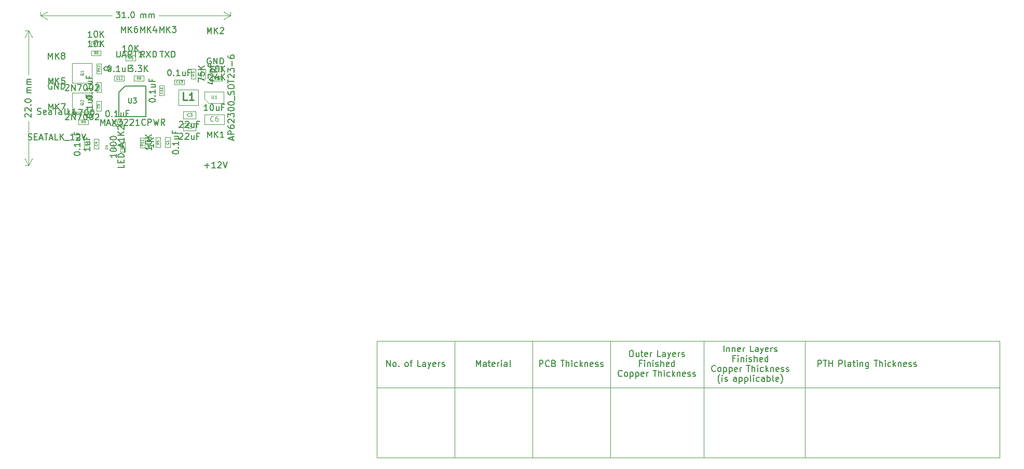
<source format=gbr>
%TF.GenerationSoftware,KiCad,Pcbnew,(6.99.0-2635-gfc1afa6298)*%
%TF.CreationDate,2022-08-16T08:58:36-07:00*%
%TF.ProjectId,seatalk_wifi,73656174-616c-46b5-9f77-6966692e6b69,rev?*%
%TF.SameCoordinates,Original*%
%TF.FileFunction,AssemblyDrawing,Top*%
%FSLAX46Y46*%
G04 Gerber Fmt 4.6, Leading zero omitted, Abs format (unit mm)*
G04 Created by KiCad (PCBNEW (6.99.0-2635-gfc1afa6298)) date 2022-08-16 08:58:36*
%MOMM*%
%LPD*%
G01*
G04 APERTURE LIST*
%ADD10C,0.100000*%
%ADD11C,0.150000*%
%ADD12C,0.060000*%
%ADD13C,0.254000*%
%ADD14C,0.075000*%
%ADD15C,0.080000*%
%ADD16C,0.120000*%
G04 APERTURE END LIST*
D10*
X177800000Y-147320000D02*
X279400000Y-147320000D01*
X177800000Y-139700000D02*
X279400000Y-139700000D01*
X177800000Y-158750000D02*
X177800000Y-139700000D01*
X279400000Y-139700000D02*
X279400000Y-158750000D01*
X190500000Y-139700000D02*
X190500000Y-158750000D01*
X215900000Y-139700000D02*
X215900000Y-158750000D01*
X279400000Y-158750000D02*
X177800000Y-158750000D01*
X247650000Y-139700000D02*
X247650000Y-158750000D01*
X203200000Y-139700000D02*
X203200000Y-158750000D01*
X231140000Y-139700000D02*
X231140000Y-158750000D01*
D11*
X234436190Y-141447380D02*
X234436190Y-140447380D01*
X234912380Y-140780714D02*
X234912380Y-141447380D01*
X234912380Y-140875952D02*
X234959999Y-140828333D01*
X234959999Y-140828333D02*
X235055237Y-140780714D01*
X235055237Y-140780714D02*
X235198094Y-140780714D01*
X235198094Y-140780714D02*
X235293332Y-140828333D01*
X235293332Y-140828333D02*
X235340951Y-140923571D01*
X235340951Y-140923571D02*
X235340951Y-141447380D01*
X235817142Y-140780714D02*
X235817142Y-141447380D01*
X235817142Y-140875952D02*
X235864761Y-140828333D01*
X235864761Y-140828333D02*
X235959999Y-140780714D01*
X235959999Y-140780714D02*
X236102856Y-140780714D01*
X236102856Y-140780714D02*
X236198094Y-140828333D01*
X236198094Y-140828333D02*
X236245713Y-140923571D01*
X236245713Y-140923571D02*
X236245713Y-141447380D01*
X237102856Y-141399761D02*
X237007618Y-141447380D01*
X237007618Y-141447380D02*
X236817142Y-141447380D01*
X236817142Y-141447380D02*
X236721904Y-141399761D01*
X236721904Y-141399761D02*
X236674285Y-141304523D01*
X236674285Y-141304523D02*
X236674285Y-140923571D01*
X236674285Y-140923571D02*
X236721904Y-140828333D01*
X236721904Y-140828333D02*
X236817142Y-140780714D01*
X236817142Y-140780714D02*
X237007618Y-140780714D01*
X237007618Y-140780714D02*
X237102856Y-140828333D01*
X237102856Y-140828333D02*
X237150475Y-140923571D01*
X237150475Y-140923571D02*
X237150475Y-141018809D01*
X237150475Y-141018809D02*
X236674285Y-141114047D01*
X237579047Y-141447380D02*
X237579047Y-140780714D01*
X237579047Y-140971190D02*
X237626666Y-140875952D01*
X237626666Y-140875952D02*
X237674285Y-140828333D01*
X237674285Y-140828333D02*
X237769523Y-140780714D01*
X237769523Y-140780714D02*
X237864761Y-140780714D01*
X239274285Y-141447380D02*
X238798095Y-141447380D01*
X238798095Y-141447380D02*
X238798095Y-140447380D01*
X240036190Y-141447380D02*
X240036190Y-140923571D01*
X240036190Y-140923571D02*
X239988571Y-140828333D01*
X239988571Y-140828333D02*
X239893333Y-140780714D01*
X239893333Y-140780714D02*
X239702857Y-140780714D01*
X239702857Y-140780714D02*
X239607619Y-140828333D01*
X240036190Y-141399761D02*
X239940952Y-141447380D01*
X239940952Y-141447380D02*
X239702857Y-141447380D01*
X239702857Y-141447380D02*
X239607619Y-141399761D01*
X239607619Y-141399761D02*
X239560000Y-141304523D01*
X239560000Y-141304523D02*
X239560000Y-141209285D01*
X239560000Y-141209285D02*
X239607619Y-141114047D01*
X239607619Y-141114047D02*
X239702857Y-141066428D01*
X239702857Y-141066428D02*
X239940952Y-141066428D01*
X239940952Y-141066428D02*
X240036190Y-141018809D01*
X240417143Y-140780714D02*
X240655238Y-141447380D01*
X240893333Y-140780714D02*
X240655238Y-141447380D01*
X240655238Y-141447380D02*
X240560000Y-141685476D01*
X240560000Y-141685476D02*
X240512381Y-141733095D01*
X240512381Y-141733095D02*
X240417143Y-141780714D01*
X241655238Y-141399761D02*
X241560000Y-141447380D01*
X241560000Y-141447380D02*
X241369524Y-141447380D01*
X241369524Y-141447380D02*
X241274286Y-141399761D01*
X241274286Y-141399761D02*
X241226667Y-141304523D01*
X241226667Y-141304523D02*
X241226667Y-140923571D01*
X241226667Y-140923571D02*
X241274286Y-140828333D01*
X241274286Y-140828333D02*
X241369524Y-140780714D01*
X241369524Y-140780714D02*
X241560000Y-140780714D01*
X241560000Y-140780714D02*
X241655238Y-140828333D01*
X241655238Y-140828333D02*
X241702857Y-140923571D01*
X241702857Y-140923571D02*
X241702857Y-141018809D01*
X241702857Y-141018809D02*
X241226667Y-141114047D01*
X242131429Y-141447380D02*
X242131429Y-140780714D01*
X242131429Y-140971190D02*
X242179048Y-140875952D01*
X242179048Y-140875952D02*
X242226667Y-140828333D01*
X242226667Y-140828333D02*
X242321905Y-140780714D01*
X242321905Y-140780714D02*
X242417143Y-140780714D01*
X242702858Y-141399761D02*
X242798096Y-141447380D01*
X242798096Y-141447380D02*
X242988572Y-141447380D01*
X242988572Y-141447380D02*
X243083810Y-141399761D01*
X243083810Y-141399761D02*
X243131429Y-141304523D01*
X243131429Y-141304523D02*
X243131429Y-141256904D01*
X243131429Y-141256904D02*
X243083810Y-141161666D01*
X243083810Y-141161666D02*
X242988572Y-141114047D01*
X242988572Y-141114047D02*
X242845715Y-141114047D01*
X242845715Y-141114047D02*
X242750477Y-141066428D01*
X242750477Y-141066428D02*
X242702858Y-140971190D01*
X242702858Y-140971190D02*
X242702858Y-140923571D01*
X242702858Y-140923571D02*
X242750477Y-140828333D01*
X242750477Y-140828333D02*
X242845715Y-140780714D01*
X242845715Y-140780714D02*
X242988572Y-140780714D01*
X242988572Y-140780714D02*
X243083810Y-140828333D01*
X236236190Y-142543571D02*
X235902857Y-142543571D01*
X235902857Y-143067380D02*
X235902857Y-142067380D01*
X235902857Y-142067380D02*
X236379047Y-142067380D01*
X236760000Y-143067380D02*
X236760000Y-142400714D01*
X236760000Y-142067380D02*
X236712381Y-142115000D01*
X236712381Y-142115000D02*
X236760000Y-142162619D01*
X236760000Y-142162619D02*
X236807619Y-142115000D01*
X236807619Y-142115000D02*
X236760000Y-142067380D01*
X236760000Y-142067380D02*
X236760000Y-142162619D01*
X237236190Y-142400714D02*
X237236190Y-143067380D01*
X237236190Y-142495952D02*
X237283809Y-142448333D01*
X237283809Y-142448333D02*
X237379047Y-142400714D01*
X237379047Y-142400714D02*
X237521904Y-142400714D01*
X237521904Y-142400714D02*
X237617142Y-142448333D01*
X237617142Y-142448333D02*
X237664761Y-142543571D01*
X237664761Y-142543571D02*
X237664761Y-143067380D01*
X238140952Y-143067380D02*
X238140952Y-142400714D01*
X238140952Y-142067380D02*
X238093333Y-142115000D01*
X238093333Y-142115000D02*
X238140952Y-142162619D01*
X238140952Y-142162619D02*
X238188571Y-142115000D01*
X238188571Y-142115000D02*
X238140952Y-142067380D01*
X238140952Y-142067380D02*
X238140952Y-142162619D01*
X238569523Y-143019761D02*
X238664761Y-143067380D01*
X238664761Y-143067380D02*
X238855237Y-143067380D01*
X238855237Y-143067380D02*
X238950475Y-143019761D01*
X238950475Y-143019761D02*
X238998094Y-142924523D01*
X238998094Y-142924523D02*
X238998094Y-142876904D01*
X238998094Y-142876904D02*
X238950475Y-142781666D01*
X238950475Y-142781666D02*
X238855237Y-142734047D01*
X238855237Y-142734047D02*
X238712380Y-142734047D01*
X238712380Y-142734047D02*
X238617142Y-142686428D01*
X238617142Y-142686428D02*
X238569523Y-142591190D01*
X238569523Y-142591190D02*
X238569523Y-142543571D01*
X238569523Y-142543571D02*
X238617142Y-142448333D01*
X238617142Y-142448333D02*
X238712380Y-142400714D01*
X238712380Y-142400714D02*
X238855237Y-142400714D01*
X238855237Y-142400714D02*
X238950475Y-142448333D01*
X239426666Y-143067380D02*
X239426666Y-142067380D01*
X239855237Y-143067380D02*
X239855237Y-142543571D01*
X239855237Y-142543571D02*
X239807618Y-142448333D01*
X239807618Y-142448333D02*
X239712380Y-142400714D01*
X239712380Y-142400714D02*
X239569523Y-142400714D01*
X239569523Y-142400714D02*
X239474285Y-142448333D01*
X239474285Y-142448333D02*
X239426666Y-142495952D01*
X240712380Y-143019761D02*
X240617142Y-143067380D01*
X240617142Y-143067380D02*
X240426666Y-143067380D01*
X240426666Y-143067380D02*
X240331428Y-143019761D01*
X240331428Y-143019761D02*
X240283809Y-142924523D01*
X240283809Y-142924523D02*
X240283809Y-142543571D01*
X240283809Y-142543571D02*
X240331428Y-142448333D01*
X240331428Y-142448333D02*
X240426666Y-142400714D01*
X240426666Y-142400714D02*
X240617142Y-142400714D01*
X240617142Y-142400714D02*
X240712380Y-142448333D01*
X240712380Y-142448333D02*
X240759999Y-142543571D01*
X240759999Y-142543571D02*
X240759999Y-142638809D01*
X240759999Y-142638809D02*
X240283809Y-142734047D01*
X241617142Y-143067380D02*
X241617142Y-142067380D01*
X241617142Y-143019761D02*
X241521904Y-143067380D01*
X241521904Y-143067380D02*
X241331428Y-143067380D01*
X241331428Y-143067380D02*
X241236190Y-143019761D01*
X241236190Y-143019761D02*
X241188571Y-142972142D01*
X241188571Y-142972142D02*
X241140952Y-142876904D01*
X241140952Y-142876904D02*
X241140952Y-142591190D01*
X241140952Y-142591190D02*
X241188571Y-142495952D01*
X241188571Y-142495952D02*
X241236190Y-142448333D01*
X241236190Y-142448333D02*
X241331428Y-142400714D01*
X241331428Y-142400714D02*
X241521904Y-142400714D01*
X241521904Y-142400714D02*
X241617142Y-142448333D01*
X233079046Y-144592142D02*
X233031427Y-144639761D01*
X233031427Y-144639761D02*
X232888570Y-144687380D01*
X232888570Y-144687380D02*
X232793332Y-144687380D01*
X232793332Y-144687380D02*
X232650475Y-144639761D01*
X232650475Y-144639761D02*
X232555237Y-144544523D01*
X232555237Y-144544523D02*
X232507618Y-144449285D01*
X232507618Y-144449285D02*
X232459999Y-144258809D01*
X232459999Y-144258809D02*
X232459999Y-144115952D01*
X232459999Y-144115952D02*
X232507618Y-143925476D01*
X232507618Y-143925476D02*
X232555237Y-143830238D01*
X232555237Y-143830238D02*
X232650475Y-143735000D01*
X232650475Y-143735000D02*
X232793332Y-143687380D01*
X232793332Y-143687380D02*
X232888570Y-143687380D01*
X232888570Y-143687380D02*
X233031427Y-143735000D01*
X233031427Y-143735000D02*
X233079046Y-143782619D01*
X233650475Y-144687380D02*
X233555237Y-144639761D01*
X233555237Y-144639761D02*
X233507618Y-144592142D01*
X233507618Y-144592142D02*
X233459999Y-144496904D01*
X233459999Y-144496904D02*
X233459999Y-144211190D01*
X233459999Y-144211190D02*
X233507618Y-144115952D01*
X233507618Y-144115952D02*
X233555237Y-144068333D01*
X233555237Y-144068333D02*
X233650475Y-144020714D01*
X233650475Y-144020714D02*
X233793332Y-144020714D01*
X233793332Y-144020714D02*
X233888570Y-144068333D01*
X233888570Y-144068333D02*
X233936189Y-144115952D01*
X233936189Y-144115952D02*
X233983808Y-144211190D01*
X233983808Y-144211190D02*
X233983808Y-144496904D01*
X233983808Y-144496904D02*
X233936189Y-144592142D01*
X233936189Y-144592142D02*
X233888570Y-144639761D01*
X233888570Y-144639761D02*
X233793332Y-144687380D01*
X233793332Y-144687380D02*
X233650475Y-144687380D01*
X234412380Y-144020714D02*
X234412380Y-145020714D01*
X234412380Y-144068333D02*
X234507618Y-144020714D01*
X234507618Y-144020714D02*
X234698094Y-144020714D01*
X234698094Y-144020714D02*
X234793332Y-144068333D01*
X234793332Y-144068333D02*
X234840951Y-144115952D01*
X234840951Y-144115952D02*
X234888570Y-144211190D01*
X234888570Y-144211190D02*
X234888570Y-144496904D01*
X234888570Y-144496904D02*
X234840951Y-144592142D01*
X234840951Y-144592142D02*
X234793332Y-144639761D01*
X234793332Y-144639761D02*
X234698094Y-144687380D01*
X234698094Y-144687380D02*
X234507618Y-144687380D01*
X234507618Y-144687380D02*
X234412380Y-144639761D01*
X235317142Y-144020714D02*
X235317142Y-145020714D01*
X235317142Y-144068333D02*
X235412380Y-144020714D01*
X235412380Y-144020714D02*
X235602856Y-144020714D01*
X235602856Y-144020714D02*
X235698094Y-144068333D01*
X235698094Y-144068333D02*
X235745713Y-144115952D01*
X235745713Y-144115952D02*
X235793332Y-144211190D01*
X235793332Y-144211190D02*
X235793332Y-144496904D01*
X235793332Y-144496904D02*
X235745713Y-144592142D01*
X235745713Y-144592142D02*
X235698094Y-144639761D01*
X235698094Y-144639761D02*
X235602856Y-144687380D01*
X235602856Y-144687380D02*
X235412380Y-144687380D01*
X235412380Y-144687380D02*
X235317142Y-144639761D01*
X236602856Y-144639761D02*
X236507618Y-144687380D01*
X236507618Y-144687380D02*
X236317142Y-144687380D01*
X236317142Y-144687380D02*
X236221904Y-144639761D01*
X236221904Y-144639761D02*
X236174285Y-144544523D01*
X236174285Y-144544523D02*
X236174285Y-144163571D01*
X236174285Y-144163571D02*
X236221904Y-144068333D01*
X236221904Y-144068333D02*
X236317142Y-144020714D01*
X236317142Y-144020714D02*
X236507618Y-144020714D01*
X236507618Y-144020714D02*
X236602856Y-144068333D01*
X236602856Y-144068333D02*
X236650475Y-144163571D01*
X236650475Y-144163571D02*
X236650475Y-144258809D01*
X236650475Y-144258809D02*
X236174285Y-144354047D01*
X237079047Y-144687380D02*
X237079047Y-144020714D01*
X237079047Y-144211190D02*
X237126666Y-144115952D01*
X237126666Y-144115952D02*
X237174285Y-144068333D01*
X237174285Y-144068333D02*
X237269523Y-144020714D01*
X237269523Y-144020714D02*
X237364761Y-144020714D01*
X238155238Y-143687380D02*
X238726666Y-143687380D01*
X238440952Y-144687380D02*
X238440952Y-143687380D01*
X239060000Y-144687380D02*
X239060000Y-143687380D01*
X239488571Y-144687380D02*
X239488571Y-144163571D01*
X239488571Y-144163571D02*
X239440952Y-144068333D01*
X239440952Y-144068333D02*
X239345714Y-144020714D01*
X239345714Y-144020714D02*
X239202857Y-144020714D01*
X239202857Y-144020714D02*
X239107619Y-144068333D01*
X239107619Y-144068333D02*
X239060000Y-144115952D01*
X239964762Y-144687380D02*
X239964762Y-144020714D01*
X239964762Y-143687380D02*
X239917143Y-143735000D01*
X239917143Y-143735000D02*
X239964762Y-143782619D01*
X239964762Y-143782619D02*
X240012381Y-143735000D01*
X240012381Y-143735000D02*
X239964762Y-143687380D01*
X239964762Y-143687380D02*
X239964762Y-143782619D01*
X240869523Y-144639761D02*
X240774285Y-144687380D01*
X240774285Y-144687380D02*
X240583809Y-144687380D01*
X240583809Y-144687380D02*
X240488571Y-144639761D01*
X240488571Y-144639761D02*
X240440952Y-144592142D01*
X240440952Y-144592142D02*
X240393333Y-144496904D01*
X240393333Y-144496904D02*
X240393333Y-144211190D01*
X240393333Y-144211190D02*
X240440952Y-144115952D01*
X240440952Y-144115952D02*
X240488571Y-144068333D01*
X240488571Y-144068333D02*
X240583809Y-144020714D01*
X240583809Y-144020714D02*
X240774285Y-144020714D01*
X240774285Y-144020714D02*
X240869523Y-144068333D01*
X241298095Y-144687380D02*
X241298095Y-143687380D01*
X241393333Y-144306428D02*
X241679047Y-144687380D01*
X241679047Y-144020714D02*
X241298095Y-144401666D01*
X242107619Y-144020714D02*
X242107619Y-144687380D01*
X242107619Y-144115952D02*
X242155238Y-144068333D01*
X242155238Y-144068333D02*
X242250476Y-144020714D01*
X242250476Y-144020714D02*
X242393333Y-144020714D01*
X242393333Y-144020714D02*
X242488571Y-144068333D01*
X242488571Y-144068333D02*
X242536190Y-144163571D01*
X242536190Y-144163571D02*
X242536190Y-144687380D01*
X243393333Y-144639761D02*
X243298095Y-144687380D01*
X243298095Y-144687380D02*
X243107619Y-144687380D01*
X243107619Y-144687380D02*
X243012381Y-144639761D01*
X243012381Y-144639761D02*
X242964762Y-144544523D01*
X242964762Y-144544523D02*
X242964762Y-144163571D01*
X242964762Y-144163571D02*
X243012381Y-144068333D01*
X243012381Y-144068333D02*
X243107619Y-144020714D01*
X243107619Y-144020714D02*
X243298095Y-144020714D01*
X243298095Y-144020714D02*
X243393333Y-144068333D01*
X243393333Y-144068333D02*
X243440952Y-144163571D01*
X243440952Y-144163571D02*
X243440952Y-144258809D01*
X243440952Y-144258809D02*
X242964762Y-144354047D01*
X243821905Y-144639761D02*
X243917143Y-144687380D01*
X243917143Y-144687380D02*
X244107619Y-144687380D01*
X244107619Y-144687380D02*
X244202857Y-144639761D01*
X244202857Y-144639761D02*
X244250476Y-144544523D01*
X244250476Y-144544523D02*
X244250476Y-144496904D01*
X244250476Y-144496904D02*
X244202857Y-144401666D01*
X244202857Y-144401666D02*
X244107619Y-144354047D01*
X244107619Y-144354047D02*
X243964762Y-144354047D01*
X243964762Y-144354047D02*
X243869524Y-144306428D01*
X243869524Y-144306428D02*
X243821905Y-144211190D01*
X243821905Y-144211190D02*
X243821905Y-144163571D01*
X243821905Y-144163571D02*
X243869524Y-144068333D01*
X243869524Y-144068333D02*
X243964762Y-144020714D01*
X243964762Y-144020714D02*
X244107619Y-144020714D01*
X244107619Y-144020714D02*
X244202857Y-144068333D01*
X244631429Y-144639761D02*
X244726667Y-144687380D01*
X244726667Y-144687380D02*
X244917143Y-144687380D01*
X244917143Y-144687380D02*
X245012381Y-144639761D01*
X245012381Y-144639761D02*
X245060000Y-144544523D01*
X245060000Y-144544523D02*
X245060000Y-144496904D01*
X245060000Y-144496904D02*
X245012381Y-144401666D01*
X245012381Y-144401666D02*
X244917143Y-144354047D01*
X244917143Y-144354047D02*
X244774286Y-144354047D01*
X244774286Y-144354047D02*
X244679048Y-144306428D01*
X244679048Y-144306428D02*
X244631429Y-144211190D01*
X244631429Y-144211190D02*
X244631429Y-144163571D01*
X244631429Y-144163571D02*
X244679048Y-144068333D01*
X244679048Y-144068333D02*
X244774286Y-144020714D01*
X244774286Y-144020714D02*
X244917143Y-144020714D01*
X244917143Y-144020714D02*
X245012381Y-144068333D01*
X233793332Y-146688333D02*
X233745713Y-146640714D01*
X233745713Y-146640714D02*
X233650475Y-146497857D01*
X233650475Y-146497857D02*
X233602856Y-146402619D01*
X233602856Y-146402619D02*
X233555237Y-146259761D01*
X233555237Y-146259761D02*
X233507618Y-146021666D01*
X233507618Y-146021666D02*
X233507618Y-145831190D01*
X233507618Y-145831190D02*
X233555237Y-145593095D01*
X233555237Y-145593095D02*
X233602856Y-145450238D01*
X233602856Y-145450238D02*
X233650475Y-145355000D01*
X233650475Y-145355000D02*
X233745713Y-145212142D01*
X233745713Y-145212142D02*
X233793332Y-145164523D01*
X234174285Y-146307380D02*
X234174285Y-145640714D01*
X234174285Y-145307380D02*
X234126666Y-145355000D01*
X234126666Y-145355000D02*
X234174285Y-145402619D01*
X234174285Y-145402619D02*
X234221904Y-145355000D01*
X234221904Y-145355000D02*
X234174285Y-145307380D01*
X234174285Y-145307380D02*
X234174285Y-145402619D01*
X234602856Y-146259761D02*
X234698094Y-146307380D01*
X234698094Y-146307380D02*
X234888570Y-146307380D01*
X234888570Y-146307380D02*
X234983808Y-146259761D01*
X234983808Y-146259761D02*
X235031427Y-146164523D01*
X235031427Y-146164523D02*
X235031427Y-146116904D01*
X235031427Y-146116904D02*
X234983808Y-146021666D01*
X234983808Y-146021666D02*
X234888570Y-145974047D01*
X234888570Y-145974047D02*
X234745713Y-145974047D01*
X234745713Y-145974047D02*
X234650475Y-145926428D01*
X234650475Y-145926428D02*
X234602856Y-145831190D01*
X234602856Y-145831190D02*
X234602856Y-145783571D01*
X234602856Y-145783571D02*
X234650475Y-145688333D01*
X234650475Y-145688333D02*
X234745713Y-145640714D01*
X234745713Y-145640714D02*
X234888570Y-145640714D01*
X234888570Y-145640714D02*
X234983808Y-145688333D01*
X236488570Y-146307380D02*
X236488570Y-145783571D01*
X236488570Y-145783571D02*
X236440951Y-145688333D01*
X236440951Y-145688333D02*
X236345713Y-145640714D01*
X236345713Y-145640714D02*
X236155237Y-145640714D01*
X236155237Y-145640714D02*
X236059999Y-145688333D01*
X236488570Y-146259761D02*
X236393332Y-146307380D01*
X236393332Y-146307380D02*
X236155237Y-146307380D01*
X236155237Y-146307380D02*
X236059999Y-146259761D01*
X236059999Y-146259761D02*
X236012380Y-146164523D01*
X236012380Y-146164523D02*
X236012380Y-146069285D01*
X236012380Y-146069285D02*
X236059999Y-145974047D01*
X236059999Y-145974047D02*
X236155237Y-145926428D01*
X236155237Y-145926428D02*
X236393332Y-145926428D01*
X236393332Y-145926428D02*
X236488570Y-145878809D01*
X236964761Y-145640714D02*
X236964761Y-146640714D01*
X236964761Y-145688333D02*
X237059999Y-145640714D01*
X237059999Y-145640714D02*
X237250475Y-145640714D01*
X237250475Y-145640714D02*
X237345713Y-145688333D01*
X237345713Y-145688333D02*
X237393332Y-145735952D01*
X237393332Y-145735952D02*
X237440951Y-145831190D01*
X237440951Y-145831190D02*
X237440951Y-146116904D01*
X237440951Y-146116904D02*
X237393332Y-146212142D01*
X237393332Y-146212142D02*
X237345713Y-146259761D01*
X237345713Y-146259761D02*
X237250475Y-146307380D01*
X237250475Y-146307380D02*
X237059999Y-146307380D01*
X237059999Y-146307380D02*
X236964761Y-146259761D01*
X237869523Y-145640714D02*
X237869523Y-146640714D01*
X237869523Y-145688333D02*
X237964761Y-145640714D01*
X237964761Y-145640714D02*
X238155237Y-145640714D01*
X238155237Y-145640714D02*
X238250475Y-145688333D01*
X238250475Y-145688333D02*
X238298094Y-145735952D01*
X238298094Y-145735952D02*
X238345713Y-145831190D01*
X238345713Y-145831190D02*
X238345713Y-146116904D01*
X238345713Y-146116904D02*
X238298094Y-146212142D01*
X238298094Y-146212142D02*
X238250475Y-146259761D01*
X238250475Y-146259761D02*
X238155237Y-146307380D01*
X238155237Y-146307380D02*
X237964761Y-146307380D01*
X237964761Y-146307380D02*
X237869523Y-146259761D01*
X238917142Y-146307380D02*
X238821904Y-146259761D01*
X238821904Y-146259761D02*
X238774285Y-146164523D01*
X238774285Y-146164523D02*
X238774285Y-145307380D01*
X239298095Y-146307380D02*
X239298095Y-145640714D01*
X239298095Y-145307380D02*
X239250476Y-145355000D01*
X239250476Y-145355000D02*
X239298095Y-145402619D01*
X239298095Y-145402619D02*
X239345714Y-145355000D01*
X239345714Y-145355000D02*
X239298095Y-145307380D01*
X239298095Y-145307380D02*
X239298095Y-145402619D01*
X240202856Y-146259761D02*
X240107618Y-146307380D01*
X240107618Y-146307380D02*
X239917142Y-146307380D01*
X239917142Y-146307380D02*
X239821904Y-146259761D01*
X239821904Y-146259761D02*
X239774285Y-146212142D01*
X239774285Y-146212142D02*
X239726666Y-146116904D01*
X239726666Y-146116904D02*
X239726666Y-145831190D01*
X239726666Y-145831190D02*
X239774285Y-145735952D01*
X239774285Y-145735952D02*
X239821904Y-145688333D01*
X239821904Y-145688333D02*
X239917142Y-145640714D01*
X239917142Y-145640714D02*
X240107618Y-145640714D01*
X240107618Y-145640714D02*
X240202856Y-145688333D01*
X241059999Y-146307380D02*
X241059999Y-145783571D01*
X241059999Y-145783571D02*
X241012380Y-145688333D01*
X241012380Y-145688333D02*
X240917142Y-145640714D01*
X240917142Y-145640714D02*
X240726666Y-145640714D01*
X240726666Y-145640714D02*
X240631428Y-145688333D01*
X241059999Y-146259761D02*
X240964761Y-146307380D01*
X240964761Y-146307380D02*
X240726666Y-146307380D01*
X240726666Y-146307380D02*
X240631428Y-146259761D01*
X240631428Y-146259761D02*
X240583809Y-146164523D01*
X240583809Y-146164523D02*
X240583809Y-146069285D01*
X240583809Y-146069285D02*
X240631428Y-145974047D01*
X240631428Y-145974047D02*
X240726666Y-145926428D01*
X240726666Y-145926428D02*
X240964761Y-145926428D01*
X240964761Y-145926428D02*
X241059999Y-145878809D01*
X241536190Y-146307380D02*
X241536190Y-145307380D01*
X241536190Y-145688333D02*
X241631428Y-145640714D01*
X241631428Y-145640714D02*
X241821904Y-145640714D01*
X241821904Y-145640714D02*
X241917142Y-145688333D01*
X241917142Y-145688333D02*
X241964761Y-145735952D01*
X241964761Y-145735952D02*
X242012380Y-145831190D01*
X242012380Y-145831190D02*
X242012380Y-146116904D01*
X242012380Y-146116904D02*
X241964761Y-146212142D01*
X241964761Y-146212142D02*
X241917142Y-146259761D01*
X241917142Y-146259761D02*
X241821904Y-146307380D01*
X241821904Y-146307380D02*
X241631428Y-146307380D01*
X241631428Y-146307380D02*
X241536190Y-146259761D01*
X242583809Y-146307380D02*
X242488571Y-146259761D01*
X242488571Y-146259761D02*
X242440952Y-146164523D01*
X242440952Y-146164523D02*
X242440952Y-145307380D01*
X243345714Y-146259761D02*
X243250476Y-146307380D01*
X243250476Y-146307380D02*
X243060000Y-146307380D01*
X243060000Y-146307380D02*
X242964762Y-146259761D01*
X242964762Y-146259761D02*
X242917143Y-146164523D01*
X242917143Y-146164523D02*
X242917143Y-145783571D01*
X242917143Y-145783571D02*
X242964762Y-145688333D01*
X242964762Y-145688333D02*
X243060000Y-145640714D01*
X243060000Y-145640714D02*
X243250476Y-145640714D01*
X243250476Y-145640714D02*
X243345714Y-145688333D01*
X243345714Y-145688333D02*
X243393333Y-145783571D01*
X243393333Y-145783571D02*
X243393333Y-145878809D01*
X243393333Y-145878809D02*
X242917143Y-145974047D01*
X243726667Y-146688333D02*
X243774286Y-146640714D01*
X243774286Y-146640714D02*
X243869524Y-146497857D01*
X243869524Y-146497857D02*
X243917143Y-146402619D01*
X243917143Y-146402619D02*
X243964762Y-146259761D01*
X243964762Y-146259761D02*
X244012381Y-146021666D01*
X244012381Y-146021666D02*
X244012381Y-145831190D01*
X244012381Y-145831190D02*
X243964762Y-145593095D01*
X243964762Y-145593095D02*
X243917143Y-145450238D01*
X243917143Y-145450238D02*
X243869524Y-145355000D01*
X243869524Y-145355000D02*
X243774286Y-145212142D01*
X243774286Y-145212142D02*
X243726667Y-145164523D01*
X204392857Y-143877380D02*
X204392857Y-142877380D01*
X204392857Y-142877380D02*
X204773809Y-142877380D01*
X204773809Y-142877380D02*
X204869047Y-142925000D01*
X204869047Y-142925000D02*
X204916666Y-142972619D01*
X204916666Y-142972619D02*
X204964285Y-143067857D01*
X204964285Y-143067857D02*
X204964285Y-143210714D01*
X204964285Y-143210714D02*
X204916666Y-143305952D01*
X204916666Y-143305952D02*
X204869047Y-143353571D01*
X204869047Y-143353571D02*
X204773809Y-143401190D01*
X204773809Y-143401190D02*
X204392857Y-143401190D01*
X205964285Y-143782142D02*
X205916666Y-143829761D01*
X205916666Y-143829761D02*
X205773809Y-143877380D01*
X205773809Y-143877380D02*
X205678571Y-143877380D01*
X205678571Y-143877380D02*
X205535714Y-143829761D01*
X205535714Y-143829761D02*
X205440476Y-143734523D01*
X205440476Y-143734523D02*
X205392857Y-143639285D01*
X205392857Y-143639285D02*
X205345238Y-143448809D01*
X205345238Y-143448809D02*
X205345238Y-143305952D01*
X205345238Y-143305952D02*
X205392857Y-143115476D01*
X205392857Y-143115476D02*
X205440476Y-143020238D01*
X205440476Y-143020238D02*
X205535714Y-142925000D01*
X205535714Y-142925000D02*
X205678571Y-142877380D01*
X205678571Y-142877380D02*
X205773809Y-142877380D01*
X205773809Y-142877380D02*
X205916666Y-142925000D01*
X205916666Y-142925000D02*
X205964285Y-142972619D01*
X206726190Y-143353571D02*
X206869047Y-143401190D01*
X206869047Y-143401190D02*
X206916666Y-143448809D01*
X206916666Y-143448809D02*
X206964285Y-143544047D01*
X206964285Y-143544047D02*
X206964285Y-143686904D01*
X206964285Y-143686904D02*
X206916666Y-143782142D01*
X206916666Y-143782142D02*
X206869047Y-143829761D01*
X206869047Y-143829761D02*
X206773809Y-143877380D01*
X206773809Y-143877380D02*
X206392857Y-143877380D01*
X206392857Y-143877380D02*
X206392857Y-142877380D01*
X206392857Y-142877380D02*
X206726190Y-142877380D01*
X206726190Y-142877380D02*
X206821428Y-142925000D01*
X206821428Y-142925000D02*
X206869047Y-142972619D01*
X206869047Y-142972619D02*
X206916666Y-143067857D01*
X206916666Y-143067857D02*
X206916666Y-143163095D01*
X206916666Y-143163095D02*
X206869047Y-143258333D01*
X206869047Y-143258333D02*
X206821428Y-143305952D01*
X206821428Y-143305952D02*
X206726190Y-143353571D01*
X206726190Y-143353571D02*
X206392857Y-143353571D01*
X207850000Y-142877380D02*
X208421428Y-142877380D01*
X208135714Y-143877380D02*
X208135714Y-142877380D01*
X208754762Y-143877380D02*
X208754762Y-142877380D01*
X209183333Y-143877380D02*
X209183333Y-143353571D01*
X209183333Y-143353571D02*
X209135714Y-143258333D01*
X209135714Y-143258333D02*
X209040476Y-143210714D01*
X209040476Y-143210714D02*
X208897619Y-143210714D01*
X208897619Y-143210714D02*
X208802381Y-143258333D01*
X208802381Y-143258333D02*
X208754762Y-143305952D01*
X209659524Y-143877380D02*
X209659524Y-143210714D01*
X209659524Y-142877380D02*
X209611905Y-142925000D01*
X209611905Y-142925000D02*
X209659524Y-142972619D01*
X209659524Y-142972619D02*
X209707143Y-142925000D01*
X209707143Y-142925000D02*
X209659524Y-142877380D01*
X209659524Y-142877380D02*
X209659524Y-142972619D01*
X210564285Y-143829761D02*
X210469047Y-143877380D01*
X210469047Y-143877380D02*
X210278571Y-143877380D01*
X210278571Y-143877380D02*
X210183333Y-143829761D01*
X210183333Y-143829761D02*
X210135714Y-143782142D01*
X210135714Y-143782142D02*
X210088095Y-143686904D01*
X210088095Y-143686904D02*
X210088095Y-143401190D01*
X210088095Y-143401190D02*
X210135714Y-143305952D01*
X210135714Y-143305952D02*
X210183333Y-143258333D01*
X210183333Y-143258333D02*
X210278571Y-143210714D01*
X210278571Y-143210714D02*
X210469047Y-143210714D01*
X210469047Y-143210714D02*
X210564285Y-143258333D01*
X210992857Y-143877380D02*
X210992857Y-142877380D01*
X211088095Y-143496428D02*
X211373809Y-143877380D01*
X211373809Y-143210714D02*
X210992857Y-143591666D01*
X211802381Y-143210714D02*
X211802381Y-143877380D01*
X211802381Y-143305952D02*
X211850000Y-143258333D01*
X211850000Y-143258333D02*
X211945238Y-143210714D01*
X211945238Y-143210714D02*
X212088095Y-143210714D01*
X212088095Y-143210714D02*
X212183333Y-143258333D01*
X212183333Y-143258333D02*
X212230952Y-143353571D01*
X212230952Y-143353571D02*
X212230952Y-143877380D01*
X213088095Y-143829761D02*
X212992857Y-143877380D01*
X212992857Y-143877380D02*
X212802381Y-143877380D01*
X212802381Y-143877380D02*
X212707143Y-143829761D01*
X212707143Y-143829761D02*
X212659524Y-143734523D01*
X212659524Y-143734523D02*
X212659524Y-143353571D01*
X212659524Y-143353571D02*
X212707143Y-143258333D01*
X212707143Y-143258333D02*
X212802381Y-143210714D01*
X212802381Y-143210714D02*
X212992857Y-143210714D01*
X212992857Y-143210714D02*
X213088095Y-143258333D01*
X213088095Y-143258333D02*
X213135714Y-143353571D01*
X213135714Y-143353571D02*
X213135714Y-143448809D01*
X213135714Y-143448809D02*
X212659524Y-143544047D01*
X213516667Y-143829761D02*
X213611905Y-143877380D01*
X213611905Y-143877380D02*
X213802381Y-143877380D01*
X213802381Y-143877380D02*
X213897619Y-143829761D01*
X213897619Y-143829761D02*
X213945238Y-143734523D01*
X213945238Y-143734523D02*
X213945238Y-143686904D01*
X213945238Y-143686904D02*
X213897619Y-143591666D01*
X213897619Y-143591666D02*
X213802381Y-143544047D01*
X213802381Y-143544047D02*
X213659524Y-143544047D01*
X213659524Y-143544047D02*
X213564286Y-143496428D01*
X213564286Y-143496428D02*
X213516667Y-143401190D01*
X213516667Y-143401190D02*
X213516667Y-143353571D01*
X213516667Y-143353571D02*
X213564286Y-143258333D01*
X213564286Y-143258333D02*
X213659524Y-143210714D01*
X213659524Y-143210714D02*
X213802381Y-143210714D01*
X213802381Y-143210714D02*
X213897619Y-143258333D01*
X214326191Y-143829761D02*
X214421429Y-143877380D01*
X214421429Y-143877380D02*
X214611905Y-143877380D01*
X214611905Y-143877380D02*
X214707143Y-143829761D01*
X214707143Y-143829761D02*
X214754762Y-143734523D01*
X214754762Y-143734523D02*
X214754762Y-143686904D01*
X214754762Y-143686904D02*
X214707143Y-143591666D01*
X214707143Y-143591666D02*
X214611905Y-143544047D01*
X214611905Y-143544047D02*
X214469048Y-143544047D01*
X214469048Y-143544047D02*
X214373810Y-143496428D01*
X214373810Y-143496428D02*
X214326191Y-143401190D01*
X214326191Y-143401190D02*
X214326191Y-143353571D01*
X214326191Y-143353571D02*
X214373810Y-143258333D01*
X214373810Y-143258333D02*
X214469048Y-143210714D01*
X214469048Y-143210714D02*
X214611905Y-143210714D01*
X214611905Y-143210714D02*
X214707143Y-143258333D01*
X249805237Y-143877380D02*
X249805237Y-142877380D01*
X249805237Y-142877380D02*
X250186189Y-142877380D01*
X250186189Y-142877380D02*
X250281427Y-142925000D01*
X250281427Y-142925000D02*
X250329046Y-142972619D01*
X250329046Y-142972619D02*
X250376665Y-143067857D01*
X250376665Y-143067857D02*
X250376665Y-143210714D01*
X250376665Y-143210714D02*
X250329046Y-143305952D01*
X250329046Y-143305952D02*
X250281427Y-143353571D01*
X250281427Y-143353571D02*
X250186189Y-143401190D01*
X250186189Y-143401190D02*
X249805237Y-143401190D01*
X250662380Y-142877380D02*
X251233808Y-142877380D01*
X250948094Y-143877380D02*
X250948094Y-142877380D01*
X251567142Y-143877380D02*
X251567142Y-142877380D01*
X251567142Y-143353571D02*
X252138570Y-143353571D01*
X252138570Y-143877380D02*
X252138570Y-142877380D01*
X253214761Y-143877380D02*
X253214761Y-142877380D01*
X253214761Y-142877380D02*
X253595713Y-142877380D01*
X253595713Y-142877380D02*
X253690951Y-142925000D01*
X253690951Y-142925000D02*
X253738570Y-142972619D01*
X253738570Y-142972619D02*
X253786189Y-143067857D01*
X253786189Y-143067857D02*
X253786189Y-143210714D01*
X253786189Y-143210714D02*
X253738570Y-143305952D01*
X253738570Y-143305952D02*
X253690951Y-143353571D01*
X253690951Y-143353571D02*
X253595713Y-143401190D01*
X253595713Y-143401190D02*
X253214761Y-143401190D01*
X254357618Y-143877380D02*
X254262380Y-143829761D01*
X254262380Y-143829761D02*
X254214761Y-143734523D01*
X254214761Y-143734523D02*
X254214761Y-142877380D01*
X255167142Y-143877380D02*
X255167142Y-143353571D01*
X255167142Y-143353571D02*
X255119523Y-143258333D01*
X255119523Y-143258333D02*
X255024285Y-143210714D01*
X255024285Y-143210714D02*
X254833809Y-143210714D01*
X254833809Y-143210714D02*
X254738571Y-143258333D01*
X255167142Y-143829761D02*
X255071904Y-143877380D01*
X255071904Y-143877380D02*
X254833809Y-143877380D01*
X254833809Y-143877380D02*
X254738571Y-143829761D01*
X254738571Y-143829761D02*
X254690952Y-143734523D01*
X254690952Y-143734523D02*
X254690952Y-143639285D01*
X254690952Y-143639285D02*
X254738571Y-143544047D01*
X254738571Y-143544047D02*
X254833809Y-143496428D01*
X254833809Y-143496428D02*
X255071904Y-143496428D01*
X255071904Y-143496428D02*
X255167142Y-143448809D01*
X255500476Y-143210714D02*
X255881428Y-143210714D01*
X255643333Y-142877380D02*
X255643333Y-143734523D01*
X255643333Y-143734523D02*
X255690952Y-143829761D01*
X255690952Y-143829761D02*
X255786190Y-143877380D01*
X255786190Y-143877380D02*
X255881428Y-143877380D01*
X256214762Y-143877380D02*
X256214762Y-143210714D01*
X256214762Y-142877380D02*
X256167143Y-142925000D01*
X256167143Y-142925000D02*
X256214762Y-142972619D01*
X256214762Y-142972619D02*
X256262381Y-142925000D01*
X256262381Y-142925000D02*
X256214762Y-142877380D01*
X256214762Y-142877380D02*
X256214762Y-142972619D01*
X256690952Y-143210714D02*
X256690952Y-143877380D01*
X256690952Y-143305952D02*
X256738571Y-143258333D01*
X256738571Y-143258333D02*
X256833809Y-143210714D01*
X256833809Y-143210714D02*
X256976666Y-143210714D01*
X256976666Y-143210714D02*
X257071904Y-143258333D01*
X257071904Y-143258333D02*
X257119523Y-143353571D01*
X257119523Y-143353571D02*
X257119523Y-143877380D01*
X258024285Y-143210714D02*
X258024285Y-144020238D01*
X258024285Y-144020238D02*
X257976666Y-144115476D01*
X257976666Y-144115476D02*
X257929047Y-144163095D01*
X257929047Y-144163095D02*
X257833809Y-144210714D01*
X257833809Y-144210714D02*
X257690952Y-144210714D01*
X257690952Y-144210714D02*
X257595714Y-144163095D01*
X258024285Y-143829761D02*
X257929047Y-143877380D01*
X257929047Y-143877380D02*
X257738571Y-143877380D01*
X257738571Y-143877380D02*
X257643333Y-143829761D01*
X257643333Y-143829761D02*
X257595714Y-143782142D01*
X257595714Y-143782142D02*
X257548095Y-143686904D01*
X257548095Y-143686904D02*
X257548095Y-143401190D01*
X257548095Y-143401190D02*
X257595714Y-143305952D01*
X257595714Y-143305952D02*
X257643333Y-143258333D01*
X257643333Y-143258333D02*
X257738571Y-143210714D01*
X257738571Y-143210714D02*
X257929047Y-143210714D01*
X257929047Y-143210714D02*
X258024285Y-143258333D01*
X258957619Y-142877380D02*
X259529047Y-142877380D01*
X259243333Y-143877380D02*
X259243333Y-142877380D01*
X259862381Y-143877380D02*
X259862381Y-142877380D01*
X260290952Y-143877380D02*
X260290952Y-143353571D01*
X260290952Y-143353571D02*
X260243333Y-143258333D01*
X260243333Y-143258333D02*
X260148095Y-143210714D01*
X260148095Y-143210714D02*
X260005238Y-143210714D01*
X260005238Y-143210714D02*
X259910000Y-143258333D01*
X259910000Y-143258333D02*
X259862381Y-143305952D01*
X260767143Y-143877380D02*
X260767143Y-143210714D01*
X260767143Y-142877380D02*
X260719524Y-142925000D01*
X260719524Y-142925000D02*
X260767143Y-142972619D01*
X260767143Y-142972619D02*
X260814762Y-142925000D01*
X260814762Y-142925000D02*
X260767143Y-142877380D01*
X260767143Y-142877380D02*
X260767143Y-142972619D01*
X261671904Y-143829761D02*
X261576666Y-143877380D01*
X261576666Y-143877380D02*
X261386190Y-143877380D01*
X261386190Y-143877380D02*
X261290952Y-143829761D01*
X261290952Y-143829761D02*
X261243333Y-143782142D01*
X261243333Y-143782142D02*
X261195714Y-143686904D01*
X261195714Y-143686904D02*
X261195714Y-143401190D01*
X261195714Y-143401190D02*
X261243333Y-143305952D01*
X261243333Y-143305952D02*
X261290952Y-143258333D01*
X261290952Y-143258333D02*
X261386190Y-143210714D01*
X261386190Y-143210714D02*
X261576666Y-143210714D01*
X261576666Y-143210714D02*
X261671904Y-143258333D01*
X262100476Y-143877380D02*
X262100476Y-142877380D01*
X262195714Y-143496428D02*
X262481428Y-143877380D01*
X262481428Y-143210714D02*
X262100476Y-143591666D01*
X262910000Y-143210714D02*
X262910000Y-143877380D01*
X262910000Y-143305952D02*
X262957619Y-143258333D01*
X262957619Y-143258333D02*
X263052857Y-143210714D01*
X263052857Y-143210714D02*
X263195714Y-143210714D01*
X263195714Y-143210714D02*
X263290952Y-143258333D01*
X263290952Y-143258333D02*
X263338571Y-143353571D01*
X263338571Y-143353571D02*
X263338571Y-143877380D01*
X264195714Y-143829761D02*
X264100476Y-143877380D01*
X264100476Y-143877380D02*
X263910000Y-143877380D01*
X263910000Y-143877380D02*
X263814762Y-143829761D01*
X263814762Y-143829761D02*
X263767143Y-143734523D01*
X263767143Y-143734523D02*
X263767143Y-143353571D01*
X263767143Y-143353571D02*
X263814762Y-143258333D01*
X263814762Y-143258333D02*
X263910000Y-143210714D01*
X263910000Y-143210714D02*
X264100476Y-143210714D01*
X264100476Y-143210714D02*
X264195714Y-143258333D01*
X264195714Y-143258333D02*
X264243333Y-143353571D01*
X264243333Y-143353571D02*
X264243333Y-143448809D01*
X264243333Y-143448809D02*
X263767143Y-143544047D01*
X264624286Y-143829761D02*
X264719524Y-143877380D01*
X264719524Y-143877380D02*
X264910000Y-143877380D01*
X264910000Y-143877380D02*
X265005238Y-143829761D01*
X265005238Y-143829761D02*
X265052857Y-143734523D01*
X265052857Y-143734523D02*
X265052857Y-143686904D01*
X265052857Y-143686904D02*
X265005238Y-143591666D01*
X265005238Y-143591666D02*
X264910000Y-143544047D01*
X264910000Y-143544047D02*
X264767143Y-143544047D01*
X264767143Y-143544047D02*
X264671905Y-143496428D01*
X264671905Y-143496428D02*
X264624286Y-143401190D01*
X264624286Y-143401190D02*
X264624286Y-143353571D01*
X264624286Y-143353571D02*
X264671905Y-143258333D01*
X264671905Y-143258333D02*
X264767143Y-143210714D01*
X264767143Y-143210714D02*
X264910000Y-143210714D01*
X264910000Y-143210714D02*
X265005238Y-143258333D01*
X265433810Y-143829761D02*
X265529048Y-143877380D01*
X265529048Y-143877380D02*
X265719524Y-143877380D01*
X265719524Y-143877380D02*
X265814762Y-143829761D01*
X265814762Y-143829761D02*
X265862381Y-143734523D01*
X265862381Y-143734523D02*
X265862381Y-143686904D01*
X265862381Y-143686904D02*
X265814762Y-143591666D01*
X265814762Y-143591666D02*
X265719524Y-143544047D01*
X265719524Y-143544047D02*
X265576667Y-143544047D01*
X265576667Y-143544047D02*
X265481429Y-143496428D01*
X265481429Y-143496428D02*
X265433810Y-143401190D01*
X265433810Y-143401190D02*
X265433810Y-143353571D01*
X265433810Y-143353571D02*
X265481429Y-143258333D01*
X265481429Y-143258333D02*
X265576667Y-143210714D01*
X265576667Y-143210714D02*
X265719524Y-143210714D01*
X265719524Y-143210714D02*
X265814762Y-143258333D01*
X194088095Y-143877380D02*
X194088095Y-142877380D01*
X194088095Y-142877380D02*
X194421428Y-143591666D01*
X194421428Y-143591666D02*
X194754761Y-142877380D01*
X194754761Y-142877380D02*
X194754761Y-143877380D01*
X195659523Y-143877380D02*
X195659523Y-143353571D01*
X195659523Y-143353571D02*
X195611904Y-143258333D01*
X195611904Y-143258333D02*
X195516666Y-143210714D01*
X195516666Y-143210714D02*
X195326190Y-143210714D01*
X195326190Y-143210714D02*
X195230952Y-143258333D01*
X195659523Y-143829761D02*
X195564285Y-143877380D01*
X195564285Y-143877380D02*
X195326190Y-143877380D01*
X195326190Y-143877380D02*
X195230952Y-143829761D01*
X195230952Y-143829761D02*
X195183333Y-143734523D01*
X195183333Y-143734523D02*
X195183333Y-143639285D01*
X195183333Y-143639285D02*
X195230952Y-143544047D01*
X195230952Y-143544047D02*
X195326190Y-143496428D01*
X195326190Y-143496428D02*
X195564285Y-143496428D01*
X195564285Y-143496428D02*
X195659523Y-143448809D01*
X195992857Y-143210714D02*
X196373809Y-143210714D01*
X196135714Y-142877380D02*
X196135714Y-143734523D01*
X196135714Y-143734523D02*
X196183333Y-143829761D01*
X196183333Y-143829761D02*
X196278571Y-143877380D01*
X196278571Y-143877380D02*
X196373809Y-143877380D01*
X197088095Y-143829761D02*
X196992857Y-143877380D01*
X196992857Y-143877380D02*
X196802381Y-143877380D01*
X196802381Y-143877380D02*
X196707143Y-143829761D01*
X196707143Y-143829761D02*
X196659524Y-143734523D01*
X196659524Y-143734523D02*
X196659524Y-143353571D01*
X196659524Y-143353571D02*
X196707143Y-143258333D01*
X196707143Y-143258333D02*
X196802381Y-143210714D01*
X196802381Y-143210714D02*
X196992857Y-143210714D01*
X196992857Y-143210714D02*
X197088095Y-143258333D01*
X197088095Y-143258333D02*
X197135714Y-143353571D01*
X197135714Y-143353571D02*
X197135714Y-143448809D01*
X197135714Y-143448809D02*
X196659524Y-143544047D01*
X197564286Y-143877380D02*
X197564286Y-143210714D01*
X197564286Y-143401190D02*
X197611905Y-143305952D01*
X197611905Y-143305952D02*
X197659524Y-143258333D01*
X197659524Y-143258333D02*
X197754762Y-143210714D01*
X197754762Y-143210714D02*
X197850000Y-143210714D01*
X198183334Y-143877380D02*
X198183334Y-143210714D01*
X198183334Y-142877380D02*
X198135715Y-142925000D01*
X198135715Y-142925000D02*
X198183334Y-142972619D01*
X198183334Y-142972619D02*
X198230953Y-142925000D01*
X198230953Y-142925000D02*
X198183334Y-142877380D01*
X198183334Y-142877380D02*
X198183334Y-142972619D01*
X199088095Y-143877380D02*
X199088095Y-143353571D01*
X199088095Y-143353571D02*
X199040476Y-143258333D01*
X199040476Y-143258333D02*
X198945238Y-143210714D01*
X198945238Y-143210714D02*
X198754762Y-143210714D01*
X198754762Y-143210714D02*
X198659524Y-143258333D01*
X199088095Y-143829761D02*
X198992857Y-143877380D01*
X198992857Y-143877380D02*
X198754762Y-143877380D01*
X198754762Y-143877380D02*
X198659524Y-143829761D01*
X198659524Y-143829761D02*
X198611905Y-143734523D01*
X198611905Y-143734523D02*
X198611905Y-143639285D01*
X198611905Y-143639285D02*
X198659524Y-143544047D01*
X198659524Y-143544047D02*
X198754762Y-143496428D01*
X198754762Y-143496428D02*
X198992857Y-143496428D01*
X198992857Y-143496428D02*
X199088095Y-143448809D01*
X199707143Y-143877380D02*
X199611905Y-143829761D01*
X199611905Y-143829761D02*
X199564286Y-143734523D01*
X199564286Y-143734523D02*
X199564286Y-142877380D01*
X179454761Y-143877380D02*
X179454761Y-142877380D01*
X179454761Y-142877380D02*
X180026189Y-143877380D01*
X180026189Y-143877380D02*
X180026189Y-142877380D01*
X180645237Y-143877380D02*
X180549999Y-143829761D01*
X180549999Y-143829761D02*
X180502380Y-143782142D01*
X180502380Y-143782142D02*
X180454761Y-143686904D01*
X180454761Y-143686904D02*
X180454761Y-143401190D01*
X180454761Y-143401190D02*
X180502380Y-143305952D01*
X180502380Y-143305952D02*
X180549999Y-143258333D01*
X180549999Y-143258333D02*
X180645237Y-143210714D01*
X180645237Y-143210714D02*
X180788094Y-143210714D01*
X180788094Y-143210714D02*
X180883332Y-143258333D01*
X180883332Y-143258333D02*
X180930951Y-143305952D01*
X180930951Y-143305952D02*
X180978570Y-143401190D01*
X180978570Y-143401190D02*
X180978570Y-143686904D01*
X180978570Y-143686904D02*
X180930951Y-143782142D01*
X180930951Y-143782142D02*
X180883332Y-143829761D01*
X180883332Y-143829761D02*
X180788094Y-143877380D01*
X180788094Y-143877380D02*
X180645237Y-143877380D01*
X181407142Y-143782142D02*
X181454761Y-143829761D01*
X181454761Y-143829761D02*
X181407142Y-143877380D01*
X181407142Y-143877380D02*
X181359523Y-143829761D01*
X181359523Y-143829761D02*
X181407142Y-143782142D01*
X181407142Y-143782142D02*
X181407142Y-143877380D01*
X182626189Y-143877380D02*
X182530951Y-143829761D01*
X182530951Y-143829761D02*
X182483332Y-143782142D01*
X182483332Y-143782142D02*
X182435713Y-143686904D01*
X182435713Y-143686904D02*
X182435713Y-143401190D01*
X182435713Y-143401190D02*
X182483332Y-143305952D01*
X182483332Y-143305952D02*
X182530951Y-143258333D01*
X182530951Y-143258333D02*
X182626189Y-143210714D01*
X182626189Y-143210714D02*
X182769046Y-143210714D01*
X182769046Y-143210714D02*
X182864284Y-143258333D01*
X182864284Y-143258333D02*
X182911903Y-143305952D01*
X182911903Y-143305952D02*
X182959522Y-143401190D01*
X182959522Y-143401190D02*
X182959522Y-143686904D01*
X182959522Y-143686904D02*
X182911903Y-143782142D01*
X182911903Y-143782142D02*
X182864284Y-143829761D01*
X182864284Y-143829761D02*
X182769046Y-143877380D01*
X182769046Y-143877380D02*
X182626189Y-143877380D01*
X183245237Y-143210714D02*
X183626189Y-143210714D01*
X183388094Y-143877380D02*
X183388094Y-143020238D01*
X183388094Y-143020238D02*
X183435713Y-142925000D01*
X183435713Y-142925000D02*
X183530951Y-142877380D01*
X183530951Y-142877380D02*
X183626189Y-142877380D01*
X185035713Y-143877380D02*
X184559523Y-143877380D01*
X184559523Y-143877380D02*
X184559523Y-142877380D01*
X185797618Y-143877380D02*
X185797618Y-143353571D01*
X185797618Y-143353571D02*
X185749999Y-143258333D01*
X185749999Y-143258333D02*
X185654761Y-143210714D01*
X185654761Y-143210714D02*
X185464285Y-143210714D01*
X185464285Y-143210714D02*
X185369047Y-143258333D01*
X185797618Y-143829761D02*
X185702380Y-143877380D01*
X185702380Y-143877380D02*
X185464285Y-143877380D01*
X185464285Y-143877380D02*
X185369047Y-143829761D01*
X185369047Y-143829761D02*
X185321428Y-143734523D01*
X185321428Y-143734523D02*
X185321428Y-143639285D01*
X185321428Y-143639285D02*
X185369047Y-143544047D01*
X185369047Y-143544047D02*
X185464285Y-143496428D01*
X185464285Y-143496428D02*
X185702380Y-143496428D01*
X185702380Y-143496428D02*
X185797618Y-143448809D01*
X186178571Y-143210714D02*
X186416666Y-143877380D01*
X186654761Y-143210714D02*
X186416666Y-143877380D01*
X186416666Y-143877380D02*
X186321428Y-144115476D01*
X186321428Y-144115476D02*
X186273809Y-144163095D01*
X186273809Y-144163095D02*
X186178571Y-144210714D01*
X187416666Y-143829761D02*
X187321428Y-143877380D01*
X187321428Y-143877380D02*
X187130952Y-143877380D01*
X187130952Y-143877380D02*
X187035714Y-143829761D01*
X187035714Y-143829761D02*
X186988095Y-143734523D01*
X186988095Y-143734523D02*
X186988095Y-143353571D01*
X186988095Y-143353571D02*
X187035714Y-143258333D01*
X187035714Y-143258333D02*
X187130952Y-143210714D01*
X187130952Y-143210714D02*
X187321428Y-143210714D01*
X187321428Y-143210714D02*
X187416666Y-143258333D01*
X187416666Y-143258333D02*
X187464285Y-143353571D01*
X187464285Y-143353571D02*
X187464285Y-143448809D01*
X187464285Y-143448809D02*
X186988095Y-143544047D01*
X187892857Y-143877380D02*
X187892857Y-143210714D01*
X187892857Y-143401190D02*
X187940476Y-143305952D01*
X187940476Y-143305952D02*
X187988095Y-143258333D01*
X187988095Y-143258333D02*
X188083333Y-143210714D01*
X188083333Y-143210714D02*
X188178571Y-143210714D01*
X188464286Y-143829761D02*
X188559524Y-143877380D01*
X188559524Y-143877380D02*
X188750000Y-143877380D01*
X188750000Y-143877380D02*
X188845238Y-143829761D01*
X188845238Y-143829761D02*
X188892857Y-143734523D01*
X188892857Y-143734523D02*
X188892857Y-143686904D01*
X188892857Y-143686904D02*
X188845238Y-143591666D01*
X188845238Y-143591666D02*
X188750000Y-143544047D01*
X188750000Y-143544047D02*
X188607143Y-143544047D01*
X188607143Y-143544047D02*
X188511905Y-143496428D01*
X188511905Y-143496428D02*
X188464286Y-143401190D01*
X188464286Y-143401190D02*
X188464286Y-143353571D01*
X188464286Y-143353571D02*
X188511905Y-143258333D01*
X188511905Y-143258333D02*
X188607143Y-143210714D01*
X188607143Y-143210714D02*
X188750000Y-143210714D01*
X188750000Y-143210714D02*
X188845238Y-143258333D01*
X219267618Y-141257380D02*
X219458094Y-141257380D01*
X219458094Y-141257380D02*
X219553332Y-141305000D01*
X219553332Y-141305000D02*
X219648570Y-141400238D01*
X219648570Y-141400238D02*
X219696189Y-141590714D01*
X219696189Y-141590714D02*
X219696189Y-141924047D01*
X219696189Y-141924047D02*
X219648570Y-142114523D01*
X219648570Y-142114523D02*
X219553332Y-142209761D01*
X219553332Y-142209761D02*
X219458094Y-142257380D01*
X219458094Y-142257380D02*
X219267618Y-142257380D01*
X219267618Y-142257380D02*
X219172380Y-142209761D01*
X219172380Y-142209761D02*
X219077142Y-142114523D01*
X219077142Y-142114523D02*
X219029523Y-141924047D01*
X219029523Y-141924047D02*
X219029523Y-141590714D01*
X219029523Y-141590714D02*
X219077142Y-141400238D01*
X219077142Y-141400238D02*
X219172380Y-141305000D01*
X219172380Y-141305000D02*
X219267618Y-141257380D01*
X220553332Y-141590714D02*
X220553332Y-142257380D01*
X220124761Y-141590714D02*
X220124761Y-142114523D01*
X220124761Y-142114523D02*
X220172380Y-142209761D01*
X220172380Y-142209761D02*
X220267618Y-142257380D01*
X220267618Y-142257380D02*
X220410475Y-142257380D01*
X220410475Y-142257380D02*
X220505713Y-142209761D01*
X220505713Y-142209761D02*
X220553332Y-142162142D01*
X220886666Y-141590714D02*
X221267618Y-141590714D01*
X221029523Y-141257380D02*
X221029523Y-142114523D01*
X221029523Y-142114523D02*
X221077142Y-142209761D01*
X221077142Y-142209761D02*
X221172380Y-142257380D01*
X221172380Y-142257380D02*
X221267618Y-142257380D01*
X221981904Y-142209761D02*
X221886666Y-142257380D01*
X221886666Y-142257380D02*
X221696190Y-142257380D01*
X221696190Y-142257380D02*
X221600952Y-142209761D01*
X221600952Y-142209761D02*
X221553333Y-142114523D01*
X221553333Y-142114523D02*
X221553333Y-141733571D01*
X221553333Y-141733571D02*
X221600952Y-141638333D01*
X221600952Y-141638333D02*
X221696190Y-141590714D01*
X221696190Y-141590714D02*
X221886666Y-141590714D01*
X221886666Y-141590714D02*
X221981904Y-141638333D01*
X221981904Y-141638333D02*
X222029523Y-141733571D01*
X222029523Y-141733571D02*
X222029523Y-141828809D01*
X222029523Y-141828809D02*
X221553333Y-141924047D01*
X222458095Y-142257380D02*
X222458095Y-141590714D01*
X222458095Y-141781190D02*
X222505714Y-141685952D01*
X222505714Y-141685952D02*
X222553333Y-141638333D01*
X222553333Y-141638333D02*
X222648571Y-141590714D01*
X222648571Y-141590714D02*
X222743809Y-141590714D01*
X224153333Y-142257380D02*
X223677143Y-142257380D01*
X223677143Y-142257380D02*
X223677143Y-141257380D01*
X224915238Y-142257380D02*
X224915238Y-141733571D01*
X224915238Y-141733571D02*
X224867619Y-141638333D01*
X224867619Y-141638333D02*
X224772381Y-141590714D01*
X224772381Y-141590714D02*
X224581905Y-141590714D01*
X224581905Y-141590714D02*
X224486667Y-141638333D01*
X224915238Y-142209761D02*
X224820000Y-142257380D01*
X224820000Y-142257380D02*
X224581905Y-142257380D01*
X224581905Y-142257380D02*
X224486667Y-142209761D01*
X224486667Y-142209761D02*
X224439048Y-142114523D01*
X224439048Y-142114523D02*
X224439048Y-142019285D01*
X224439048Y-142019285D02*
X224486667Y-141924047D01*
X224486667Y-141924047D02*
X224581905Y-141876428D01*
X224581905Y-141876428D02*
X224820000Y-141876428D01*
X224820000Y-141876428D02*
X224915238Y-141828809D01*
X225296191Y-141590714D02*
X225534286Y-142257380D01*
X225772381Y-141590714D02*
X225534286Y-142257380D01*
X225534286Y-142257380D02*
X225439048Y-142495476D01*
X225439048Y-142495476D02*
X225391429Y-142543095D01*
X225391429Y-142543095D02*
X225296191Y-142590714D01*
X226534286Y-142209761D02*
X226439048Y-142257380D01*
X226439048Y-142257380D02*
X226248572Y-142257380D01*
X226248572Y-142257380D02*
X226153334Y-142209761D01*
X226153334Y-142209761D02*
X226105715Y-142114523D01*
X226105715Y-142114523D02*
X226105715Y-141733571D01*
X226105715Y-141733571D02*
X226153334Y-141638333D01*
X226153334Y-141638333D02*
X226248572Y-141590714D01*
X226248572Y-141590714D02*
X226439048Y-141590714D01*
X226439048Y-141590714D02*
X226534286Y-141638333D01*
X226534286Y-141638333D02*
X226581905Y-141733571D01*
X226581905Y-141733571D02*
X226581905Y-141828809D01*
X226581905Y-141828809D02*
X226105715Y-141924047D01*
X227010477Y-142257380D02*
X227010477Y-141590714D01*
X227010477Y-141781190D02*
X227058096Y-141685952D01*
X227058096Y-141685952D02*
X227105715Y-141638333D01*
X227105715Y-141638333D02*
X227200953Y-141590714D01*
X227200953Y-141590714D02*
X227296191Y-141590714D01*
X227581906Y-142209761D02*
X227677144Y-142257380D01*
X227677144Y-142257380D02*
X227867620Y-142257380D01*
X227867620Y-142257380D02*
X227962858Y-142209761D01*
X227962858Y-142209761D02*
X228010477Y-142114523D01*
X228010477Y-142114523D02*
X228010477Y-142066904D01*
X228010477Y-142066904D02*
X227962858Y-141971666D01*
X227962858Y-141971666D02*
X227867620Y-141924047D01*
X227867620Y-141924047D02*
X227724763Y-141924047D01*
X227724763Y-141924047D02*
X227629525Y-141876428D01*
X227629525Y-141876428D02*
X227581906Y-141781190D01*
X227581906Y-141781190D02*
X227581906Y-141733571D01*
X227581906Y-141733571D02*
X227629525Y-141638333D01*
X227629525Y-141638333D02*
X227724763Y-141590714D01*
X227724763Y-141590714D02*
X227867620Y-141590714D01*
X227867620Y-141590714D02*
X227962858Y-141638333D01*
X220996190Y-143353571D02*
X220662857Y-143353571D01*
X220662857Y-143877380D02*
X220662857Y-142877380D01*
X220662857Y-142877380D02*
X221139047Y-142877380D01*
X221520000Y-143877380D02*
X221520000Y-143210714D01*
X221520000Y-142877380D02*
X221472381Y-142925000D01*
X221472381Y-142925000D02*
X221520000Y-142972619D01*
X221520000Y-142972619D02*
X221567619Y-142925000D01*
X221567619Y-142925000D02*
X221520000Y-142877380D01*
X221520000Y-142877380D02*
X221520000Y-142972619D01*
X221996190Y-143210714D02*
X221996190Y-143877380D01*
X221996190Y-143305952D02*
X222043809Y-143258333D01*
X222043809Y-143258333D02*
X222139047Y-143210714D01*
X222139047Y-143210714D02*
X222281904Y-143210714D01*
X222281904Y-143210714D02*
X222377142Y-143258333D01*
X222377142Y-143258333D02*
X222424761Y-143353571D01*
X222424761Y-143353571D02*
X222424761Y-143877380D01*
X222900952Y-143877380D02*
X222900952Y-143210714D01*
X222900952Y-142877380D02*
X222853333Y-142925000D01*
X222853333Y-142925000D02*
X222900952Y-142972619D01*
X222900952Y-142972619D02*
X222948571Y-142925000D01*
X222948571Y-142925000D02*
X222900952Y-142877380D01*
X222900952Y-142877380D02*
X222900952Y-142972619D01*
X223329523Y-143829761D02*
X223424761Y-143877380D01*
X223424761Y-143877380D02*
X223615237Y-143877380D01*
X223615237Y-143877380D02*
X223710475Y-143829761D01*
X223710475Y-143829761D02*
X223758094Y-143734523D01*
X223758094Y-143734523D02*
X223758094Y-143686904D01*
X223758094Y-143686904D02*
X223710475Y-143591666D01*
X223710475Y-143591666D02*
X223615237Y-143544047D01*
X223615237Y-143544047D02*
X223472380Y-143544047D01*
X223472380Y-143544047D02*
X223377142Y-143496428D01*
X223377142Y-143496428D02*
X223329523Y-143401190D01*
X223329523Y-143401190D02*
X223329523Y-143353571D01*
X223329523Y-143353571D02*
X223377142Y-143258333D01*
X223377142Y-143258333D02*
X223472380Y-143210714D01*
X223472380Y-143210714D02*
X223615237Y-143210714D01*
X223615237Y-143210714D02*
X223710475Y-143258333D01*
X224186666Y-143877380D02*
X224186666Y-142877380D01*
X224615237Y-143877380D02*
X224615237Y-143353571D01*
X224615237Y-143353571D02*
X224567618Y-143258333D01*
X224567618Y-143258333D02*
X224472380Y-143210714D01*
X224472380Y-143210714D02*
X224329523Y-143210714D01*
X224329523Y-143210714D02*
X224234285Y-143258333D01*
X224234285Y-143258333D02*
X224186666Y-143305952D01*
X225472380Y-143829761D02*
X225377142Y-143877380D01*
X225377142Y-143877380D02*
X225186666Y-143877380D01*
X225186666Y-143877380D02*
X225091428Y-143829761D01*
X225091428Y-143829761D02*
X225043809Y-143734523D01*
X225043809Y-143734523D02*
X225043809Y-143353571D01*
X225043809Y-143353571D02*
X225091428Y-143258333D01*
X225091428Y-143258333D02*
X225186666Y-143210714D01*
X225186666Y-143210714D02*
X225377142Y-143210714D01*
X225377142Y-143210714D02*
X225472380Y-143258333D01*
X225472380Y-143258333D02*
X225519999Y-143353571D01*
X225519999Y-143353571D02*
X225519999Y-143448809D01*
X225519999Y-143448809D02*
X225043809Y-143544047D01*
X226377142Y-143877380D02*
X226377142Y-142877380D01*
X226377142Y-143829761D02*
X226281904Y-143877380D01*
X226281904Y-143877380D02*
X226091428Y-143877380D01*
X226091428Y-143877380D02*
X225996190Y-143829761D01*
X225996190Y-143829761D02*
X225948571Y-143782142D01*
X225948571Y-143782142D02*
X225900952Y-143686904D01*
X225900952Y-143686904D02*
X225900952Y-143401190D01*
X225900952Y-143401190D02*
X225948571Y-143305952D01*
X225948571Y-143305952D02*
X225996190Y-143258333D01*
X225996190Y-143258333D02*
X226091428Y-143210714D01*
X226091428Y-143210714D02*
X226281904Y-143210714D01*
X226281904Y-143210714D02*
X226377142Y-143258333D01*
X217839046Y-145402142D02*
X217791427Y-145449761D01*
X217791427Y-145449761D02*
X217648570Y-145497380D01*
X217648570Y-145497380D02*
X217553332Y-145497380D01*
X217553332Y-145497380D02*
X217410475Y-145449761D01*
X217410475Y-145449761D02*
X217315237Y-145354523D01*
X217315237Y-145354523D02*
X217267618Y-145259285D01*
X217267618Y-145259285D02*
X217219999Y-145068809D01*
X217219999Y-145068809D02*
X217219999Y-144925952D01*
X217219999Y-144925952D02*
X217267618Y-144735476D01*
X217267618Y-144735476D02*
X217315237Y-144640238D01*
X217315237Y-144640238D02*
X217410475Y-144545000D01*
X217410475Y-144545000D02*
X217553332Y-144497380D01*
X217553332Y-144497380D02*
X217648570Y-144497380D01*
X217648570Y-144497380D02*
X217791427Y-144545000D01*
X217791427Y-144545000D02*
X217839046Y-144592619D01*
X218410475Y-145497380D02*
X218315237Y-145449761D01*
X218315237Y-145449761D02*
X218267618Y-145402142D01*
X218267618Y-145402142D02*
X218219999Y-145306904D01*
X218219999Y-145306904D02*
X218219999Y-145021190D01*
X218219999Y-145021190D02*
X218267618Y-144925952D01*
X218267618Y-144925952D02*
X218315237Y-144878333D01*
X218315237Y-144878333D02*
X218410475Y-144830714D01*
X218410475Y-144830714D02*
X218553332Y-144830714D01*
X218553332Y-144830714D02*
X218648570Y-144878333D01*
X218648570Y-144878333D02*
X218696189Y-144925952D01*
X218696189Y-144925952D02*
X218743808Y-145021190D01*
X218743808Y-145021190D02*
X218743808Y-145306904D01*
X218743808Y-145306904D02*
X218696189Y-145402142D01*
X218696189Y-145402142D02*
X218648570Y-145449761D01*
X218648570Y-145449761D02*
X218553332Y-145497380D01*
X218553332Y-145497380D02*
X218410475Y-145497380D01*
X219172380Y-144830714D02*
X219172380Y-145830714D01*
X219172380Y-144878333D02*
X219267618Y-144830714D01*
X219267618Y-144830714D02*
X219458094Y-144830714D01*
X219458094Y-144830714D02*
X219553332Y-144878333D01*
X219553332Y-144878333D02*
X219600951Y-144925952D01*
X219600951Y-144925952D02*
X219648570Y-145021190D01*
X219648570Y-145021190D02*
X219648570Y-145306904D01*
X219648570Y-145306904D02*
X219600951Y-145402142D01*
X219600951Y-145402142D02*
X219553332Y-145449761D01*
X219553332Y-145449761D02*
X219458094Y-145497380D01*
X219458094Y-145497380D02*
X219267618Y-145497380D01*
X219267618Y-145497380D02*
X219172380Y-145449761D01*
X220077142Y-144830714D02*
X220077142Y-145830714D01*
X220077142Y-144878333D02*
X220172380Y-144830714D01*
X220172380Y-144830714D02*
X220362856Y-144830714D01*
X220362856Y-144830714D02*
X220458094Y-144878333D01*
X220458094Y-144878333D02*
X220505713Y-144925952D01*
X220505713Y-144925952D02*
X220553332Y-145021190D01*
X220553332Y-145021190D02*
X220553332Y-145306904D01*
X220553332Y-145306904D02*
X220505713Y-145402142D01*
X220505713Y-145402142D02*
X220458094Y-145449761D01*
X220458094Y-145449761D02*
X220362856Y-145497380D01*
X220362856Y-145497380D02*
X220172380Y-145497380D01*
X220172380Y-145497380D02*
X220077142Y-145449761D01*
X221362856Y-145449761D02*
X221267618Y-145497380D01*
X221267618Y-145497380D02*
X221077142Y-145497380D01*
X221077142Y-145497380D02*
X220981904Y-145449761D01*
X220981904Y-145449761D02*
X220934285Y-145354523D01*
X220934285Y-145354523D02*
X220934285Y-144973571D01*
X220934285Y-144973571D02*
X220981904Y-144878333D01*
X220981904Y-144878333D02*
X221077142Y-144830714D01*
X221077142Y-144830714D02*
X221267618Y-144830714D01*
X221267618Y-144830714D02*
X221362856Y-144878333D01*
X221362856Y-144878333D02*
X221410475Y-144973571D01*
X221410475Y-144973571D02*
X221410475Y-145068809D01*
X221410475Y-145068809D02*
X220934285Y-145164047D01*
X221839047Y-145497380D02*
X221839047Y-144830714D01*
X221839047Y-145021190D02*
X221886666Y-144925952D01*
X221886666Y-144925952D02*
X221934285Y-144878333D01*
X221934285Y-144878333D02*
X222029523Y-144830714D01*
X222029523Y-144830714D02*
X222124761Y-144830714D01*
X222915238Y-144497380D02*
X223486666Y-144497380D01*
X223200952Y-145497380D02*
X223200952Y-144497380D01*
X223820000Y-145497380D02*
X223820000Y-144497380D01*
X224248571Y-145497380D02*
X224248571Y-144973571D01*
X224248571Y-144973571D02*
X224200952Y-144878333D01*
X224200952Y-144878333D02*
X224105714Y-144830714D01*
X224105714Y-144830714D02*
X223962857Y-144830714D01*
X223962857Y-144830714D02*
X223867619Y-144878333D01*
X223867619Y-144878333D02*
X223820000Y-144925952D01*
X224724762Y-145497380D02*
X224724762Y-144830714D01*
X224724762Y-144497380D02*
X224677143Y-144545000D01*
X224677143Y-144545000D02*
X224724762Y-144592619D01*
X224724762Y-144592619D02*
X224772381Y-144545000D01*
X224772381Y-144545000D02*
X224724762Y-144497380D01*
X224724762Y-144497380D02*
X224724762Y-144592619D01*
X225629523Y-145449761D02*
X225534285Y-145497380D01*
X225534285Y-145497380D02*
X225343809Y-145497380D01*
X225343809Y-145497380D02*
X225248571Y-145449761D01*
X225248571Y-145449761D02*
X225200952Y-145402142D01*
X225200952Y-145402142D02*
X225153333Y-145306904D01*
X225153333Y-145306904D02*
X225153333Y-145021190D01*
X225153333Y-145021190D02*
X225200952Y-144925952D01*
X225200952Y-144925952D02*
X225248571Y-144878333D01*
X225248571Y-144878333D02*
X225343809Y-144830714D01*
X225343809Y-144830714D02*
X225534285Y-144830714D01*
X225534285Y-144830714D02*
X225629523Y-144878333D01*
X226058095Y-145497380D02*
X226058095Y-144497380D01*
X226153333Y-145116428D02*
X226439047Y-145497380D01*
X226439047Y-144830714D02*
X226058095Y-145211666D01*
X226867619Y-144830714D02*
X226867619Y-145497380D01*
X226867619Y-144925952D02*
X226915238Y-144878333D01*
X226915238Y-144878333D02*
X227010476Y-144830714D01*
X227010476Y-144830714D02*
X227153333Y-144830714D01*
X227153333Y-144830714D02*
X227248571Y-144878333D01*
X227248571Y-144878333D02*
X227296190Y-144973571D01*
X227296190Y-144973571D02*
X227296190Y-145497380D01*
X228153333Y-145449761D02*
X228058095Y-145497380D01*
X228058095Y-145497380D02*
X227867619Y-145497380D01*
X227867619Y-145497380D02*
X227772381Y-145449761D01*
X227772381Y-145449761D02*
X227724762Y-145354523D01*
X227724762Y-145354523D02*
X227724762Y-144973571D01*
X227724762Y-144973571D02*
X227772381Y-144878333D01*
X227772381Y-144878333D02*
X227867619Y-144830714D01*
X227867619Y-144830714D02*
X228058095Y-144830714D01*
X228058095Y-144830714D02*
X228153333Y-144878333D01*
X228153333Y-144878333D02*
X228200952Y-144973571D01*
X228200952Y-144973571D02*
X228200952Y-145068809D01*
X228200952Y-145068809D02*
X227724762Y-145164047D01*
X228581905Y-145449761D02*
X228677143Y-145497380D01*
X228677143Y-145497380D02*
X228867619Y-145497380D01*
X228867619Y-145497380D02*
X228962857Y-145449761D01*
X228962857Y-145449761D02*
X229010476Y-145354523D01*
X229010476Y-145354523D02*
X229010476Y-145306904D01*
X229010476Y-145306904D02*
X228962857Y-145211666D01*
X228962857Y-145211666D02*
X228867619Y-145164047D01*
X228867619Y-145164047D02*
X228724762Y-145164047D01*
X228724762Y-145164047D02*
X228629524Y-145116428D01*
X228629524Y-145116428D02*
X228581905Y-145021190D01*
X228581905Y-145021190D02*
X228581905Y-144973571D01*
X228581905Y-144973571D02*
X228629524Y-144878333D01*
X228629524Y-144878333D02*
X228724762Y-144830714D01*
X228724762Y-144830714D02*
X228867619Y-144830714D01*
X228867619Y-144830714D02*
X228962857Y-144878333D01*
X229391429Y-145449761D02*
X229486667Y-145497380D01*
X229486667Y-145497380D02*
X229677143Y-145497380D01*
X229677143Y-145497380D02*
X229772381Y-145449761D01*
X229772381Y-145449761D02*
X229820000Y-145354523D01*
X229820000Y-145354523D02*
X229820000Y-145306904D01*
X229820000Y-145306904D02*
X229772381Y-145211666D01*
X229772381Y-145211666D02*
X229677143Y-145164047D01*
X229677143Y-145164047D02*
X229534286Y-145164047D01*
X229534286Y-145164047D02*
X229439048Y-145116428D01*
X229439048Y-145116428D02*
X229391429Y-145021190D01*
X229391429Y-145021190D02*
X229391429Y-144973571D01*
X229391429Y-144973571D02*
X229439048Y-144878333D01*
X229439048Y-144878333D02*
X229534286Y-144830714D01*
X229534286Y-144830714D02*
X229677143Y-144830714D01*
X229677143Y-144830714D02*
X229772381Y-144878333D01*
X135292858Y-85917380D02*
X135911905Y-85917380D01*
X135911905Y-85917380D02*
X135578572Y-86298333D01*
X135578572Y-86298333D02*
X135721429Y-86298333D01*
X135721429Y-86298333D02*
X135816667Y-86345952D01*
X135816667Y-86345952D02*
X135864286Y-86393571D01*
X135864286Y-86393571D02*
X135911905Y-86488809D01*
X135911905Y-86488809D02*
X135911905Y-86726904D01*
X135911905Y-86726904D02*
X135864286Y-86822142D01*
X135864286Y-86822142D02*
X135816667Y-86869761D01*
X135816667Y-86869761D02*
X135721429Y-86917380D01*
X135721429Y-86917380D02*
X135435715Y-86917380D01*
X135435715Y-86917380D02*
X135340477Y-86869761D01*
X135340477Y-86869761D02*
X135292858Y-86822142D01*
X136864286Y-86917380D02*
X136292858Y-86917380D01*
X136578572Y-86917380D02*
X136578572Y-85917380D01*
X136578572Y-85917380D02*
X136483334Y-86060238D01*
X136483334Y-86060238D02*
X136388096Y-86155476D01*
X136388096Y-86155476D02*
X136292858Y-86203095D01*
X137292858Y-86822142D02*
X137340477Y-86869761D01*
X137340477Y-86869761D02*
X137292858Y-86917380D01*
X137292858Y-86917380D02*
X137245239Y-86869761D01*
X137245239Y-86869761D02*
X137292858Y-86822142D01*
X137292858Y-86822142D02*
X137292858Y-86917380D01*
X137959524Y-85917380D02*
X138054762Y-85917380D01*
X138054762Y-85917380D02*
X138150000Y-85965000D01*
X138150000Y-85965000D02*
X138197619Y-86012619D01*
X138197619Y-86012619D02*
X138245238Y-86107857D01*
X138245238Y-86107857D02*
X138292857Y-86298333D01*
X138292857Y-86298333D02*
X138292857Y-86536428D01*
X138292857Y-86536428D02*
X138245238Y-86726904D01*
X138245238Y-86726904D02*
X138197619Y-86822142D01*
X138197619Y-86822142D02*
X138150000Y-86869761D01*
X138150000Y-86869761D02*
X138054762Y-86917380D01*
X138054762Y-86917380D02*
X137959524Y-86917380D01*
X137959524Y-86917380D02*
X137864286Y-86869761D01*
X137864286Y-86869761D02*
X137816667Y-86822142D01*
X137816667Y-86822142D02*
X137769048Y-86726904D01*
X137769048Y-86726904D02*
X137721429Y-86536428D01*
X137721429Y-86536428D02*
X137721429Y-86298333D01*
X137721429Y-86298333D02*
X137769048Y-86107857D01*
X137769048Y-86107857D02*
X137816667Y-86012619D01*
X137816667Y-86012619D02*
X137864286Y-85965000D01*
X137864286Y-85965000D02*
X137959524Y-85917380D01*
X139321429Y-86917380D02*
X139321429Y-86250714D01*
X139321429Y-86345952D02*
X139369048Y-86298333D01*
X139369048Y-86298333D02*
X139464286Y-86250714D01*
X139464286Y-86250714D02*
X139607143Y-86250714D01*
X139607143Y-86250714D02*
X139702381Y-86298333D01*
X139702381Y-86298333D02*
X139750000Y-86393571D01*
X139750000Y-86393571D02*
X139750000Y-86917380D01*
X139750000Y-86393571D02*
X139797619Y-86298333D01*
X139797619Y-86298333D02*
X139892857Y-86250714D01*
X139892857Y-86250714D02*
X140035714Y-86250714D01*
X140035714Y-86250714D02*
X140130953Y-86298333D01*
X140130953Y-86298333D02*
X140178572Y-86393571D01*
X140178572Y-86393571D02*
X140178572Y-86917380D01*
X140654762Y-86917380D02*
X140654762Y-86250714D01*
X140654762Y-86345952D02*
X140702381Y-86298333D01*
X140702381Y-86298333D02*
X140797619Y-86250714D01*
X140797619Y-86250714D02*
X140940476Y-86250714D01*
X140940476Y-86250714D02*
X141035714Y-86298333D01*
X141035714Y-86298333D02*
X141083333Y-86393571D01*
X141083333Y-86393571D02*
X141083333Y-86917380D01*
X141083333Y-86393571D02*
X141130952Y-86298333D01*
X141130952Y-86298333D02*
X141226190Y-86250714D01*
X141226190Y-86250714D02*
X141369047Y-86250714D01*
X141369047Y-86250714D02*
X141464286Y-86298333D01*
X141464286Y-86298333D02*
X141511905Y-86393571D01*
X141511905Y-86393571D02*
X141511905Y-86917380D01*
D10*
X122950000Y-86550000D02*
X122950000Y-85963580D01*
X153950000Y-86550000D02*
X153950000Y-85963580D01*
X122950000Y-86550000D02*
X134637501Y-86550000D01*
X142262500Y-86550000D02*
X153950000Y-86550000D01*
X122950000Y-86550000D02*
X124076504Y-85963579D01*
X122950000Y-86550000D02*
X124076504Y-87136421D01*
X153950000Y-86550000D02*
X152823496Y-87136421D01*
X153950000Y-86550000D02*
X152823496Y-85963579D01*
D11*
X120512619Y-103109522D02*
X120465000Y-103061903D01*
X120465000Y-103061903D02*
X120417380Y-102966665D01*
X120417380Y-102966665D02*
X120417380Y-102728570D01*
X120417380Y-102728570D02*
X120465000Y-102633332D01*
X120465000Y-102633332D02*
X120512619Y-102585713D01*
X120512619Y-102585713D02*
X120607857Y-102538094D01*
X120607857Y-102538094D02*
X120703095Y-102538094D01*
X120703095Y-102538094D02*
X120845952Y-102585713D01*
X120845952Y-102585713D02*
X121417380Y-103157141D01*
X121417380Y-103157141D02*
X121417380Y-102538094D01*
X120512619Y-102157141D02*
X120465000Y-102109522D01*
X120465000Y-102109522D02*
X120417380Y-102014284D01*
X120417380Y-102014284D02*
X120417380Y-101776189D01*
X120417380Y-101776189D02*
X120465000Y-101680951D01*
X120465000Y-101680951D02*
X120512619Y-101633332D01*
X120512619Y-101633332D02*
X120607857Y-101585713D01*
X120607857Y-101585713D02*
X120703095Y-101585713D01*
X120703095Y-101585713D02*
X120845952Y-101633332D01*
X120845952Y-101633332D02*
X121417380Y-102204760D01*
X121417380Y-102204760D02*
X121417380Y-101585713D01*
X121322142Y-101157141D02*
X121369761Y-101109522D01*
X121369761Y-101109522D02*
X121417380Y-101157141D01*
X121417380Y-101157141D02*
X121369761Y-101204760D01*
X121369761Y-101204760D02*
X121322142Y-101157141D01*
X121322142Y-101157141D02*
X121417380Y-101157141D01*
X120417380Y-100490475D02*
X120417380Y-100395237D01*
X120417380Y-100395237D02*
X120465000Y-100299999D01*
X120465000Y-100299999D02*
X120512619Y-100252380D01*
X120512619Y-100252380D02*
X120607857Y-100204761D01*
X120607857Y-100204761D02*
X120798333Y-100157142D01*
X120798333Y-100157142D02*
X121036428Y-100157142D01*
X121036428Y-100157142D02*
X121226904Y-100204761D01*
X121226904Y-100204761D02*
X121322142Y-100252380D01*
X121322142Y-100252380D02*
X121369761Y-100299999D01*
X121369761Y-100299999D02*
X121417380Y-100395237D01*
X121417380Y-100395237D02*
X121417380Y-100490475D01*
X121417380Y-100490475D02*
X121369761Y-100585713D01*
X121369761Y-100585713D02*
X121322142Y-100633332D01*
X121322142Y-100633332D02*
X121226904Y-100680951D01*
X121226904Y-100680951D02*
X121036428Y-100728570D01*
X121036428Y-100728570D02*
X120798333Y-100728570D01*
X120798333Y-100728570D02*
X120607857Y-100680951D01*
X120607857Y-100680951D02*
X120512619Y-100633332D01*
X120512619Y-100633332D02*
X120465000Y-100585713D01*
X120465000Y-100585713D02*
X120417380Y-100490475D01*
X121417380Y-99128570D02*
X120750714Y-99128570D01*
X120845952Y-99128570D02*
X120798333Y-99080951D01*
X120798333Y-99080951D02*
X120750714Y-98985713D01*
X120750714Y-98985713D02*
X120750714Y-98842856D01*
X120750714Y-98842856D02*
X120798333Y-98747618D01*
X120798333Y-98747618D02*
X120893571Y-98699999D01*
X120893571Y-98699999D02*
X121417380Y-98699999D01*
X120893571Y-98699999D02*
X120798333Y-98652380D01*
X120798333Y-98652380D02*
X120750714Y-98557142D01*
X120750714Y-98557142D02*
X120750714Y-98414285D01*
X120750714Y-98414285D02*
X120798333Y-98319046D01*
X120798333Y-98319046D02*
X120893571Y-98271427D01*
X120893571Y-98271427D02*
X121417380Y-98271427D01*
X121417380Y-97795237D02*
X120750714Y-97795237D01*
X120845952Y-97795237D02*
X120798333Y-97747618D01*
X120798333Y-97747618D02*
X120750714Y-97652380D01*
X120750714Y-97652380D02*
X120750714Y-97509523D01*
X120750714Y-97509523D02*
X120798333Y-97414285D01*
X120798333Y-97414285D02*
X120893571Y-97366666D01*
X120893571Y-97366666D02*
X121417380Y-97366666D01*
X120893571Y-97366666D02*
X120798333Y-97319047D01*
X120798333Y-97319047D02*
X120750714Y-97223809D01*
X120750714Y-97223809D02*
X120750714Y-97080952D01*
X120750714Y-97080952D02*
X120798333Y-96985713D01*
X120798333Y-96985713D02*
X120893571Y-96938094D01*
X120893571Y-96938094D02*
X121417380Y-96938094D01*
D10*
X121050000Y-111000000D02*
X120463580Y-111000000D01*
X121050000Y-89000000D02*
X120463580Y-89000000D01*
X121050000Y-111000000D02*
X121050000Y-103812499D01*
X121050000Y-96187500D02*
X121050000Y-89000000D01*
X121050000Y-111000000D02*
X120463579Y-109873496D01*
X121050000Y-111000000D02*
X121636421Y-109873496D01*
X121050000Y-89000000D02*
X121636421Y-90126504D01*
X121050000Y-89000000D02*
X120463579Y-90126504D01*
D11*
%TO.C,R4*%
X150538095Y-96142619D02*
X150585714Y-96095000D01*
X150585714Y-96095000D02*
X150680952Y-96047380D01*
X150680952Y-96047380D02*
X150919047Y-96047380D01*
X150919047Y-96047380D02*
X151014285Y-96095000D01*
X151014285Y-96095000D02*
X151061904Y-96142619D01*
X151061904Y-96142619D02*
X151109523Y-96237857D01*
X151109523Y-96237857D02*
X151109523Y-96333095D01*
X151109523Y-96333095D02*
X151061904Y-96475952D01*
X151061904Y-96475952D02*
X150490476Y-97047380D01*
X150490476Y-97047380D02*
X151109523Y-97047380D01*
X151966666Y-96380714D02*
X151966666Y-97047380D01*
X151728571Y-95999761D02*
X151490476Y-96714047D01*
X151490476Y-96714047D02*
X152109523Y-96714047D01*
X152490476Y-97047380D02*
X152490476Y-96047380D01*
X153061904Y-97047380D02*
X152633333Y-96475952D01*
X153061904Y-96047380D02*
X152490476Y-96618809D01*
D12*
X151733333Y-95396952D02*
X151600000Y-95206476D01*
X151504762Y-95396952D02*
X151504762Y-94996952D01*
X151504762Y-94996952D02*
X151657143Y-94996952D01*
X151657143Y-94996952D02*
X151695238Y-95016000D01*
X151695238Y-95016000D02*
X151714285Y-95035047D01*
X151714285Y-95035047D02*
X151733333Y-95073142D01*
X151733333Y-95073142D02*
X151733333Y-95130285D01*
X151733333Y-95130285D02*
X151714285Y-95168380D01*
X151714285Y-95168380D02*
X151695238Y-95187428D01*
X151695238Y-95187428D02*
X151657143Y-95206476D01*
X151657143Y-95206476D02*
X151504762Y-95206476D01*
X152076190Y-95130285D02*
X152076190Y-95396952D01*
X151980952Y-94977904D02*
X151885714Y-95263619D01*
X151885714Y-95263619D02*
X152133333Y-95263619D01*
D11*
%TO.C,D1*%
X136597380Y-110904762D02*
X136597380Y-111380952D01*
X136597380Y-111380952D02*
X135597380Y-111380952D01*
X136073571Y-110571428D02*
X136073571Y-110238095D01*
X136597380Y-110095238D02*
X136597380Y-110571428D01*
X136597380Y-110571428D02*
X135597380Y-110571428D01*
X135597380Y-110571428D02*
X135597380Y-110095238D01*
X136597380Y-109666666D02*
X135597380Y-109666666D01*
X135597380Y-109666666D02*
X135597380Y-109428571D01*
X135597380Y-109428571D02*
X135645000Y-109285714D01*
X135645000Y-109285714D02*
X135740238Y-109190476D01*
X135740238Y-109190476D02*
X135835476Y-109142857D01*
X135835476Y-109142857D02*
X136025952Y-109095238D01*
X136025952Y-109095238D02*
X136168809Y-109095238D01*
X136168809Y-109095238D02*
X136359285Y-109142857D01*
X136359285Y-109142857D02*
X136454523Y-109190476D01*
X136454523Y-109190476D02*
X136549761Y-109285714D01*
X136549761Y-109285714D02*
X136597380Y-109428571D01*
X136597380Y-109428571D02*
X136597380Y-109666666D01*
X136692619Y-108904762D02*
X136692619Y-108142857D01*
X136311666Y-107952380D02*
X136311666Y-107476190D01*
X136597380Y-108047618D02*
X135597380Y-107714285D01*
X135597380Y-107714285D02*
X136597380Y-107380952D01*
X136597380Y-106523809D02*
X136597380Y-107095237D01*
X136597380Y-106809523D02*
X135597380Y-106809523D01*
X135597380Y-106809523D02*
X135740238Y-106904761D01*
X135740238Y-106904761D02*
X135835476Y-106999999D01*
X135835476Y-106999999D02*
X135883095Y-107095237D01*
X136597380Y-106095237D02*
X135597380Y-106095237D01*
X136597380Y-105523809D02*
X136025952Y-105952380D01*
X135597380Y-105523809D02*
X136168809Y-106095237D01*
X135692619Y-105142856D02*
X135645000Y-105095237D01*
X135645000Y-105095237D02*
X135597380Y-104999999D01*
X135597380Y-104999999D02*
X135597380Y-104761904D01*
X135597380Y-104761904D02*
X135645000Y-104666666D01*
X135645000Y-104666666D02*
X135692619Y-104619047D01*
X135692619Y-104619047D02*
X135787857Y-104571428D01*
X135787857Y-104571428D02*
X135883095Y-104571428D01*
X135883095Y-104571428D02*
X136025952Y-104619047D01*
X136025952Y-104619047D02*
X136597380Y-105190475D01*
X136597380Y-105190475D02*
X136597380Y-104571428D01*
D12*
X133930952Y-108295237D02*
X133530952Y-108295237D01*
X133530952Y-108295237D02*
X133530952Y-108199999D01*
X133530952Y-108199999D02*
X133550000Y-108142856D01*
X133550000Y-108142856D02*
X133588095Y-108104761D01*
X133588095Y-108104761D02*
X133626190Y-108085714D01*
X133626190Y-108085714D02*
X133702380Y-108066666D01*
X133702380Y-108066666D02*
X133759523Y-108066666D01*
X133759523Y-108066666D02*
X133835714Y-108085714D01*
X133835714Y-108085714D02*
X133873809Y-108104761D01*
X133873809Y-108104761D02*
X133911904Y-108142856D01*
X133911904Y-108142856D02*
X133930952Y-108199999D01*
X133930952Y-108199999D02*
X133930952Y-108295237D01*
X133930952Y-107685714D02*
X133930952Y-107914285D01*
X133930952Y-107799999D02*
X133530952Y-107799999D01*
X133530952Y-107799999D02*
X133588095Y-107838095D01*
X133588095Y-107838095D02*
X133626190Y-107876190D01*
X133626190Y-107876190D02*
X133645238Y-107914285D01*
D11*
%TO.C,R10*%
X151109523Y-95747380D02*
X150538095Y-95747380D01*
X150823809Y-95747380D02*
X150823809Y-94747380D01*
X150823809Y-94747380D02*
X150728571Y-94890238D01*
X150728571Y-94890238D02*
X150633333Y-94985476D01*
X150633333Y-94985476D02*
X150538095Y-95033095D01*
X151728571Y-94747380D02*
X151823809Y-94747380D01*
X151823809Y-94747380D02*
X151919047Y-94795000D01*
X151919047Y-94795000D02*
X151966666Y-94842619D01*
X151966666Y-94842619D02*
X152014285Y-94937857D01*
X152014285Y-94937857D02*
X152061904Y-95128333D01*
X152061904Y-95128333D02*
X152061904Y-95366428D01*
X152061904Y-95366428D02*
X152014285Y-95556904D01*
X152014285Y-95556904D02*
X151966666Y-95652142D01*
X151966666Y-95652142D02*
X151919047Y-95699761D01*
X151919047Y-95699761D02*
X151823809Y-95747380D01*
X151823809Y-95747380D02*
X151728571Y-95747380D01*
X151728571Y-95747380D02*
X151633333Y-95699761D01*
X151633333Y-95699761D02*
X151585714Y-95652142D01*
X151585714Y-95652142D02*
X151538095Y-95556904D01*
X151538095Y-95556904D02*
X151490476Y-95366428D01*
X151490476Y-95366428D02*
X151490476Y-95128333D01*
X151490476Y-95128333D02*
X151538095Y-94937857D01*
X151538095Y-94937857D02*
X151585714Y-94842619D01*
X151585714Y-94842619D02*
X151633333Y-94795000D01*
X151633333Y-94795000D02*
X151728571Y-94747380D01*
X152490476Y-95747380D02*
X152490476Y-94747380D01*
X153061904Y-95747380D02*
X152633333Y-95175952D01*
X153061904Y-94747380D02*
X152490476Y-95318809D01*
D12*
X151542857Y-96956952D02*
X151409524Y-96766476D01*
X151314286Y-96956952D02*
X151314286Y-96556952D01*
X151314286Y-96556952D02*
X151466667Y-96556952D01*
X151466667Y-96556952D02*
X151504762Y-96576000D01*
X151504762Y-96576000D02*
X151523809Y-96595047D01*
X151523809Y-96595047D02*
X151542857Y-96633142D01*
X151542857Y-96633142D02*
X151542857Y-96690285D01*
X151542857Y-96690285D02*
X151523809Y-96728380D01*
X151523809Y-96728380D02*
X151504762Y-96747428D01*
X151504762Y-96747428D02*
X151466667Y-96766476D01*
X151466667Y-96766476D02*
X151314286Y-96766476D01*
X151923809Y-96956952D02*
X151695238Y-96956952D01*
X151809524Y-96956952D02*
X151809524Y-96556952D01*
X151809524Y-96556952D02*
X151771428Y-96614095D01*
X151771428Y-96614095D02*
X151733333Y-96652190D01*
X151733333Y-96652190D02*
X151695238Y-96671238D01*
X152171428Y-96556952D02*
X152209523Y-96556952D01*
X152209523Y-96556952D02*
X152247619Y-96576000D01*
X152247619Y-96576000D02*
X152266666Y-96595047D01*
X152266666Y-96595047D02*
X152285714Y-96633142D01*
X152285714Y-96633142D02*
X152304761Y-96709333D01*
X152304761Y-96709333D02*
X152304761Y-96804571D01*
X152304761Y-96804571D02*
X152285714Y-96880761D01*
X152285714Y-96880761D02*
X152266666Y-96918857D01*
X152266666Y-96918857D02*
X152247619Y-96937904D01*
X152247619Y-96937904D02*
X152209523Y-96956952D01*
X152209523Y-96956952D02*
X152171428Y-96956952D01*
X152171428Y-96956952D02*
X152133333Y-96937904D01*
X152133333Y-96937904D02*
X152114285Y-96918857D01*
X152114285Y-96918857D02*
X152095238Y-96880761D01*
X152095238Y-96880761D02*
X152076190Y-96804571D01*
X152076190Y-96804571D02*
X152076190Y-96709333D01*
X152076190Y-96709333D02*
X152095238Y-96633142D01*
X152095238Y-96633142D02*
X152114285Y-96595047D01*
X152114285Y-96595047D02*
X152133333Y-96576000D01*
X152133333Y-96576000D02*
X152171428Y-96556952D01*
D11*
%TO.C,C7*%
X150630714Y-97206666D02*
X151297380Y-97206666D01*
X150249761Y-97444761D02*
X150964047Y-97682856D01*
X150964047Y-97682856D02*
X150964047Y-97063809D01*
X150297380Y-96778094D02*
X150297380Y-96111428D01*
X150297380Y-96111428D02*
X151297380Y-96539999D01*
X150630714Y-95730475D02*
X151630714Y-95730475D01*
X150678333Y-95730475D02*
X150630714Y-95635237D01*
X150630714Y-95635237D02*
X150630714Y-95444761D01*
X150630714Y-95444761D02*
X150678333Y-95349523D01*
X150678333Y-95349523D02*
X150725952Y-95301904D01*
X150725952Y-95301904D02*
X150821190Y-95254285D01*
X150821190Y-95254285D02*
X151106904Y-95254285D01*
X151106904Y-95254285D02*
X151202142Y-95301904D01*
X151202142Y-95301904D02*
X151249761Y-95349523D01*
X151249761Y-95349523D02*
X151297380Y-95444761D01*
X151297380Y-95444761D02*
X151297380Y-95635237D01*
X151297380Y-95635237D02*
X151249761Y-95730475D01*
X150773571Y-94492380D02*
X150773571Y-94825713D01*
X151297380Y-94825713D02*
X150297380Y-94825713D01*
X150297380Y-94825713D02*
X150297380Y-94349523D01*
D12*
X149608857Y-96106666D02*
X149627904Y-96125714D01*
X149627904Y-96125714D02*
X149646952Y-96182856D01*
X149646952Y-96182856D02*
X149646952Y-96220952D01*
X149646952Y-96220952D02*
X149627904Y-96278095D01*
X149627904Y-96278095D02*
X149589809Y-96316190D01*
X149589809Y-96316190D02*
X149551714Y-96335237D01*
X149551714Y-96335237D02*
X149475523Y-96354285D01*
X149475523Y-96354285D02*
X149418380Y-96354285D01*
X149418380Y-96354285D02*
X149342190Y-96335237D01*
X149342190Y-96335237D02*
X149304095Y-96316190D01*
X149304095Y-96316190D02*
X149266000Y-96278095D01*
X149266000Y-96278095D02*
X149246952Y-96220952D01*
X149246952Y-96220952D02*
X149246952Y-96182856D01*
X149246952Y-96182856D02*
X149266000Y-96125714D01*
X149266000Y-96125714D02*
X149285047Y-96106666D01*
X149246952Y-95973333D02*
X149246952Y-95706666D01*
X149246952Y-95706666D02*
X149646952Y-95878095D01*
D13*
%TO.C,L1*%
X146890533Y-100379873D02*
X146285771Y-100379873D01*
X146285771Y-100379873D02*
X146285771Y-99109873D01*
X147979105Y-100379873D02*
X147253390Y-100379873D01*
X147616247Y-100379873D02*
X147616247Y-99109873D01*
X147616247Y-99109873D02*
X147495295Y-99291302D01*
X147495295Y-99291302D02*
X147374343Y-99412254D01*
X147374343Y-99412254D02*
X147253390Y-99472730D01*
D11*
%TO.C,C9*%
X130423780Y-102963356D02*
X130423780Y-102868118D01*
X130423780Y-102868118D02*
X130471400Y-102772880D01*
X130471400Y-102772880D02*
X130519019Y-102725261D01*
X130519019Y-102725261D02*
X130614257Y-102677642D01*
X130614257Y-102677642D02*
X130804733Y-102630023D01*
X130804733Y-102630023D02*
X131042828Y-102630023D01*
X131042828Y-102630023D02*
X131233304Y-102677642D01*
X131233304Y-102677642D02*
X131328542Y-102725261D01*
X131328542Y-102725261D02*
X131376161Y-102772880D01*
X131376161Y-102772880D02*
X131423780Y-102868118D01*
X131423780Y-102868118D02*
X131423780Y-102963356D01*
X131423780Y-102963356D02*
X131376161Y-103058594D01*
X131376161Y-103058594D02*
X131328542Y-103106213D01*
X131328542Y-103106213D02*
X131233304Y-103153832D01*
X131233304Y-103153832D02*
X131042828Y-103201451D01*
X131042828Y-103201451D02*
X130804733Y-103201451D01*
X130804733Y-103201451D02*
X130614257Y-103153832D01*
X130614257Y-103153832D02*
X130519019Y-103106213D01*
X130519019Y-103106213D02*
X130471400Y-103058594D01*
X130471400Y-103058594D02*
X130423780Y-102963356D01*
X131328542Y-102201451D02*
X131376161Y-102153832D01*
X131376161Y-102153832D02*
X131423780Y-102201451D01*
X131423780Y-102201451D02*
X131376161Y-102249070D01*
X131376161Y-102249070D02*
X131328542Y-102201451D01*
X131328542Y-102201451D02*
X131423780Y-102201451D01*
X131423780Y-101201452D02*
X131423780Y-101772880D01*
X131423780Y-101487166D02*
X130423780Y-101487166D01*
X130423780Y-101487166D02*
X130566638Y-101582404D01*
X130566638Y-101582404D02*
X130661876Y-101677642D01*
X130661876Y-101677642D02*
X130709495Y-101772880D01*
X130757114Y-100344309D02*
X131423780Y-100344309D01*
X130757114Y-100772880D02*
X131280923Y-100772880D01*
X131280923Y-100772880D02*
X131376161Y-100725261D01*
X131376161Y-100725261D02*
X131423780Y-100630023D01*
X131423780Y-100630023D02*
X131423780Y-100487166D01*
X131423780Y-100487166D02*
X131376161Y-100391928D01*
X131376161Y-100391928D02*
X131328542Y-100344309D01*
X130899971Y-99534785D02*
X130899971Y-99868118D01*
X131423780Y-99868118D02*
X130423780Y-99868118D01*
X130423780Y-99868118D02*
X130423780Y-99391928D01*
D12*
X132595257Y-101387166D02*
X132614304Y-101406214D01*
X132614304Y-101406214D02*
X132633352Y-101463356D01*
X132633352Y-101463356D02*
X132633352Y-101501452D01*
X132633352Y-101501452D02*
X132614304Y-101558595D01*
X132614304Y-101558595D02*
X132576209Y-101596690D01*
X132576209Y-101596690D02*
X132538114Y-101615737D01*
X132538114Y-101615737D02*
X132461923Y-101634785D01*
X132461923Y-101634785D02*
X132404780Y-101634785D01*
X132404780Y-101634785D02*
X132328590Y-101615737D01*
X132328590Y-101615737D02*
X132290495Y-101596690D01*
X132290495Y-101596690D02*
X132252400Y-101558595D01*
X132252400Y-101558595D02*
X132233352Y-101501452D01*
X132233352Y-101501452D02*
X132233352Y-101463356D01*
X132233352Y-101463356D02*
X132252400Y-101406214D01*
X132252400Y-101406214D02*
X132271447Y-101387166D01*
X132633352Y-101196690D02*
X132633352Y-101120499D01*
X132633352Y-101120499D02*
X132614304Y-101082404D01*
X132614304Y-101082404D02*
X132595257Y-101063356D01*
X132595257Y-101063356D02*
X132538114Y-101025261D01*
X132538114Y-101025261D02*
X132461923Y-101006214D01*
X132461923Y-101006214D02*
X132309542Y-101006214D01*
X132309542Y-101006214D02*
X132271447Y-101025261D01*
X132271447Y-101025261D02*
X132252400Y-101044309D01*
X132252400Y-101044309D02*
X132233352Y-101082404D01*
X132233352Y-101082404D02*
X132233352Y-101158595D01*
X132233352Y-101158595D02*
X132252400Y-101196690D01*
X132252400Y-101196690D02*
X132271447Y-101215737D01*
X132271447Y-101215737D02*
X132309542Y-101234785D01*
X132309542Y-101234785D02*
X132404780Y-101234785D01*
X132404780Y-101234785D02*
X132442876Y-101215737D01*
X132442876Y-101215737D02*
X132461923Y-101196690D01*
X132461923Y-101196690D02*
X132480971Y-101158595D01*
X132480971Y-101158595D02*
X132480971Y-101082404D01*
X132480971Y-101082404D02*
X132461923Y-101044309D01*
X132461923Y-101044309D02*
X132442876Y-101025261D01*
X132442876Y-101025261D02*
X132404780Y-101006214D01*
D11*
%TO.C,MK5*%
X122485542Y-102640961D02*
X122628399Y-102688580D01*
X122628399Y-102688580D02*
X122866494Y-102688580D01*
X122866494Y-102688580D02*
X122961732Y-102640961D01*
X122961732Y-102640961D02*
X123009351Y-102593342D01*
X123009351Y-102593342D02*
X123056970Y-102498104D01*
X123056970Y-102498104D02*
X123056970Y-102402866D01*
X123056970Y-102402866D02*
X123009351Y-102307628D01*
X123009351Y-102307628D02*
X122961732Y-102260009D01*
X122961732Y-102260009D02*
X122866494Y-102212390D01*
X122866494Y-102212390D02*
X122676018Y-102164771D01*
X122676018Y-102164771D02*
X122580780Y-102117152D01*
X122580780Y-102117152D02*
X122533161Y-102069533D01*
X122533161Y-102069533D02*
X122485542Y-101974295D01*
X122485542Y-101974295D02*
X122485542Y-101879057D01*
X122485542Y-101879057D02*
X122533161Y-101783819D01*
X122533161Y-101783819D02*
X122580780Y-101736200D01*
X122580780Y-101736200D02*
X122676018Y-101688580D01*
X122676018Y-101688580D02*
X122914113Y-101688580D01*
X122914113Y-101688580D02*
X123056970Y-101736200D01*
X123866494Y-102640961D02*
X123771256Y-102688580D01*
X123771256Y-102688580D02*
X123580780Y-102688580D01*
X123580780Y-102688580D02*
X123485542Y-102640961D01*
X123485542Y-102640961D02*
X123437923Y-102545723D01*
X123437923Y-102545723D02*
X123437923Y-102164771D01*
X123437923Y-102164771D02*
X123485542Y-102069533D01*
X123485542Y-102069533D02*
X123580780Y-102021914D01*
X123580780Y-102021914D02*
X123771256Y-102021914D01*
X123771256Y-102021914D02*
X123866494Y-102069533D01*
X123866494Y-102069533D02*
X123914113Y-102164771D01*
X123914113Y-102164771D02*
X123914113Y-102260009D01*
X123914113Y-102260009D02*
X123437923Y-102355247D01*
X124771256Y-102688580D02*
X124771256Y-102164771D01*
X124771256Y-102164771D02*
X124723637Y-102069533D01*
X124723637Y-102069533D02*
X124628399Y-102021914D01*
X124628399Y-102021914D02*
X124437923Y-102021914D01*
X124437923Y-102021914D02*
X124342685Y-102069533D01*
X124771256Y-102640961D02*
X124676018Y-102688580D01*
X124676018Y-102688580D02*
X124437923Y-102688580D01*
X124437923Y-102688580D02*
X124342685Y-102640961D01*
X124342685Y-102640961D02*
X124295066Y-102545723D01*
X124295066Y-102545723D02*
X124295066Y-102450485D01*
X124295066Y-102450485D02*
X124342685Y-102355247D01*
X124342685Y-102355247D02*
X124437923Y-102307628D01*
X124437923Y-102307628D02*
X124676018Y-102307628D01*
X124676018Y-102307628D02*
X124771256Y-102260009D01*
X125104590Y-101688580D02*
X125676018Y-101688580D01*
X125390304Y-102688580D02*
X125390304Y-101688580D01*
X126437923Y-102688580D02*
X126437923Y-102164771D01*
X126437923Y-102164771D02*
X126390304Y-102069533D01*
X126390304Y-102069533D02*
X126295066Y-102021914D01*
X126295066Y-102021914D02*
X126104590Y-102021914D01*
X126104590Y-102021914D02*
X126009352Y-102069533D01*
X126437923Y-102640961D02*
X126342685Y-102688580D01*
X126342685Y-102688580D02*
X126104590Y-102688580D01*
X126104590Y-102688580D02*
X126009352Y-102640961D01*
X126009352Y-102640961D02*
X125961733Y-102545723D01*
X125961733Y-102545723D02*
X125961733Y-102450485D01*
X125961733Y-102450485D02*
X126009352Y-102355247D01*
X126009352Y-102355247D02*
X126104590Y-102307628D01*
X126104590Y-102307628D02*
X126342685Y-102307628D01*
X126342685Y-102307628D02*
X126437923Y-102260009D01*
X127056971Y-102688580D02*
X126961733Y-102640961D01*
X126961733Y-102640961D02*
X126914114Y-102545723D01*
X126914114Y-102545723D02*
X126914114Y-101688580D01*
X127437924Y-102688580D02*
X127437924Y-101688580D01*
X127533162Y-102307628D02*
X127818876Y-102688580D01*
X127818876Y-102021914D02*
X127437924Y-102402866D01*
X128771257Y-102688580D02*
X128199829Y-102688580D01*
X128485543Y-102688580D02*
X128485543Y-101688580D01*
X128485543Y-101688580D02*
X128390305Y-101831438D01*
X128390305Y-101831438D02*
X128295067Y-101926676D01*
X128295067Y-101926676D02*
X128199829Y-101974295D01*
X124318876Y-97738580D02*
X124318876Y-96738580D01*
X124318876Y-96738580D02*
X124652209Y-97452866D01*
X124652209Y-97452866D02*
X124985542Y-96738580D01*
X124985542Y-96738580D02*
X124985542Y-97738580D01*
X125461733Y-97738580D02*
X125461733Y-96738580D01*
X126033161Y-97738580D02*
X125604590Y-97167152D01*
X126033161Y-96738580D02*
X125461733Y-97310009D01*
X126937923Y-96738580D02*
X126461733Y-96738580D01*
X126461733Y-96738580D02*
X126414114Y-97214771D01*
X126414114Y-97214771D02*
X126461733Y-97167152D01*
X126461733Y-97167152D02*
X126556971Y-97119533D01*
X126556971Y-97119533D02*
X126795066Y-97119533D01*
X126795066Y-97119533D02*
X126890304Y-97167152D01*
X126890304Y-97167152D02*
X126937923Y-97214771D01*
X126937923Y-97214771D02*
X126985542Y-97310009D01*
X126985542Y-97310009D02*
X126985542Y-97548104D01*
X126985542Y-97548104D02*
X126937923Y-97643342D01*
X126937923Y-97643342D02*
X126890304Y-97690961D01*
X126890304Y-97690961D02*
X126795066Y-97738580D01*
X126795066Y-97738580D02*
X126556971Y-97738580D01*
X126556971Y-97738580D02*
X126461733Y-97690961D01*
X126461733Y-97690961D02*
X126414114Y-97643342D01*
%TO.C,Q1*%
X127054314Y-97873019D02*
X127101933Y-97825400D01*
X127101933Y-97825400D02*
X127197171Y-97777780D01*
X127197171Y-97777780D02*
X127435266Y-97777780D01*
X127435266Y-97777780D02*
X127530504Y-97825400D01*
X127530504Y-97825400D02*
X127578123Y-97873019D01*
X127578123Y-97873019D02*
X127625742Y-97968257D01*
X127625742Y-97968257D02*
X127625742Y-98063495D01*
X127625742Y-98063495D02*
X127578123Y-98206352D01*
X127578123Y-98206352D02*
X127006695Y-98777780D01*
X127006695Y-98777780D02*
X127625742Y-98777780D01*
X128054314Y-98777780D02*
X128054314Y-97777780D01*
X128054314Y-97777780D02*
X128625742Y-98777780D01*
X128625742Y-98777780D02*
X128625742Y-97777780D01*
X129006695Y-97777780D02*
X129673361Y-97777780D01*
X129673361Y-97777780D02*
X129244790Y-98777780D01*
X130244790Y-97777780D02*
X130340028Y-97777780D01*
X130340028Y-97777780D02*
X130435266Y-97825400D01*
X130435266Y-97825400D02*
X130482885Y-97873019D01*
X130482885Y-97873019D02*
X130530504Y-97968257D01*
X130530504Y-97968257D02*
X130578123Y-98158733D01*
X130578123Y-98158733D02*
X130578123Y-98396828D01*
X130578123Y-98396828D02*
X130530504Y-98587304D01*
X130530504Y-98587304D02*
X130482885Y-98682542D01*
X130482885Y-98682542D02*
X130435266Y-98730161D01*
X130435266Y-98730161D02*
X130340028Y-98777780D01*
X130340028Y-98777780D02*
X130244790Y-98777780D01*
X130244790Y-98777780D02*
X130149552Y-98730161D01*
X130149552Y-98730161D02*
X130101933Y-98682542D01*
X130101933Y-98682542D02*
X130054314Y-98587304D01*
X130054314Y-98587304D02*
X130006695Y-98396828D01*
X130006695Y-98396828D02*
X130006695Y-98158733D01*
X130006695Y-98158733D02*
X130054314Y-97968257D01*
X130054314Y-97968257D02*
X130101933Y-97873019D01*
X130101933Y-97873019D02*
X130149552Y-97825400D01*
X130149552Y-97825400D02*
X130244790Y-97777780D01*
X131197171Y-97777780D02*
X131292409Y-97777780D01*
X131292409Y-97777780D02*
X131387647Y-97825400D01*
X131387647Y-97825400D02*
X131435266Y-97873019D01*
X131435266Y-97873019D02*
X131482885Y-97968257D01*
X131482885Y-97968257D02*
X131530504Y-98158733D01*
X131530504Y-98158733D02*
X131530504Y-98396828D01*
X131530504Y-98396828D02*
X131482885Y-98587304D01*
X131482885Y-98587304D02*
X131435266Y-98682542D01*
X131435266Y-98682542D02*
X131387647Y-98730161D01*
X131387647Y-98730161D02*
X131292409Y-98777780D01*
X131292409Y-98777780D02*
X131197171Y-98777780D01*
X131197171Y-98777780D02*
X131101933Y-98730161D01*
X131101933Y-98730161D02*
X131054314Y-98682542D01*
X131054314Y-98682542D02*
X131006695Y-98587304D01*
X131006695Y-98587304D02*
X130959076Y-98396828D01*
X130959076Y-98396828D02*
X130959076Y-98158733D01*
X130959076Y-98158733D02*
X131006695Y-97968257D01*
X131006695Y-97968257D02*
X131054314Y-97873019D01*
X131054314Y-97873019D02*
X131101933Y-97825400D01*
X131101933Y-97825400D02*
X131197171Y-97777780D01*
X131911457Y-97873019D02*
X131959076Y-97825400D01*
X131959076Y-97825400D02*
X132054314Y-97777780D01*
X132054314Y-97777780D02*
X132292409Y-97777780D01*
X132292409Y-97777780D02*
X132387647Y-97825400D01*
X132387647Y-97825400D02*
X132435266Y-97873019D01*
X132435266Y-97873019D02*
X132482885Y-97968257D01*
X132482885Y-97968257D02*
X132482885Y-98063495D01*
X132482885Y-98063495D02*
X132435266Y-98206352D01*
X132435266Y-98206352D02*
X131863838Y-98777780D01*
X131863838Y-98777780D02*
X132482885Y-98777780D01*
D14*
X129999909Y-95958019D02*
X129976100Y-96005638D01*
X129976100Y-96005638D02*
X129928480Y-96053257D01*
X129928480Y-96053257D02*
X129857052Y-96124685D01*
X129857052Y-96124685D02*
X129833242Y-96172304D01*
X129833242Y-96172304D02*
X129833242Y-96219923D01*
X129952290Y-96196114D02*
X129928480Y-96243733D01*
X129928480Y-96243733D02*
X129880861Y-96291352D01*
X129880861Y-96291352D02*
X129785623Y-96315161D01*
X129785623Y-96315161D02*
X129618957Y-96315161D01*
X129618957Y-96315161D02*
X129523719Y-96291352D01*
X129523719Y-96291352D02*
X129476100Y-96243733D01*
X129476100Y-96243733D02*
X129452290Y-96196114D01*
X129452290Y-96196114D02*
X129452290Y-96100876D01*
X129452290Y-96100876D02*
X129476100Y-96053257D01*
X129476100Y-96053257D02*
X129523719Y-96005638D01*
X129523719Y-96005638D02*
X129618957Y-95981828D01*
X129618957Y-95981828D02*
X129785623Y-95981828D01*
X129785623Y-95981828D02*
X129880861Y-96005638D01*
X129880861Y-96005638D02*
X129928480Y-96053257D01*
X129928480Y-96053257D02*
X129952290Y-96100876D01*
X129952290Y-96100876D02*
X129952290Y-96196114D01*
X129952290Y-95505637D02*
X129952290Y-95791351D01*
X129952290Y-95648494D02*
X129452290Y-95648494D01*
X129452290Y-95648494D02*
X129523719Y-95696113D01*
X129523719Y-95696113D02*
X129571338Y-95743732D01*
X129571338Y-95743732D02*
X129595147Y-95791351D01*
D11*
%TO.C,R2*%
X135337380Y-109142857D02*
X135337380Y-109714285D01*
X135337380Y-109428571D02*
X134337380Y-109428571D01*
X134337380Y-109428571D02*
X134480238Y-109523809D01*
X134480238Y-109523809D02*
X134575476Y-109619047D01*
X134575476Y-109619047D02*
X134623095Y-109714285D01*
X134337380Y-108523809D02*
X134337380Y-108428571D01*
X134337380Y-108428571D02*
X134385000Y-108333333D01*
X134385000Y-108333333D02*
X134432619Y-108285714D01*
X134432619Y-108285714D02*
X134527857Y-108238095D01*
X134527857Y-108238095D02*
X134718333Y-108190476D01*
X134718333Y-108190476D02*
X134956428Y-108190476D01*
X134956428Y-108190476D02*
X135146904Y-108238095D01*
X135146904Y-108238095D02*
X135242142Y-108285714D01*
X135242142Y-108285714D02*
X135289761Y-108333333D01*
X135289761Y-108333333D02*
X135337380Y-108428571D01*
X135337380Y-108428571D02*
X135337380Y-108523809D01*
X135337380Y-108523809D02*
X135289761Y-108619047D01*
X135289761Y-108619047D02*
X135242142Y-108666666D01*
X135242142Y-108666666D02*
X135146904Y-108714285D01*
X135146904Y-108714285D02*
X134956428Y-108761904D01*
X134956428Y-108761904D02*
X134718333Y-108761904D01*
X134718333Y-108761904D02*
X134527857Y-108714285D01*
X134527857Y-108714285D02*
X134432619Y-108666666D01*
X134432619Y-108666666D02*
X134385000Y-108619047D01*
X134385000Y-108619047D02*
X134337380Y-108523809D01*
X134337380Y-107571428D02*
X134337380Y-107476190D01*
X134337380Y-107476190D02*
X134385000Y-107380952D01*
X134385000Y-107380952D02*
X134432619Y-107333333D01*
X134432619Y-107333333D02*
X134527857Y-107285714D01*
X134527857Y-107285714D02*
X134718333Y-107238095D01*
X134718333Y-107238095D02*
X134956428Y-107238095D01*
X134956428Y-107238095D02*
X135146904Y-107285714D01*
X135146904Y-107285714D02*
X135242142Y-107333333D01*
X135242142Y-107333333D02*
X135289761Y-107380952D01*
X135289761Y-107380952D02*
X135337380Y-107476190D01*
X135337380Y-107476190D02*
X135337380Y-107571428D01*
X135337380Y-107571428D02*
X135289761Y-107666666D01*
X135289761Y-107666666D02*
X135242142Y-107714285D01*
X135242142Y-107714285D02*
X135146904Y-107761904D01*
X135146904Y-107761904D02*
X134956428Y-107809523D01*
X134956428Y-107809523D02*
X134718333Y-107809523D01*
X134718333Y-107809523D02*
X134527857Y-107761904D01*
X134527857Y-107761904D02*
X134432619Y-107714285D01*
X134432619Y-107714285D02*
X134385000Y-107666666D01*
X134385000Y-107666666D02*
X134337380Y-107571428D01*
X134337380Y-106619047D02*
X134337380Y-106523809D01*
X134337380Y-106523809D02*
X134385000Y-106428571D01*
X134385000Y-106428571D02*
X134432619Y-106380952D01*
X134432619Y-106380952D02*
X134527857Y-106333333D01*
X134527857Y-106333333D02*
X134718333Y-106285714D01*
X134718333Y-106285714D02*
X134956428Y-106285714D01*
X134956428Y-106285714D02*
X135146904Y-106333333D01*
X135146904Y-106333333D02*
X135242142Y-106380952D01*
X135242142Y-106380952D02*
X135289761Y-106428571D01*
X135289761Y-106428571D02*
X135337380Y-106523809D01*
X135337380Y-106523809D02*
X135337380Y-106619047D01*
X135337380Y-106619047D02*
X135289761Y-106714285D01*
X135289761Y-106714285D02*
X135242142Y-106761904D01*
X135242142Y-106761904D02*
X135146904Y-106809523D01*
X135146904Y-106809523D02*
X134956428Y-106857142D01*
X134956428Y-106857142D02*
X134718333Y-106857142D01*
X134718333Y-106857142D02*
X134527857Y-106809523D01*
X134527857Y-106809523D02*
X134432619Y-106761904D01*
X134432619Y-106761904D02*
X134385000Y-106714285D01*
X134385000Y-106714285D02*
X134337380Y-106619047D01*
D12*
X136546952Y-108066666D02*
X136356476Y-108199999D01*
X136546952Y-108295237D02*
X136146952Y-108295237D01*
X136146952Y-108295237D02*
X136146952Y-108142856D01*
X136146952Y-108142856D02*
X136166000Y-108104761D01*
X136166000Y-108104761D02*
X136185047Y-108085714D01*
X136185047Y-108085714D02*
X136223142Y-108066666D01*
X136223142Y-108066666D02*
X136280285Y-108066666D01*
X136280285Y-108066666D02*
X136318380Y-108085714D01*
X136318380Y-108085714D02*
X136337428Y-108104761D01*
X136337428Y-108104761D02*
X136356476Y-108142856D01*
X136356476Y-108142856D02*
X136356476Y-108295237D01*
X136185047Y-107914285D02*
X136166000Y-107895237D01*
X136166000Y-107895237D02*
X136146952Y-107857142D01*
X136146952Y-107857142D02*
X136146952Y-107761904D01*
X136146952Y-107761904D02*
X136166000Y-107723809D01*
X136166000Y-107723809D02*
X136185047Y-107704761D01*
X136185047Y-107704761D02*
X136223142Y-107685714D01*
X136223142Y-107685714D02*
X136261238Y-107685714D01*
X136261238Y-107685714D02*
X136318380Y-107704761D01*
X136318380Y-107704761D02*
X136546952Y-107933333D01*
X136546952Y-107933333D02*
X136546952Y-107685714D01*
D11*
%TO.C,MK8*%
X124815695Y-97621400D02*
X124720457Y-97573780D01*
X124720457Y-97573780D02*
X124577600Y-97573780D01*
X124577600Y-97573780D02*
X124434743Y-97621400D01*
X124434743Y-97621400D02*
X124339505Y-97716638D01*
X124339505Y-97716638D02*
X124291886Y-97811876D01*
X124291886Y-97811876D02*
X124244267Y-98002352D01*
X124244267Y-98002352D02*
X124244267Y-98145209D01*
X124244267Y-98145209D02*
X124291886Y-98335685D01*
X124291886Y-98335685D02*
X124339505Y-98430923D01*
X124339505Y-98430923D02*
X124434743Y-98526161D01*
X124434743Y-98526161D02*
X124577600Y-98573780D01*
X124577600Y-98573780D02*
X124672838Y-98573780D01*
X124672838Y-98573780D02*
X124815695Y-98526161D01*
X124815695Y-98526161D02*
X124863314Y-98478542D01*
X124863314Y-98478542D02*
X124863314Y-98145209D01*
X124863314Y-98145209D02*
X124672838Y-98145209D01*
X125291886Y-98573780D02*
X125291886Y-97573780D01*
X125291886Y-97573780D02*
X125863314Y-98573780D01*
X125863314Y-98573780D02*
X125863314Y-97573780D01*
X126339505Y-98573780D02*
X126339505Y-97573780D01*
X126339505Y-97573780D02*
X126577600Y-97573780D01*
X126577600Y-97573780D02*
X126720457Y-97621400D01*
X126720457Y-97621400D02*
X126815695Y-97716638D01*
X126815695Y-97716638D02*
X126863314Y-97811876D01*
X126863314Y-97811876D02*
X126910933Y-98002352D01*
X126910933Y-98002352D02*
X126910933Y-98145209D01*
X126910933Y-98145209D02*
X126863314Y-98335685D01*
X126863314Y-98335685D02*
X126815695Y-98430923D01*
X126815695Y-98430923D02*
X126720457Y-98526161D01*
X126720457Y-98526161D02*
X126577600Y-98573780D01*
X126577600Y-98573780D02*
X126339505Y-98573780D01*
X124268076Y-93623780D02*
X124268076Y-92623780D01*
X124268076Y-92623780D02*
X124601409Y-93338066D01*
X124601409Y-93338066D02*
X124934742Y-92623780D01*
X124934742Y-92623780D02*
X124934742Y-93623780D01*
X125410933Y-93623780D02*
X125410933Y-92623780D01*
X125982361Y-93623780D02*
X125553790Y-93052352D01*
X125982361Y-92623780D02*
X125410933Y-93195209D01*
X126553790Y-93052352D02*
X126458552Y-93004733D01*
X126458552Y-93004733D02*
X126410933Y-92957114D01*
X126410933Y-92957114D02*
X126363314Y-92861876D01*
X126363314Y-92861876D02*
X126363314Y-92814257D01*
X126363314Y-92814257D02*
X126410933Y-92719019D01*
X126410933Y-92719019D02*
X126458552Y-92671400D01*
X126458552Y-92671400D02*
X126553790Y-92623780D01*
X126553790Y-92623780D02*
X126744266Y-92623780D01*
X126744266Y-92623780D02*
X126839504Y-92671400D01*
X126839504Y-92671400D02*
X126887123Y-92719019D01*
X126887123Y-92719019D02*
X126934742Y-92814257D01*
X126934742Y-92814257D02*
X126934742Y-92861876D01*
X126934742Y-92861876D02*
X126887123Y-92957114D01*
X126887123Y-92957114D02*
X126839504Y-93004733D01*
X126839504Y-93004733D02*
X126744266Y-93052352D01*
X126744266Y-93052352D02*
X126553790Y-93052352D01*
X126553790Y-93052352D02*
X126458552Y-93099971D01*
X126458552Y-93099971D02*
X126410933Y-93147590D01*
X126410933Y-93147590D02*
X126363314Y-93242828D01*
X126363314Y-93242828D02*
X126363314Y-93433304D01*
X126363314Y-93433304D02*
X126410933Y-93528542D01*
X126410933Y-93528542D02*
X126458552Y-93576161D01*
X126458552Y-93576161D02*
X126553790Y-93623780D01*
X126553790Y-93623780D02*
X126744266Y-93623780D01*
X126744266Y-93623780D02*
X126839504Y-93576161D01*
X126839504Y-93576161D02*
X126887123Y-93528542D01*
X126887123Y-93528542D02*
X126934742Y-93433304D01*
X126934742Y-93433304D02*
X126934742Y-93242828D01*
X126934742Y-93242828D02*
X126887123Y-93147590D01*
X126887123Y-93147590D02*
X126839504Y-93099971D01*
X126839504Y-93099971D02*
X126744266Y-93052352D01*
%TO.C,C1*%
X144497380Y-108892856D02*
X144497380Y-108797618D01*
X144497380Y-108797618D02*
X144545000Y-108702380D01*
X144545000Y-108702380D02*
X144592619Y-108654761D01*
X144592619Y-108654761D02*
X144687857Y-108607142D01*
X144687857Y-108607142D02*
X144878333Y-108559523D01*
X144878333Y-108559523D02*
X145116428Y-108559523D01*
X145116428Y-108559523D02*
X145306904Y-108607142D01*
X145306904Y-108607142D02*
X145402142Y-108654761D01*
X145402142Y-108654761D02*
X145449761Y-108702380D01*
X145449761Y-108702380D02*
X145497380Y-108797618D01*
X145497380Y-108797618D02*
X145497380Y-108892856D01*
X145497380Y-108892856D02*
X145449761Y-108988094D01*
X145449761Y-108988094D02*
X145402142Y-109035713D01*
X145402142Y-109035713D02*
X145306904Y-109083332D01*
X145306904Y-109083332D02*
X145116428Y-109130951D01*
X145116428Y-109130951D02*
X144878333Y-109130951D01*
X144878333Y-109130951D02*
X144687857Y-109083332D01*
X144687857Y-109083332D02*
X144592619Y-109035713D01*
X144592619Y-109035713D02*
X144545000Y-108988094D01*
X144545000Y-108988094D02*
X144497380Y-108892856D01*
X145402142Y-108130951D02*
X145449761Y-108083332D01*
X145449761Y-108083332D02*
X145497380Y-108130951D01*
X145497380Y-108130951D02*
X145449761Y-108178570D01*
X145449761Y-108178570D02*
X145402142Y-108130951D01*
X145402142Y-108130951D02*
X145497380Y-108130951D01*
X145497380Y-107130952D02*
X145497380Y-107702380D01*
X145497380Y-107416666D02*
X144497380Y-107416666D01*
X144497380Y-107416666D02*
X144640238Y-107511904D01*
X144640238Y-107511904D02*
X144735476Y-107607142D01*
X144735476Y-107607142D02*
X144783095Y-107702380D01*
X144830714Y-106273809D02*
X145497380Y-106273809D01*
X144830714Y-106702380D02*
X145354523Y-106702380D01*
X145354523Y-106702380D02*
X145449761Y-106654761D01*
X145449761Y-106654761D02*
X145497380Y-106559523D01*
X145497380Y-106559523D02*
X145497380Y-106416666D01*
X145497380Y-106416666D02*
X145449761Y-106321428D01*
X145449761Y-106321428D02*
X145402142Y-106273809D01*
X144973571Y-105464285D02*
X144973571Y-105797618D01*
X145497380Y-105797618D02*
X144497380Y-105797618D01*
X144497380Y-105797618D02*
X144497380Y-105321428D01*
D12*
X143808857Y-107316666D02*
X143827904Y-107335714D01*
X143827904Y-107335714D02*
X143846952Y-107392856D01*
X143846952Y-107392856D02*
X143846952Y-107430952D01*
X143846952Y-107430952D02*
X143827904Y-107488095D01*
X143827904Y-107488095D02*
X143789809Y-107526190D01*
X143789809Y-107526190D02*
X143751714Y-107545237D01*
X143751714Y-107545237D02*
X143675523Y-107564285D01*
X143675523Y-107564285D02*
X143618380Y-107564285D01*
X143618380Y-107564285D02*
X143542190Y-107545237D01*
X143542190Y-107545237D02*
X143504095Y-107526190D01*
X143504095Y-107526190D02*
X143466000Y-107488095D01*
X143466000Y-107488095D02*
X143446952Y-107430952D01*
X143446952Y-107430952D02*
X143446952Y-107392856D01*
X143446952Y-107392856D02*
X143466000Y-107335714D01*
X143466000Y-107335714D02*
X143485047Y-107316666D01*
X143846952Y-106935714D02*
X143846952Y-107164285D01*
X143846952Y-107049999D02*
X143446952Y-107049999D01*
X143446952Y-107049999D02*
X143504095Y-107088095D01*
X143504095Y-107088095D02*
X143542190Y-107126190D01*
X143542190Y-107126190D02*
X143561238Y-107164285D01*
D11*
%TO.C,U3*%
X132758514Y-104450580D02*
X132758514Y-103450580D01*
X132758514Y-103450580D02*
X133091847Y-104164866D01*
X133091847Y-104164866D02*
X133425180Y-103450580D01*
X133425180Y-103450580D02*
X133425180Y-104450580D01*
X133853752Y-104164866D02*
X134329942Y-104164866D01*
X133758514Y-104450580D02*
X134091847Y-103450580D01*
X134091847Y-103450580D02*
X134425180Y-104450580D01*
X134663276Y-103450580D02*
X135329942Y-104450580D01*
X135329942Y-103450580D02*
X134663276Y-104450580D01*
X135615657Y-103450580D02*
X136234704Y-103450580D01*
X136234704Y-103450580D02*
X135901371Y-103831533D01*
X135901371Y-103831533D02*
X136044228Y-103831533D01*
X136044228Y-103831533D02*
X136139466Y-103879152D01*
X136139466Y-103879152D02*
X136187085Y-103926771D01*
X136187085Y-103926771D02*
X136234704Y-104022009D01*
X136234704Y-104022009D02*
X136234704Y-104260104D01*
X136234704Y-104260104D02*
X136187085Y-104355342D01*
X136187085Y-104355342D02*
X136139466Y-104402961D01*
X136139466Y-104402961D02*
X136044228Y-104450580D01*
X136044228Y-104450580D02*
X135758514Y-104450580D01*
X135758514Y-104450580D02*
X135663276Y-104402961D01*
X135663276Y-104402961D02*
X135615657Y-104355342D01*
X136615657Y-103545819D02*
X136663276Y-103498200D01*
X136663276Y-103498200D02*
X136758514Y-103450580D01*
X136758514Y-103450580D02*
X136996609Y-103450580D01*
X136996609Y-103450580D02*
X137091847Y-103498200D01*
X137091847Y-103498200D02*
X137139466Y-103545819D01*
X137139466Y-103545819D02*
X137187085Y-103641057D01*
X137187085Y-103641057D02*
X137187085Y-103736295D01*
X137187085Y-103736295D02*
X137139466Y-103879152D01*
X137139466Y-103879152D02*
X136568038Y-104450580D01*
X136568038Y-104450580D02*
X137187085Y-104450580D01*
X137568038Y-103545819D02*
X137615657Y-103498200D01*
X137615657Y-103498200D02*
X137710895Y-103450580D01*
X137710895Y-103450580D02*
X137948990Y-103450580D01*
X137948990Y-103450580D02*
X138044228Y-103498200D01*
X138044228Y-103498200D02*
X138091847Y-103545819D01*
X138091847Y-103545819D02*
X138139466Y-103641057D01*
X138139466Y-103641057D02*
X138139466Y-103736295D01*
X138139466Y-103736295D02*
X138091847Y-103879152D01*
X138091847Y-103879152D02*
X137520419Y-104450580D01*
X137520419Y-104450580D02*
X138139466Y-104450580D01*
X139091847Y-104450580D02*
X138520419Y-104450580D01*
X138806133Y-104450580D02*
X138806133Y-103450580D01*
X138806133Y-103450580D02*
X138710895Y-103593438D01*
X138710895Y-103593438D02*
X138615657Y-103688676D01*
X138615657Y-103688676D02*
X138520419Y-103736295D01*
X140091847Y-104355342D02*
X140044228Y-104402961D01*
X140044228Y-104402961D02*
X139901371Y-104450580D01*
X139901371Y-104450580D02*
X139806133Y-104450580D01*
X139806133Y-104450580D02*
X139663276Y-104402961D01*
X139663276Y-104402961D02*
X139568038Y-104307723D01*
X139568038Y-104307723D02*
X139520419Y-104212485D01*
X139520419Y-104212485D02*
X139472800Y-104022009D01*
X139472800Y-104022009D02*
X139472800Y-103879152D01*
X139472800Y-103879152D02*
X139520419Y-103688676D01*
X139520419Y-103688676D02*
X139568038Y-103593438D01*
X139568038Y-103593438D02*
X139663276Y-103498200D01*
X139663276Y-103498200D02*
X139806133Y-103450580D01*
X139806133Y-103450580D02*
X139901371Y-103450580D01*
X139901371Y-103450580D02*
X140044228Y-103498200D01*
X140044228Y-103498200D02*
X140091847Y-103545819D01*
X140520419Y-104450580D02*
X140520419Y-103450580D01*
X140520419Y-103450580D02*
X140901371Y-103450580D01*
X140901371Y-103450580D02*
X140996609Y-103498200D01*
X140996609Y-103498200D02*
X141044228Y-103545819D01*
X141044228Y-103545819D02*
X141091847Y-103641057D01*
X141091847Y-103641057D02*
X141091847Y-103783914D01*
X141091847Y-103783914D02*
X141044228Y-103879152D01*
X141044228Y-103879152D02*
X140996609Y-103926771D01*
X140996609Y-103926771D02*
X140901371Y-103974390D01*
X140901371Y-103974390D02*
X140520419Y-103974390D01*
X141425181Y-103450580D02*
X141663276Y-104450580D01*
X141663276Y-104450580D02*
X141853752Y-103736295D01*
X141853752Y-103736295D02*
X142044228Y-104450580D01*
X142044228Y-104450580D02*
X142282324Y-103450580D01*
X143234704Y-104450580D02*
X142901371Y-103974390D01*
X142663276Y-104450580D02*
X142663276Y-103450580D01*
X142663276Y-103450580D02*
X143044228Y-103450580D01*
X143044228Y-103450580D02*
X143139466Y-103498200D01*
X143139466Y-103498200D02*
X143187085Y-103545819D01*
X143187085Y-103545819D02*
X143234704Y-103641057D01*
X143234704Y-103641057D02*
X143234704Y-103783914D01*
X143234704Y-103783914D02*
X143187085Y-103879152D01*
X143187085Y-103879152D02*
X143139466Y-103926771D01*
X143139466Y-103926771D02*
X143044228Y-103974390D01*
X143044228Y-103974390D02*
X142663276Y-103974390D01*
X137363276Y-100027104D02*
X137363276Y-100674723D01*
X137363276Y-100674723D02*
X137401371Y-100750914D01*
X137401371Y-100750914D02*
X137439466Y-100789009D01*
X137439466Y-100789009D02*
X137515657Y-100827104D01*
X137515657Y-100827104D02*
X137668038Y-100827104D01*
X137668038Y-100827104D02*
X137744228Y-100789009D01*
X137744228Y-100789009D02*
X137782323Y-100750914D01*
X137782323Y-100750914D02*
X137820419Y-100674723D01*
X137820419Y-100674723D02*
X137820419Y-100027104D01*
X138125180Y-100027104D02*
X138620418Y-100027104D01*
X138620418Y-100027104D02*
X138353752Y-100331866D01*
X138353752Y-100331866D02*
X138468037Y-100331866D01*
X138468037Y-100331866D02*
X138544228Y-100369961D01*
X138544228Y-100369961D02*
X138582323Y-100408057D01*
X138582323Y-100408057D02*
X138620418Y-100484247D01*
X138620418Y-100484247D02*
X138620418Y-100674723D01*
X138620418Y-100674723D02*
X138582323Y-100750914D01*
X138582323Y-100750914D02*
X138544228Y-100789009D01*
X138544228Y-100789009D02*
X138468037Y-100827104D01*
X138468037Y-100827104D02*
X138239466Y-100827104D01*
X138239466Y-100827104D02*
X138163275Y-100789009D01*
X138163275Y-100789009D02*
X138125180Y-100750914D01*
%TO.C,C5*%
X145627143Y-105862619D02*
X145674762Y-105815000D01*
X145674762Y-105815000D02*
X145770000Y-105767380D01*
X145770000Y-105767380D02*
X146008095Y-105767380D01*
X146008095Y-105767380D02*
X146103333Y-105815000D01*
X146103333Y-105815000D02*
X146150952Y-105862619D01*
X146150952Y-105862619D02*
X146198571Y-105957857D01*
X146198571Y-105957857D02*
X146198571Y-106053095D01*
X146198571Y-106053095D02*
X146150952Y-106195952D01*
X146150952Y-106195952D02*
X145579524Y-106767380D01*
X145579524Y-106767380D02*
X146198571Y-106767380D01*
X146579524Y-105862619D02*
X146627143Y-105815000D01*
X146627143Y-105815000D02*
X146722381Y-105767380D01*
X146722381Y-105767380D02*
X146960476Y-105767380D01*
X146960476Y-105767380D02*
X147055714Y-105815000D01*
X147055714Y-105815000D02*
X147103333Y-105862619D01*
X147103333Y-105862619D02*
X147150952Y-105957857D01*
X147150952Y-105957857D02*
X147150952Y-106053095D01*
X147150952Y-106053095D02*
X147103333Y-106195952D01*
X147103333Y-106195952D02*
X146531905Y-106767380D01*
X146531905Y-106767380D02*
X147150952Y-106767380D01*
X148008095Y-106100714D02*
X148008095Y-106767380D01*
X147579524Y-106100714D02*
X147579524Y-106624523D01*
X147579524Y-106624523D02*
X147627143Y-106719761D01*
X147627143Y-106719761D02*
X147722381Y-106767380D01*
X147722381Y-106767380D02*
X147865238Y-106767380D01*
X147865238Y-106767380D02*
X147960476Y-106719761D01*
X147960476Y-106719761D02*
X148008095Y-106672142D01*
X148817619Y-106243571D02*
X148484286Y-106243571D01*
X148484286Y-106767380D02*
X148484286Y-105767380D01*
X148484286Y-105767380D02*
X148960476Y-105767380D01*
D15*
X147186666Y-104886071D02*
X147162857Y-104909880D01*
X147162857Y-104909880D02*
X147091428Y-104933690D01*
X147091428Y-104933690D02*
X147043809Y-104933690D01*
X147043809Y-104933690D02*
X146972381Y-104909880D01*
X146972381Y-104909880D02*
X146924762Y-104862261D01*
X146924762Y-104862261D02*
X146900952Y-104814642D01*
X146900952Y-104814642D02*
X146877143Y-104719404D01*
X146877143Y-104719404D02*
X146877143Y-104647976D01*
X146877143Y-104647976D02*
X146900952Y-104552738D01*
X146900952Y-104552738D02*
X146924762Y-104505119D01*
X146924762Y-104505119D02*
X146972381Y-104457500D01*
X146972381Y-104457500D02*
X147043809Y-104433690D01*
X147043809Y-104433690D02*
X147091428Y-104433690D01*
X147091428Y-104433690D02*
X147162857Y-104457500D01*
X147162857Y-104457500D02*
X147186666Y-104481309D01*
X147639047Y-104433690D02*
X147400952Y-104433690D01*
X147400952Y-104433690D02*
X147377143Y-104671785D01*
X147377143Y-104671785D02*
X147400952Y-104647976D01*
X147400952Y-104647976D02*
X147448571Y-104624166D01*
X147448571Y-104624166D02*
X147567619Y-104624166D01*
X147567619Y-104624166D02*
X147615238Y-104647976D01*
X147615238Y-104647976D02*
X147639047Y-104671785D01*
X147639047Y-104671785D02*
X147662857Y-104719404D01*
X147662857Y-104719404D02*
X147662857Y-104838452D01*
X147662857Y-104838452D02*
X147639047Y-104886071D01*
X147639047Y-104886071D02*
X147615238Y-104909880D01*
X147615238Y-104909880D02*
X147567619Y-104933690D01*
X147567619Y-104933690D02*
X147448571Y-104933690D01*
X147448571Y-104933690D02*
X147400952Y-104909880D01*
X147400952Y-104909880D02*
X147377143Y-104886071D01*
D11*
%TO.C,R11*%
X141397380Y-107514285D02*
X141397380Y-108085713D01*
X141397380Y-107799999D02*
X140397380Y-107799999D01*
X140397380Y-107799999D02*
X140540238Y-107895237D01*
X140540238Y-107895237D02*
X140635476Y-107990475D01*
X140635476Y-107990475D02*
X140683095Y-108085713D01*
X141397380Y-107085713D02*
X140397380Y-107085713D01*
X141397380Y-106514285D02*
X140825952Y-106942856D01*
X140397380Y-106514285D02*
X140968809Y-107085713D01*
D12*
X139746952Y-107557142D02*
X139556476Y-107690475D01*
X139746952Y-107785713D02*
X139346952Y-107785713D01*
X139346952Y-107785713D02*
X139346952Y-107633332D01*
X139346952Y-107633332D02*
X139366000Y-107595237D01*
X139366000Y-107595237D02*
X139385047Y-107576190D01*
X139385047Y-107576190D02*
X139423142Y-107557142D01*
X139423142Y-107557142D02*
X139480285Y-107557142D01*
X139480285Y-107557142D02*
X139518380Y-107576190D01*
X139518380Y-107576190D02*
X139537428Y-107595237D01*
X139537428Y-107595237D02*
X139556476Y-107633332D01*
X139556476Y-107633332D02*
X139556476Y-107785713D01*
X139746952Y-107176190D02*
X139746952Y-107404761D01*
X139746952Y-107290475D02*
X139346952Y-107290475D01*
X139346952Y-107290475D02*
X139404095Y-107328571D01*
X139404095Y-107328571D02*
X139442190Y-107366666D01*
X139442190Y-107366666D02*
X139461238Y-107404761D01*
X139746952Y-106795238D02*
X139746952Y-107023809D01*
X139746952Y-106909523D02*
X139346952Y-106909523D01*
X139346952Y-106909523D02*
X139404095Y-106947619D01*
X139404095Y-106947619D02*
X139442190Y-106985714D01*
X139442190Y-106985714D02*
X139461238Y-107023809D01*
D11*
%TO.C,R8*%
X137441181Y-94711380D02*
X138060228Y-94711380D01*
X138060228Y-94711380D02*
X137726895Y-95092333D01*
X137726895Y-95092333D02*
X137869752Y-95092333D01*
X137869752Y-95092333D02*
X137964990Y-95139952D01*
X137964990Y-95139952D02*
X138012609Y-95187571D01*
X138012609Y-95187571D02*
X138060228Y-95282809D01*
X138060228Y-95282809D02*
X138060228Y-95520904D01*
X138060228Y-95520904D02*
X138012609Y-95616142D01*
X138012609Y-95616142D02*
X137964990Y-95663761D01*
X137964990Y-95663761D02*
X137869752Y-95711380D01*
X137869752Y-95711380D02*
X137584038Y-95711380D01*
X137584038Y-95711380D02*
X137488800Y-95663761D01*
X137488800Y-95663761D02*
X137441181Y-95616142D01*
X138488800Y-95616142D02*
X138536419Y-95663761D01*
X138536419Y-95663761D02*
X138488800Y-95711380D01*
X138488800Y-95711380D02*
X138441181Y-95663761D01*
X138441181Y-95663761D02*
X138488800Y-95616142D01*
X138488800Y-95616142D02*
X138488800Y-95711380D01*
X138869752Y-94711380D02*
X139488799Y-94711380D01*
X139488799Y-94711380D02*
X139155466Y-95092333D01*
X139155466Y-95092333D02*
X139298323Y-95092333D01*
X139298323Y-95092333D02*
X139393561Y-95139952D01*
X139393561Y-95139952D02*
X139441180Y-95187571D01*
X139441180Y-95187571D02*
X139488799Y-95282809D01*
X139488799Y-95282809D02*
X139488799Y-95520904D01*
X139488799Y-95520904D02*
X139441180Y-95616142D01*
X139441180Y-95616142D02*
X139393561Y-95663761D01*
X139393561Y-95663761D02*
X139298323Y-95711380D01*
X139298323Y-95711380D02*
X139012609Y-95711380D01*
X139012609Y-95711380D02*
X138917371Y-95663761D01*
X138917371Y-95663761D02*
X138869752Y-95616142D01*
X139917371Y-95711380D02*
X139917371Y-94711380D01*
X140488799Y-95711380D02*
X140060228Y-95139952D01*
X140488799Y-94711380D02*
X139917371Y-95282809D01*
D12*
X138922133Y-96920952D02*
X138788800Y-96730476D01*
X138693562Y-96920952D02*
X138693562Y-96520952D01*
X138693562Y-96520952D02*
X138845943Y-96520952D01*
X138845943Y-96520952D02*
X138884038Y-96540000D01*
X138884038Y-96540000D02*
X138903085Y-96559047D01*
X138903085Y-96559047D02*
X138922133Y-96597142D01*
X138922133Y-96597142D02*
X138922133Y-96654285D01*
X138922133Y-96654285D02*
X138903085Y-96692380D01*
X138903085Y-96692380D02*
X138884038Y-96711428D01*
X138884038Y-96711428D02*
X138845943Y-96730476D01*
X138845943Y-96730476D02*
X138693562Y-96730476D01*
X139150704Y-96692380D02*
X139112609Y-96673333D01*
X139112609Y-96673333D02*
X139093562Y-96654285D01*
X139093562Y-96654285D02*
X139074514Y-96616190D01*
X139074514Y-96616190D02*
X139074514Y-96597142D01*
X139074514Y-96597142D02*
X139093562Y-96559047D01*
X139093562Y-96559047D02*
X139112609Y-96540000D01*
X139112609Y-96540000D02*
X139150704Y-96520952D01*
X139150704Y-96520952D02*
X139226895Y-96520952D01*
X139226895Y-96520952D02*
X139264990Y-96540000D01*
X139264990Y-96540000D02*
X139284038Y-96559047D01*
X139284038Y-96559047D02*
X139303085Y-96597142D01*
X139303085Y-96597142D02*
X139303085Y-96616190D01*
X139303085Y-96616190D02*
X139284038Y-96654285D01*
X139284038Y-96654285D02*
X139264990Y-96673333D01*
X139264990Y-96673333D02*
X139226895Y-96692380D01*
X139226895Y-96692380D02*
X139150704Y-96692380D01*
X139150704Y-96692380D02*
X139112609Y-96711428D01*
X139112609Y-96711428D02*
X139093562Y-96730476D01*
X139093562Y-96730476D02*
X139074514Y-96768571D01*
X139074514Y-96768571D02*
X139074514Y-96844761D01*
X139074514Y-96844761D02*
X139093562Y-96882857D01*
X139093562Y-96882857D02*
X139112609Y-96901904D01*
X139112609Y-96901904D02*
X139150704Y-96920952D01*
X139150704Y-96920952D02*
X139226895Y-96920952D01*
X139226895Y-96920952D02*
X139264990Y-96901904D01*
X139264990Y-96901904D02*
X139284038Y-96882857D01*
X139284038Y-96882857D02*
X139303085Y-96844761D01*
X139303085Y-96844761D02*
X139303085Y-96768571D01*
X139303085Y-96768571D02*
X139284038Y-96730476D01*
X139284038Y-96730476D02*
X139264990Y-96711428D01*
X139264990Y-96711428D02*
X139226895Y-96692380D01*
D11*
%TO.C,C6*%
X150251771Y-102061380D02*
X149680343Y-102061380D01*
X149966057Y-102061380D02*
X149966057Y-101061380D01*
X149966057Y-101061380D02*
X149870819Y-101204238D01*
X149870819Y-101204238D02*
X149775581Y-101299476D01*
X149775581Y-101299476D02*
X149680343Y-101347095D01*
X150870819Y-101061380D02*
X150966057Y-101061380D01*
X150966057Y-101061380D02*
X151061295Y-101109000D01*
X151061295Y-101109000D02*
X151108914Y-101156619D01*
X151108914Y-101156619D02*
X151156533Y-101251857D01*
X151156533Y-101251857D02*
X151204152Y-101442333D01*
X151204152Y-101442333D02*
X151204152Y-101680428D01*
X151204152Y-101680428D02*
X151156533Y-101870904D01*
X151156533Y-101870904D02*
X151108914Y-101966142D01*
X151108914Y-101966142D02*
X151061295Y-102013761D01*
X151061295Y-102013761D02*
X150966057Y-102061380D01*
X150966057Y-102061380D02*
X150870819Y-102061380D01*
X150870819Y-102061380D02*
X150775581Y-102013761D01*
X150775581Y-102013761D02*
X150727962Y-101966142D01*
X150727962Y-101966142D02*
X150680343Y-101870904D01*
X150680343Y-101870904D02*
X150632724Y-101680428D01*
X150632724Y-101680428D02*
X150632724Y-101442333D01*
X150632724Y-101442333D02*
X150680343Y-101251857D01*
X150680343Y-101251857D02*
X150727962Y-101156619D01*
X150727962Y-101156619D02*
X150775581Y-101109000D01*
X150775581Y-101109000D02*
X150870819Y-101061380D01*
X152061295Y-101394714D02*
X152061295Y-102061380D01*
X151632724Y-101394714D02*
X151632724Y-101918523D01*
X151632724Y-101918523D02*
X151680343Y-102013761D01*
X151680343Y-102013761D02*
X151775581Y-102061380D01*
X151775581Y-102061380D02*
X151918438Y-102061380D01*
X151918438Y-102061380D02*
X152013676Y-102013761D01*
X152013676Y-102013761D02*
X152061295Y-101966142D01*
X152870819Y-101537571D02*
X152537486Y-101537571D01*
X152537486Y-102061380D02*
X152537486Y-101061380D01*
X152537486Y-101061380D02*
X153013676Y-101061380D01*
D16*
X151189867Y-103731714D02*
X151151771Y-103769809D01*
X151151771Y-103769809D02*
X151037486Y-103807904D01*
X151037486Y-103807904D02*
X150961295Y-103807904D01*
X150961295Y-103807904D02*
X150847009Y-103769809D01*
X150847009Y-103769809D02*
X150770819Y-103693619D01*
X150770819Y-103693619D02*
X150732724Y-103617428D01*
X150732724Y-103617428D02*
X150694628Y-103465047D01*
X150694628Y-103465047D02*
X150694628Y-103350761D01*
X150694628Y-103350761D02*
X150732724Y-103198380D01*
X150732724Y-103198380D02*
X150770819Y-103122190D01*
X150770819Y-103122190D02*
X150847009Y-103046000D01*
X150847009Y-103046000D02*
X150961295Y-103007904D01*
X150961295Y-103007904D02*
X151037486Y-103007904D01*
X151037486Y-103007904D02*
X151151771Y-103046000D01*
X151151771Y-103046000D02*
X151189867Y-103084095D01*
X151875581Y-103007904D02*
X151723200Y-103007904D01*
X151723200Y-103007904D02*
X151647009Y-103046000D01*
X151647009Y-103046000D02*
X151608914Y-103084095D01*
X151608914Y-103084095D02*
X151532724Y-103198380D01*
X151532724Y-103198380D02*
X151494628Y-103350761D01*
X151494628Y-103350761D02*
X151494628Y-103655523D01*
X151494628Y-103655523D02*
X151532724Y-103731714D01*
X151532724Y-103731714D02*
X151570819Y-103769809D01*
X151570819Y-103769809D02*
X151647009Y-103807904D01*
X151647009Y-103807904D02*
X151799390Y-103807904D01*
X151799390Y-103807904D02*
X151875581Y-103769809D01*
X151875581Y-103769809D02*
X151913676Y-103731714D01*
X151913676Y-103731714D02*
X151951771Y-103655523D01*
X151951771Y-103655523D02*
X151951771Y-103465047D01*
X151951771Y-103465047D02*
X151913676Y-103388857D01*
X151913676Y-103388857D02*
X151875581Y-103350761D01*
X151875581Y-103350761D02*
X151799390Y-103312666D01*
X151799390Y-103312666D02*
X151647009Y-103312666D01*
X151647009Y-103312666D02*
X151570819Y-103350761D01*
X151570819Y-103350761D02*
X151532724Y-103388857D01*
X151532724Y-103388857D02*
X151494628Y-103465047D01*
D11*
%TO.C,C13*%
X143957143Y-95347380D02*
X144052381Y-95347380D01*
X144052381Y-95347380D02*
X144147619Y-95395000D01*
X144147619Y-95395000D02*
X144195238Y-95442619D01*
X144195238Y-95442619D02*
X144242857Y-95537857D01*
X144242857Y-95537857D02*
X144290476Y-95728333D01*
X144290476Y-95728333D02*
X144290476Y-95966428D01*
X144290476Y-95966428D02*
X144242857Y-96156904D01*
X144242857Y-96156904D02*
X144195238Y-96252142D01*
X144195238Y-96252142D02*
X144147619Y-96299761D01*
X144147619Y-96299761D02*
X144052381Y-96347380D01*
X144052381Y-96347380D02*
X143957143Y-96347380D01*
X143957143Y-96347380D02*
X143861905Y-96299761D01*
X143861905Y-96299761D02*
X143814286Y-96252142D01*
X143814286Y-96252142D02*
X143766667Y-96156904D01*
X143766667Y-96156904D02*
X143719048Y-95966428D01*
X143719048Y-95966428D02*
X143719048Y-95728333D01*
X143719048Y-95728333D02*
X143766667Y-95537857D01*
X143766667Y-95537857D02*
X143814286Y-95442619D01*
X143814286Y-95442619D02*
X143861905Y-95395000D01*
X143861905Y-95395000D02*
X143957143Y-95347380D01*
X144719048Y-96252142D02*
X144766667Y-96299761D01*
X144766667Y-96299761D02*
X144719048Y-96347380D01*
X144719048Y-96347380D02*
X144671429Y-96299761D01*
X144671429Y-96299761D02*
X144719048Y-96252142D01*
X144719048Y-96252142D02*
X144719048Y-96347380D01*
X145719047Y-96347380D02*
X145147619Y-96347380D01*
X145433333Y-96347380D02*
X145433333Y-95347380D01*
X145433333Y-95347380D02*
X145338095Y-95490238D01*
X145338095Y-95490238D02*
X145242857Y-95585476D01*
X145242857Y-95585476D02*
X145147619Y-95633095D01*
X146576190Y-95680714D02*
X146576190Y-96347380D01*
X146147619Y-95680714D02*
X146147619Y-96204523D01*
X146147619Y-96204523D02*
X146195238Y-96299761D01*
X146195238Y-96299761D02*
X146290476Y-96347380D01*
X146290476Y-96347380D02*
X146433333Y-96347380D01*
X146433333Y-96347380D02*
X146528571Y-96299761D01*
X146528571Y-96299761D02*
X146576190Y-96252142D01*
X147385714Y-95823571D02*
X147052381Y-95823571D01*
X147052381Y-96347380D02*
X147052381Y-95347380D01*
X147052381Y-95347380D02*
X147528571Y-95347380D01*
D12*
X145342857Y-97518857D02*
X145323809Y-97537904D01*
X145323809Y-97537904D02*
X145266667Y-97556952D01*
X145266667Y-97556952D02*
X145228571Y-97556952D01*
X145228571Y-97556952D02*
X145171428Y-97537904D01*
X145171428Y-97537904D02*
X145133333Y-97499809D01*
X145133333Y-97499809D02*
X145114286Y-97461714D01*
X145114286Y-97461714D02*
X145095238Y-97385523D01*
X145095238Y-97385523D02*
X145095238Y-97328380D01*
X145095238Y-97328380D02*
X145114286Y-97252190D01*
X145114286Y-97252190D02*
X145133333Y-97214095D01*
X145133333Y-97214095D02*
X145171428Y-97176000D01*
X145171428Y-97176000D02*
X145228571Y-97156952D01*
X145228571Y-97156952D02*
X145266667Y-97156952D01*
X145266667Y-97156952D02*
X145323809Y-97176000D01*
X145323809Y-97176000D02*
X145342857Y-97195047D01*
X145723809Y-97556952D02*
X145495238Y-97556952D01*
X145609524Y-97556952D02*
X145609524Y-97156952D01*
X145609524Y-97156952D02*
X145571428Y-97214095D01*
X145571428Y-97214095D02*
X145533333Y-97252190D01*
X145533333Y-97252190D02*
X145495238Y-97271238D01*
X145857142Y-97156952D02*
X146104761Y-97156952D01*
X146104761Y-97156952D02*
X145971428Y-97309333D01*
X145971428Y-97309333D02*
X146028571Y-97309333D01*
X146028571Y-97309333D02*
X146066666Y-97328380D01*
X146066666Y-97328380D02*
X146085714Y-97347428D01*
X146085714Y-97347428D02*
X146104761Y-97385523D01*
X146104761Y-97385523D02*
X146104761Y-97480761D01*
X146104761Y-97480761D02*
X146085714Y-97518857D01*
X146085714Y-97518857D02*
X146066666Y-97537904D01*
X146066666Y-97537904D02*
X146028571Y-97556952D01*
X146028571Y-97556952D02*
X145914285Y-97556952D01*
X145914285Y-97556952D02*
X145876190Y-97537904D01*
X145876190Y-97537904D02*
X145857142Y-97518857D01*
D11*
%TO.C,R12*%
X133297380Y-95247618D02*
X133297380Y-95152380D01*
X133297380Y-95152380D02*
X133345000Y-95057142D01*
X133345000Y-95057142D02*
X133392619Y-95009523D01*
X133392619Y-95009523D02*
X133487857Y-94961904D01*
X133487857Y-94961904D02*
X133678333Y-94914285D01*
X133678333Y-94914285D02*
X133916428Y-94914285D01*
X133916428Y-94914285D02*
X134106904Y-94961904D01*
X134106904Y-94961904D02*
X134202142Y-95009523D01*
X134202142Y-95009523D02*
X134249761Y-95057142D01*
X134249761Y-95057142D02*
X134297380Y-95152380D01*
X134297380Y-95152380D02*
X134297380Y-95247618D01*
X134297380Y-95247618D02*
X134249761Y-95342856D01*
X134249761Y-95342856D02*
X134202142Y-95390475D01*
X134202142Y-95390475D02*
X134106904Y-95438094D01*
X134106904Y-95438094D02*
X133916428Y-95485713D01*
X133916428Y-95485713D02*
X133678333Y-95485713D01*
X133678333Y-95485713D02*
X133487857Y-95438094D01*
X133487857Y-95438094D02*
X133392619Y-95390475D01*
X133392619Y-95390475D02*
X133345000Y-95342856D01*
X133345000Y-95342856D02*
X133297380Y-95247618D01*
D12*
X132646952Y-95457142D02*
X132456476Y-95590475D01*
X132646952Y-95685713D02*
X132246952Y-95685713D01*
X132246952Y-95685713D02*
X132246952Y-95533332D01*
X132246952Y-95533332D02*
X132266000Y-95495237D01*
X132266000Y-95495237D02*
X132285047Y-95476190D01*
X132285047Y-95476190D02*
X132323142Y-95457142D01*
X132323142Y-95457142D02*
X132380285Y-95457142D01*
X132380285Y-95457142D02*
X132418380Y-95476190D01*
X132418380Y-95476190D02*
X132437428Y-95495237D01*
X132437428Y-95495237D02*
X132456476Y-95533332D01*
X132456476Y-95533332D02*
X132456476Y-95685713D01*
X132646952Y-95076190D02*
X132646952Y-95304761D01*
X132646952Y-95190475D02*
X132246952Y-95190475D01*
X132246952Y-95190475D02*
X132304095Y-95228571D01*
X132304095Y-95228571D02*
X132342190Y-95266666D01*
X132342190Y-95266666D02*
X132361238Y-95304761D01*
X132285047Y-94923809D02*
X132266000Y-94904761D01*
X132266000Y-94904761D02*
X132246952Y-94866666D01*
X132246952Y-94866666D02*
X132246952Y-94771428D01*
X132246952Y-94771428D02*
X132266000Y-94733333D01*
X132266000Y-94733333D02*
X132285047Y-94714285D01*
X132285047Y-94714285D02*
X132323142Y-94695238D01*
X132323142Y-94695238D02*
X132361238Y-94695238D01*
X132361238Y-94695238D02*
X132418380Y-94714285D01*
X132418380Y-94714285D02*
X132646952Y-94942857D01*
X132646952Y-94942857D02*
X132646952Y-94695238D01*
D11*
%TO.C,R6*%
X131338723Y-91596580D02*
X130767295Y-91596580D01*
X131053009Y-91596580D02*
X131053009Y-90596580D01*
X131053009Y-90596580D02*
X130957771Y-90739438D01*
X130957771Y-90739438D02*
X130862533Y-90834676D01*
X130862533Y-90834676D02*
X130767295Y-90882295D01*
X131957771Y-90596580D02*
X132053009Y-90596580D01*
X132053009Y-90596580D02*
X132148247Y-90644200D01*
X132148247Y-90644200D02*
X132195866Y-90691819D01*
X132195866Y-90691819D02*
X132243485Y-90787057D01*
X132243485Y-90787057D02*
X132291104Y-90977533D01*
X132291104Y-90977533D02*
X132291104Y-91215628D01*
X132291104Y-91215628D02*
X132243485Y-91406104D01*
X132243485Y-91406104D02*
X132195866Y-91501342D01*
X132195866Y-91501342D02*
X132148247Y-91548961D01*
X132148247Y-91548961D02*
X132053009Y-91596580D01*
X132053009Y-91596580D02*
X131957771Y-91596580D01*
X131957771Y-91596580D02*
X131862533Y-91548961D01*
X131862533Y-91548961D02*
X131814914Y-91501342D01*
X131814914Y-91501342D02*
X131767295Y-91406104D01*
X131767295Y-91406104D02*
X131719676Y-91215628D01*
X131719676Y-91215628D02*
X131719676Y-90977533D01*
X131719676Y-90977533D02*
X131767295Y-90787057D01*
X131767295Y-90787057D02*
X131814914Y-90691819D01*
X131814914Y-90691819D02*
X131862533Y-90644200D01*
X131862533Y-90644200D02*
X131957771Y-90596580D01*
X132719676Y-91596580D02*
X132719676Y-90596580D01*
X133291104Y-91596580D02*
X132862533Y-91025152D01*
X133291104Y-90596580D02*
X132719676Y-91168009D01*
D12*
X131962533Y-92806152D02*
X131829200Y-92615676D01*
X131733962Y-92806152D02*
X131733962Y-92406152D01*
X131733962Y-92406152D02*
X131886343Y-92406152D01*
X131886343Y-92406152D02*
X131924438Y-92425200D01*
X131924438Y-92425200D02*
X131943485Y-92444247D01*
X131943485Y-92444247D02*
X131962533Y-92482342D01*
X131962533Y-92482342D02*
X131962533Y-92539485D01*
X131962533Y-92539485D02*
X131943485Y-92577580D01*
X131943485Y-92577580D02*
X131924438Y-92596628D01*
X131924438Y-92596628D02*
X131886343Y-92615676D01*
X131886343Y-92615676D02*
X131733962Y-92615676D01*
X132305390Y-92406152D02*
X132229200Y-92406152D01*
X132229200Y-92406152D02*
X132191104Y-92425200D01*
X132191104Y-92425200D02*
X132172057Y-92444247D01*
X132172057Y-92444247D02*
X132133962Y-92501390D01*
X132133962Y-92501390D02*
X132114914Y-92577580D01*
X132114914Y-92577580D02*
X132114914Y-92729961D01*
X132114914Y-92729961D02*
X132133962Y-92768057D01*
X132133962Y-92768057D02*
X132153009Y-92787104D01*
X132153009Y-92787104D02*
X132191104Y-92806152D01*
X132191104Y-92806152D02*
X132267295Y-92806152D01*
X132267295Y-92806152D02*
X132305390Y-92787104D01*
X132305390Y-92787104D02*
X132324438Y-92768057D01*
X132324438Y-92768057D02*
X132343485Y-92729961D01*
X132343485Y-92729961D02*
X132343485Y-92634723D01*
X132343485Y-92634723D02*
X132324438Y-92596628D01*
X132324438Y-92596628D02*
X132305390Y-92577580D01*
X132305390Y-92577580D02*
X132267295Y-92558533D01*
X132267295Y-92558533D02*
X132191104Y-92558533D01*
X132191104Y-92558533D02*
X132153009Y-92577580D01*
X132153009Y-92577580D02*
X132133962Y-92596628D01*
X132133962Y-92596628D02*
X132114914Y-92634723D01*
D11*
%TO.C,C8*%
X130423780Y-99915456D02*
X130423780Y-99820218D01*
X130423780Y-99820218D02*
X130471400Y-99724980D01*
X130471400Y-99724980D02*
X130519019Y-99677361D01*
X130519019Y-99677361D02*
X130614257Y-99629742D01*
X130614257Y-99629742D02*
X130804733Y-99582123D01*
X130804733Y-99582123D02*
X131042828Y-99582123D01*
X131042828Y-99582123D02*
X131233304Y-99629742D01*
X131233304Y-99629742D02*
X131328542Y-99677361D01*
X131328542Y-99677361D02*
X131376161Y-99724980D01*
X131376161Y-99724980D02*
X131423780Y-99820218D01*
X131423780Y-99820218D02*
X131423780Y-99915456D01*
X131423780Y-99915456D02*
X131376161Y-100010694D01*
X131376161Y-100010694D02*
X131328542Y-100058313D01*
X131328542Y-100058313D02*
X131233304Y-100105932D01*
X131233304Y-100105932D02*
X131042828Y-100153551D01*
X131042828Y-100153551D02*
X130804733Y-100153551D01*
X130804733Y-100153551D02*
X130614257Y-100105932D01*
X130614257Y-100105932D02*
X130519019Y-100058313D01*
X130519019Y-100058313D02*
X130471400Y-100010694D01*
X130471400Y-100010694D02*
X130423780Y-99915456D01*
X131328542Y-99153551D02*
X131376161Y-99105932D01*
X131376161Y-99105932D02*
X131423780Y-99153551D01*
X131423780Y-99153551D02*
X131376161Y-99201170D01*
X131376161Y-99201170D02*
X131328542Y-99153551D01*
X131328542Y-99153551D02*
X131423780Y-99153551D01*
X131423780Y-98153552D02*
X131423780Y-98724980D01*
X131423780Y-98439266D02*
X130423780Y-98439266D01*
X130423780Y-98439266D02*
X130566638Y-98534504D01*
X130566638Y-98534504D02*
X130661876Y-98629742D01*
X130661876Y-98629742D02*
X130709495Y-98724980D01*
X130757114Y-97296409D02*
X131423780Y-97296409D01*
X130757114Y-97724980D02*
X131280923Y-97724980D01*
X131280923Y-97724980D02*
X131376161Y-97677361D01*
X131376161Y-97677361D02*
X131423780Y-97582123D01*
X131423780Y-97582123D02*
X131423780Y-97439266D01*
X131423780Y-97439266D02*
X131376161Y-97344028D01*
X131376161Y-97344028D02*
X131328542Y-97296409D01*
X130899971Y-96486885D02*
X130899971Y-96820218D01*
X131423780Y-96820218D02*
X130423780Y-96820218D01*
X130423780Y-96820218D02*
X130423780Y-96344028D01*
D12*
X132595257Y-98339266D02*
X132614304Y-98358314D01*
X132614304Y-98358314D02*
X132633352Y-98415456D01*
X132633352Y-98415456D02*
X132633352Y-98453552D01*
X132633352Y-98453552D02*
X132614304Y-98510695D01*
X132614304Y-98510695D02*
X132576209Y-98548790D01*
X132576209Y-98548790D02*
X132538114Y-98567837D01*
X132538114Y-98567837D02*
X132461923Y-98586885D01*
X132461923Y-98586885D02*
X132404780Y-98586885D01*
X132404780Y-98586885D02*
X132328590Y-98567837D01*
X132328590Y-98567837D02*
X132290495Y-98548790D01*
X132290495Y-98548790D02*
X132252400Y-98510695D01*
X132252400Y-98510695D02*
X132233352Y-98453552D01*
X132233352Y-98453552D02*
X132233352Y-98415456D01*
X132233352Y-98415456D02*
X132252400Y-98358314D01*
X132252400Y-98358314D02*
X132271447Y-98339266D01*
X132404780Y-98110695D02*
X132385733Y-98148790D01*
X132385733Y-98148790D02*
X132366685Y-98167837D01*
X132366685Y-98167837D02*
X132328590Y-98186885D01*
X132328590Y-98186885D02*
X132309542Y-98186885D01*
X132309542Y-98186885D02*
X132271447Y-98167837D01*
X132271447Y-98167837D02*
X132252400Y-98148790D01*
X132252400Y-98148790D02*
X132233352Y-98110695D01*
X132233352Y-98110695D02*
X132233352Y-98034504D01*
X132233352Y-98034504D02*
X132252400Y-97996409D01*
X132252400Y-97996409D02*
X132271447Y-97977361D01*
X132271447Y-97977361D02*
X132309542Y-97958314D01*
X132309542Y-97958314D02*
X132328590Y-97958314D01*
X132328590Y-97958314D02*
X132366685Y-97977361D01*
X132366685Y-97977361D02*
X132385733Y-97996409D01*
X132385733Y-97996409D02*
X132404780Y-98034504D01*
X132404780Y-98034504D02*
X132404780Y-98110695D01*
X132404780Y-98110695D02*
X132423828Y-98148790D01*
X132423828Y-98148790D02*
X132442876Y-98167837D01*
X132442876Y-98167837D02*
X132480971Y-98186885D01*
X132480971Y-98186885D02*
X132557161Y-98186885D01*
X132557161Y-98186885D02*
X132595257Y-98167837D01*
X132595257Y-98167837D02*
X132614304Y-98148790D01*
X132614304Y-98148790D02*
X132633352Y-98110695D01*
X132633352Y-98110695D02*
X132633352Y-98034504D01*
X132633352Y-98034504D02*
X132614304Y-97996409D01*
X132614304Y-97996409D02*
X132595257Y-97977361D01*
X132595257Y-97977361D02*
X132557161Y-97958314D01*
X132557161Y-97958314D02*
X132480971Y-97958314D01*
X132480971Y-97958314D02*
X132442876Y-97977361D01*
X132442876Y-97977361D02*
X132423828Y-97996409D01*
X132423828Y-97996409D02*
X132404780Y-98034504D01*
D11*
%TO.C,C12*%
X134170943Y-94711380D02*
X134266181Y-94711380D01*
X134266181Y-94711380D02*
X134361419Y-94759000D01*
X134361419Y-94759000D02*
X134409038Y-94806619D01*
X134409038Y-94806619D02*
X134456657Y-94901857D01*
X134456657Y-94901857D02*
X134504276Y-95092333D01*
X134504276Y-95092333D02*
X134504276Y-95330428D01*
X134504276Y-95330428D02*
X134456657Y-95520904D01*
X134456657Y-95520904D02*
X134409038Y-95616142D01*
X134409038Y-95616142D02*
X134361419Y-95663761D01*
X134361419Y-95663761D02*
X134266181Y-95711380D01*
X134266181Y-95711380D02*
X134170943Y-95711380D01*
X134170943Y-95711380D02*
X134075705Y-95663761D01*
X134075705Y-95663761D02*
X134028086Y-95616142D01*
X134028086Y-95616142D02*
X133980467Y-95520904D01*
X133980467Y-95520904D02*
X133932848Y-95330428D01*
X133932848Y-95330428D02*
X133932848Y-95092333D01*
X133932848Y-95092333D02*
X133980467Y-94901857D01*
X133980467Y-94901857D02*
X134028086Y-94806619D01*
X134028086Y-94806619D02*
X134075705Y-94759000D01*
X134075705Y-94759000D02*
X134170943Y-94711380D01*
X134932848Y-95616142D02*
X134980467Y-95663761D01*
X134980467Y-95663761D02*
X134932848Y-95711380D01*
X134932848Y-95711380D02*
X134885229Y-95663761D01*
X134885229Y-95663761D02*
X134932848Y-95616142D01*
X134932848Y-95616142D02*
X134932848Y-95711380D01*
X135932847Y-95711380D02*
X135361419Y-95711380D01*
X135647133Y-95711380D02*
X135647133Y-94711380D01*
X135647133Y-94711380D02*
X135551895Y-94854238D01*
X135551895Y-94854238D02*
X135456657Y-94949476D01*
X135456657Y-94949476D02*
X135361419Y-94997095D01*
X136789990Y-95044714D02*
X136789990Y-95711380D01*
X136361419Y-95044714D02*
X136361419Y-95568523D01*
X136361419Y-95568523D02*
X136409038Y-95663761D01*
X136409038Y-95663761D02*
X136504276Y-95711380D01*
X136504276Y-95711380D02*
X136647133Y-95711380D01*
X136647133Y-95711380D02*
X136742371Y-95663761D01*
X136742371Y-95663761D02*
X136789990Y-95616142D01*
X137599514Y-95187571D02*
X137266181Y-95187571D01*
X137266181Y-95711380D02*
X137266181Y-94711380D01*
X137266181Y-94711380D02*
X137742371Y-94711380D01*
D12*
X135556657Y-96882857D02*
X135537609Y-96901904D01*
X135537609Y-96901904D02*
X135480467Y-96920952D01*
X135480467Y-96920952D02*
X135442371Y-96920952D01*
X135442371Y-96920952D02*
X135385228Y-96901904D01*
X135385228Y-96901904D02*
X135347133Y-96863809D01*
X135347133Y-96863809D02*
X135328086Y-96825714D01*
X135328086Y-96825714D02*
X135309038Y-96749523D01*
X135309038Y-96749523D02*
X135309038Y-96692380D01*
X135309038Y-96692380D02*
X135328086Y-96616190D01*
X135328086Y-96616190D02*
X135347133Y-96578095D01*
X135347133Y-96578095D02*
X135385228Y-96540000D01*
X135385228Y-96540000D02*
X135442371Y-96520952D01*
X135442371Y-96520952D02*
X135480467Y-96520952D01*
X135480467Y-96520952D02*
X135537609Y-96540000D01*
X135537609Y-96540000D02*
X135556657Y-96559047D01*
X135937609Y-96920952D02*
X135709038Y-96920952D01*
X135823324Y-96920952D02*
X135823324Y-96520952D01*
X135823324Y-96520952D02*
X135785228Y-96578095D01*
X135785228Y-96578095D02*
X135747133Y-96616190D01*
X135747133Y-96616190D02*
X135709038Y-96635238D01*
X136089990Y-96559047D02*
X136109038Y-96540000D01*
X136109038Y-96540000D02*
X136147133Y-96520952D01*
X136147133Y-96520952D02*
X136242371Y-96520952D01*
X136242371Y-96520952D02*
X136280466Y-96540000D01*
X136280466Y-96540000D02*
X136299514Y-96559047D01*
X136299514Y-96559047D02*
X136318561Y-96597142D01*
X136318561Y-96597142D02*
X136318561Y-96635238D01*
X136318561Y-96635238D02*
X136299514Y-96692380D01*
X136299514Y-96692380D02*
X136070942Y-96920952D01*
X136070942Y-96920952D02*
X136318561Y-96920952D01*
D11*
%TO.C,C11*%
X133866143Y-102077380D02*
X133961381Y-102077380D01*
X133961381Y-102077380D02*
X134056619Y-102125000D01*
X134056619Y-102125000D02*
X134104238Y-102172619D01*
X134104238Y-102172619D02*
X134151857Y-102267857D01*
X134151857Y-102267857D02*
X134199476Y-102458333D01*
X134199476Y-102458333D02*
X134199476Y-102696428D01*
X134199476Y-102696428D02*
X134151857Y-102886904D01*
X134151857Y-102886904D02*
X134104238Y-102982142D01*
X134104238Y-102982142D02*
X134056619Y-103029761D01*
X134056619Y-103029761D02*
X133961381Y-103077380D01*
X133961381Y-103077380D02*
X133866143Y-103077380D01*
X133866143Y-103077380D02*
X133770905Y-103029761D01*
X133770905Y-103029761D02*
X133723286Y-102982142D01*
X133723286Y-102982142D02*
X133675667Y-102886904D01*
X133675667Y-102886904D02*
X133628048Y-102696428D01*
X133628048Y-102696428D02*
X133628048Y-102458333D01*
X133628048Y-102458333D02*
X133675667Y-102267857D01*
X133675667Y-102267857D02*
X133723286Y-102172619D01*
X133723286Y-102172619D02*
X133770905Y-102125000D01*
X133770905Y-102125000D02*
X133866143Y-102077380D01*
X134628048Y-102982142D02*
X134675667Y-103029761D01*
X134675667Y-103029761D02*
X134628048Y-103077380D01*
X134628048Y-103077380D02*
X134580429Y-103029761D01*
X134580429Y-103029761D02*
X134628048Y-102982142D01*
X134628048Y-102982142D02*
X134628048Y-103077380D01*
X135628047Y-103077380D02*
X135056619Y-103077380D01*
X135342333Y-103077380D02*
X135342333Y-102077380D01*
X135342333Y-102077380D02*
X135247095Y-102220238D01*
X135247095Y-102220238D02*
X135151857Y-102315476D01*
X135151857Y-102315476D02*
X135056619Y-102363095D01*
X136485190Y-102410714D02*
X136485190Y-103077380D01*
X136056619Y-102410714D02*
X136056619Y-102934523D01*
X136056619Y-102934523D02*
X136104238Y-103029761D01*
X136104238Y-103029761D02*
X136199476Y-103077380D01*
X136199476Y-103077380D02*
X136342333Y-103077380D01*
X136342333Y-103077380D02*
X136437571Y-103029761D01*
X136437571Y-103029761D02*
X136485190Y-102982142D01*
X137294714Y-102553571D02*
X136961381Y-102553571D01*
X136961381Y-103077380D02*
X136961381Y-102077380D01*
X136961381Y-102077380D02*
X137437571Y-102077380D01*
D12*
X135251857Y-104248857D02*
X135232809Y-104267904D01*
X135232809Y-104267904D02*
X135175667Y-104286952D01*
X135175667Y-104286952D02*
X135137571Y-104286952D01*
X135137571Y-104286952D02*
X135080428Y-104267904D01*
X135080428Y-104267904D02*
X135042333Y-104229809D01*
X135042333Y-104229809D02*
X135023286Y-104191714D01*
X135023286Y-104191714D02*
X135004238Y-104115523D01*
X135004238Y-104115523D02*
X135004238Y-104058380D01*
X135004238Y-104058380D02*
X135023286Y-103982190D01*
X135023286Y-103982190D02*
X135042333Y-103944095D01*
X135042333Y-103944095D02*
X135080428Y-103906000D01*
X135080428Y-103906000D02*
X135137571Y-103886952D01*
X135137571Y-103886952D02*
X135175667Y-103886952D01*
X135175667Y-103886952D02*
X135232809Y-103906000D01*
X135232809Y-103906000D02*
X135251857Y-103925047D01*
X135632809Y-104286952D02*
X135404238Y-104286952D01*
X135518524Y-104286952D02*
X135518524Y-103886952D01*
X135518524Y-103886952D02*
X135480428Y-103944095D01*
X135480428Y-103944095D02*
X135442333Y-103982190D01*
X135442333Y-103982190D02*
X135404238Y-104001238D01*
X136013761Y-104286952D02*
X135785190Y-104286952D01*
X135899476Y-104286952D02*
X135899476Y-103886952D01*
X135899476Y-103886952D02*
X135861380Y-103944095D01*
X135861380Y-103944095D02*
X135823285Y-103982190D01*
X135823285Y-103982190D02*
X135785190Y-104001238D01*
D11*
%TO.C,U1*%
X154271666Y-106838571D02*
X154271666Y-106362381D01*
X154557380Y-106933809D02*
X153557380Y-106600476D01*
X153557380Y-106600476D02*
X154557380Y-106267143D01*
X154557380Y-105933809D02*
X153557380Y-105933809D01*
X153557380Y-105933809D02*
X153557380Y-105552857D01*
X153557380Y-105552857D02*
X153605000Y-105457619D01*
X153605000Y-105457619D02*
X153652619Y-105410000D01*
X153652619Y-105410000D02*
X153747857Y-105362381D01*
X153747857Y-105362381D02*
X153890714Y-105362381D01*
X153890714Y-105362381D02*
X153985952Y-105410000D01*
X153985952Y-105410000D02*
X154033571Y-105457619D01*
X154033571Y-105457619D02*
X154081190Y-105552857D01*
X154081190Y-105552857D02*
X154081190Y-105933809D01*
X153557380Y-104505238D02*
X153557380Y-104695714D01*
X153557380Y-104695714D02*
X153605000Y-104790952D01*
X153605000Y-104790952D02*
X153652619Y-104838571D01*
X153652619Y-104838571D02*
X153795476Y-104933809D01*
X153795476Y-104933809D02*
X153985952Y-104981428D01*
X153985952Y-104981428D02*
X154366904Y-104981428D01*
X154366904Y-104981428D02*
X154462142Y-104933809D01*
X154462142Y-104933809D02*
X154509761Y-104886190D01*
X154509761Y-104886190D02*
X154557380Y-104790952D01*
X154557380Y-104790952D02*
X154557380Y-104600476D01*
X154557380Y-104600476D02*
X154509761Y-104505238D01*
X154509761Y-104505238D02*
X154462142Y-104457619D01*
X154462142Y-104457619D02*
X154366904Y-104410000D01*
X154366904Y-104410000D02*
X154128809Y-104410000D01*
X154128809Y-104410000D02*
X154033571Y-104457619D01*
X154033571Y-104457619D02*
X153985952Y-104505238D01*
X153985952Y-104505238D02*
X153938333Y-104600476D01*
X153938333Y-104600476D02*
X153938333Y-104790952D01*
X153938333Y-104790952D02*
X153985952Y-104886190D01*
X153985952Y-104886190D02*
X154033571Y-104933809D01*
X154033571Y-104933809D02*
X154128809Y-104981428D01*
X153652619Y-104029047D02*
X153605000Y-103981428D01*
X153605000Y-103981428D02*
X153557380Y-103886190D01*
X153557380Y-103886190D02*
X153557380Y-103648095D01*
X153557380Y-103648095D02*
X153605000Y-103552857D01*
X153605000Y-103552857D02*
X153652619Y-103505238D01*
X153652619Y-103505238D02*
X153747857Y-103457619D01*
X153747857Y-103457619D02*
X153843095Y-103457619D01*
X153843095Y-103457619D02*
X153985952Y-103505238D01*
X153985952Y-103505238D02*
X154557380Y-104076666D01*
X154557380Y-104076666D02*
X154557380Y-103457619D01*
X153557380Y-103124285D02*
X153557380Y-102505238D01*
X153557380Y-102505238D02*
X153938333Y-102838571D01*
X153938333Y-102838571D02*
X153938333Y-102695714D01*
X153938333Y-102695714D02*
X153985952Y-102600476D01*
X153985952Y-102600476D02*
X154033571Y-102552857D01*
X154033571Y-102552857D02*
X154128809Y-102505238D01*
X154128809Y-102505238D02*
X154366904Y-102505238D01*
X154366904Y-102505238D02*
X154462142Y-102552857D01*
X154462142Y-102552857D02*
X154509761Y-102600476D01*
X154509761Y-102600476D02*
X154557380Y-102695714D01*
X154557380Y-102695714D02*
X154557380Y-102981428D01*
X154557380Y-102981428D02*
X154509761Y-103076666D01*
X154509761Y-103076666D02*
X154462142Y-103124285D01*
X153557380Y-101886190D02*
X153557380Y-101790952D01*
X153557380Y-101790952D02*
X153605000Y-101695714D01*
X153605000Y-101695714D02*
X153652619Y-101648095D01*
X153652619Y-101648095D02*
X153747857Y-101600476D01*
X153747857Y-101600476D02*
X153938333Y-101552857D01*
X153938333Y-101552857D02*
X154176428Y-101552857D01*
X154176428Y-101552857D02*
X154366904Y-101600476D01*
X154366904Y-101600476D02*
X154462142Y-101648095D01*
X154462142Y-101648095D02*
X154509761Y-101695714D01*
X154509761Y-101695714D02*
X154557380Y-101790952D01*
X154557380Y-101790952D02*
X154557380Y-101886190D01*
X154557380Y-101886190D02*
X154509761Y-101981428D01*
X154509761Y-101981428D02*
X154462142Y-102029047D01*
X154462142Y-102029047D02*
X154366904Y-102076666D01*
X154366904Y-102076666D02*
X154176428Y-102124285D01*
X154176428Y-102124285D02*
X153938333Y-102124285D01*
X153938333Y-102124285D02*
X153747857Y-102076666D01*
X153747857Y-102076666D02*
X153652619Y-102029047D01*
X153652619Y-102029047D02*
X153605000Y-101981428D01*
X153605000Y-101981428D02*
X153557380Y-101886190D01*
X153557380Y-100933809D02*
X153557380Y-100838571D01*
X153557380Y-100838571D02*
X153605000Y-100743333D01*
X153605000Y-100743333D02*
X153652619Y-100695714D01*
X153652619Y-100695714D02*
X153747857Y-100648095D01*
X153747857Y-100648095D02*
X153938333Y-100600476D01*
X153938333Y-100600476D02*
X154176428Y-100600476D01*
X154176428Y-100600476D02*
X154366904Y-100648095D01*
X154366904Y-100648095D02*
X154462142Y-100695714D01*
X154462142Y-100695714D02*
X154509761Y-100743333D01*
X154509761Y-100743333D02*
X154557380Y-100838571D01*
X154557380Y-100838571D02*
X154557380Y-100933809D01*
X154557380Y-100933809D02*
X154509761Y-101029047D01*
X154509761Y-101029047D02*
X154462142Y-101076666D01*
X154462142Y-101076666D02*
X154366904Y-101124285D01*
X154366904Y-101124285D02*
X154176428Y-101171904D01*
X154176428Y-101171904D02*
X153938333Y-101171904D01*
X153938333Y-101171904D02*
X153747857Y-101124285D01*
X153747857Y-101124285D02*
X153652619Y-101076666D01*
X153652619Y-101076666D02*
X153605000Y-101029047D01*
X153605000Y-101029047D02*
X153557380Y-100933809D01*
X154652619Y-100410000D02*
X154652619Y-99648095D01*
X154509761Y-99457618D02*
X154557380Y-99314761D01*
X154557380Y-99314761D02*
X154557380Y-99076666D01*
X154557380Y-99076666D02*
X154509761Y-98981428D01*
X154509761Y-98981428D02*
X154462142Y-98933809D01*
X154462142Y-98933809D02*
X154366904Y-98886190D01*
X154366904Y-98886190D02*
X154271666Y-98886190D01*
X154271666Y-98886190D02*
X154176428Y-98933809D01*
X154176428Y-98933809D02*
X154128809Y-98981428D01*
X154128809Y-98981428D02*
X154081190Y-99076666D01*
X154081190Y-99076666D02*
X154033571Y-99267142D01*
X154033571Y-99267142D02*
X153985952Y-99362380D01*
X153985952Y-99362380D02*
X153938333Y-99409999D01*
X153938333Y-99409999D02*
X153843095Y-99457618D01*
X153843095Y-99457618D02*
X153747857Y-99457618D01*
X153747857Y-99457618D02*
X153652619Y-99409999D01*
X153652619Y-99409999D02*
X153605000Y-99362380D01*
X153605000Y-99362380D02*
X153557380Y-99267142D01*
X153557380Y-99267142D02*
X153557380Y-99029047D01*
X153557380Y-99029047D02*
X153605000Y-98886190D01*
X153557380Y-98267142D02*
X153557380Y-98076666D01*
X153557380Y-98076666D02*
X153605000Y-97981428D01*
X153605000Y-97981428D02*
X153700238Y-97886190D01*
X153700238Y-97886190D02*
X153890714Y-97838571D01*
X153890714Y-97838571D02*
X154224047Y-97838571D01*
X154224047Y-97838571D02*
X154414523Y-97886190D01*
X154414523Y-97886190D02*
X154509761Y-97981428D01*
X154509761Y-97981428D02*
X154557380Y-98076666D01*
X154557380Y-98076666D02*
X154557380Y-98267142D01*
X154557380Y-98267142D02*
X154509761Y-98362380D01*
X154509761Y-98362380D02*
X154414523Y-98457618D01*
X154414523Y-98457618D02*
X154224047Y-98505237D01*
X154224047Y-98505237D02*
X153890714Y-98505237D01*
X153890714Y-98505237D02*
X153700238Y-98457618D01*
X153700238Y-98457618D02*
X153605000Y-98362380D01*
X153605000Y-98362380D02*
X153557380Y-98267142D01*
X153557380Y-97552856D02*
X153557380Y-96981428D01*
X154557380Y-97267142D02*
X153557380Y-97267142D01*
X153652619Y-96695713D02*
X153605000Y-96648094D01*
X153605000Y-96648094D02*
X153557380Y-96552856D01*
X153557380Y-96552856D02*
X153557380Y-96314761D01*
X153557380Y-96314761D02*
X153605000Y-96219523D01*
X153605000Y-96219523D02*
X153652619Y-96171904D01*
X153652619Y-96171904D02*
X153747857Y-96124285D01*
X153747857Y-96124285D02*
X153843095Y-96124285D01*
X153843095Y-96124285D02*
X153985952Y-96171904D01*
X153985952Y-96171904D02*
X154557380Y-96743332D01*
X154557380Y-96743332D02*
X154557380Y-96124285D01*
X153557380Y-95790951D02*
X153557380Y-95171904D01*
X153557380Y-95171904D02*
X153938333Y-95505237D01*
X153938333Y-95505237D02*
X153938333Y-95362380D01*
X153938333Y-95362380D02*
X153985952Y-95267142D01*
X153985952Y-95267142D02*
X154033571Y-95219523D01*
X154033571Y-95219523D02*
X154128809Y-95171904D01*
X154128809Y-95171904D02*
X154366904Y-95171904D01*
X154366904Y-95171904D02*
X154462142Y-95219523D01*
X154462142Y-95219523D02*
X154509761Y-95267142D01*
X154509761Y-95267142D02*
X154557380Y-95362380D01*
X154557380Y-95362380D02*
X154557380Y-95648094D01*
X154557380Y-95648094D02*
X154509761Y-95743332D01*
X154509761Y-95743332D02*
X154462142Y-95790951D01*
X154176428Y-94743332D02*
X154176428Y-93981428D01*
X153557380Y-93076666D02*
X153557380Y-93267142D01*
X153557380Y-93267142D02*
X153605000Y-93362380D01*
X153605000Y-93362380D02*
X153652619Y-93409999D01*
X153652619Y-93409999D02*
X153795476Y-93505237D01*
X153795476Y-93505237D02*
X153985952Y-93552856D01*
X153985952Y-93552856D02*
X154366904Y-93552856D01*
X154366904Y-93552856D02*
X154462142Y-93505237D01*
X154462142Y-93505237D02*
X154509761Y-93457618D01*
X154509761Y-93457618D02*
X154557380Y-93362380D01*
X154557380Y-93362380D02*
X154557380Y-93171904D01*
X154557380Y-93171904D02*
X154509761Y-93076666D01*
X154509761Y-93076666D02*
X154462142Y-93029047D01*
X154462142Y-93029047D02*
X154366904Y-92981428D01*
X154366904Y-92981428D02*
X154128809Y-92981428D01*
X154128809Y-92981428D02*
X154033571Y-93029047D01*
X154033571Y-93029047D02*
X153985952Y-93076666D01*
X153985952Y-93076666D02*
X153938333Y-93171904D01*
X153938333Y-93171904D02*
X153938333Y-93362380D01*
X153938333Y-93362380D02*
X153985952Y-93457618D01*
X153985952Y-93457618D02*
X154033571Y-93505237D01*
X154033571Y-93505237D02*
X154128809Y-93552856D01*
D14*
X150909047Y-99593690D02*
X150909047Y-99998452D01*
X150909047Y-99998452D02*
X150932857Y-100046071D01*
X150932857Y-100046071D02*
X150956666Y-100069880D01*
X150956666Y-100069880D02*
X151004285Y-100093690D01*
X151004285Y-100093690D02*
X151099523Y-100093690D01*
X151099523Y-100093690D02*
X151147142Y-100069880D01*
X151147142Y-100069880D02*
X151170952Y-100046071D01*
X151170952Y-100046071D02*
X151194761Y-99998452D01*
X151194761Y-99998452D02*
X151194761Y-99593690D01*
X151694762Y-100093690D02*
X151409048Y-100093690D01*
X151551905Y-100093690D02*
X151551905Y-99593690D01*
X151551905Y-99593690D02*
X151504286Y-99665119D01*
X151504286Y-99665119D02*
X151456667Y-99712738D01*
X151456667Y-99712738D02*
X151409048Y-99736547D01*
D11*
%TO.C,Q2*%
X127054314Y-102682619D02*
X127101933Y-102635000D01*
X127101933Y-102635000D02*
X127197171Y-102587380D01*
X127197171Y-102587380D02*
X127435266Y-102587380D01*
X127435266Y-102587380D02*
X127530504Y-102635000D01*
X127530504Y-102635000D02*
X127578123Y-102682619D01*
X127578123Y-102682619D02*
X127625742Y-102777857D01*
X127625742Y-102777857D02*
X127625742Y-102873095D01*
X127625742Y-102873095D02*
X127578123Y-103015952D01*
X127578123Y-103015952D02*
X127006695Y-103587380D01*
X127006695Y-103587380D02*
X127625742Y-103587380D01*
X128054314Y-103587380D02*
X128054314Y-102587380D01*
X128054314Y-102587380D02*
X128625742Y-103587380D01*
X128625742Y-103587380D02*
X128625742Y-102587380D01*
X129006695Y-102587380D02*
X129673361Y-102587380D01*
X129673361Y-102587380D02*
X129244790Y-103587380D01*
X130244790Y-102587380D02*
X130340028Y-102587380D01*
X130340028Y-102587380D02*
X130435266Y-102635000D01*
X130435266Y-102635000D02*
X130482885Y-102682619D01*
X130482885Y-102682619D02*
X130530504Y-102777857D01*
X130530504Y-102777857D02*
X130578123Y-102968333D01*
X130578123Y-102968333D02*
X130578123Y-103206428D01*
X130578123Y-103206428D02*
X130530504Y-103396904D01*
X130530504Y-103396904D02*
X130482885Y-103492142D01*
X130482885Y-103492142D02*
X130435266Y-103539761D01*
X130435266Y-103539761D02*
X130340028Y-103587380D01*
X130340028Y-103587380D02*
X130244790Y-103587380D01*
X130244790Y-103587380D02*
X130149552Y-103539761D01*
X130149552Y-103539761D02*
X130101933Y-103492142D01*
X130101933Y-103492142D02*
X130054314Y-103396904D01*
X130054314Y-103396904D02*
X130006695Y-103206428D01*
X130006695Y-103206428D02*
X130006695Y-102968333D01*
X130006695Y-102968333D02*
X130054314Y-102777857D01*
X130054314Y-102777857D02*
X130101933Y-102682619D01*
X130101933Y-102682619D02*
X130149552Y-102635000D01*
X130149552Y-102635000D02*
X130244790Y-102587380D01*
X131197171Y-102587380D02*
X131292409Y-102587380D01*
X131292409Y-102587380D02*
X131387647Y-102635000D01*
X131387647Y-102635000D02*
X131435266Y-102682619D01*
X131435266Y-102682619D02*
X131482885Y-102777857D01*
X131482885Y-102777857D02*
X131530504Y-102968333D01*
X131530504Y-102968333D02*
X131530504Y-103206428D01*
X131530504Y-103206428D02*
X131482885Y-103396904D01*
X131482885Y-103396904D02*
X131435266Y-103492142D01*
X131435266Y-103492142D02*
X131387647Y-103539761D01*
X131387647Y-103539761D02*
X131292409Y-103587380D01*
X131292409Y-103587380D02*
X131197171Y-103587380D01*
X131197171Y-103587380D02*
X131101933Y-103539761D01*
X131101933Y-103539761D02*
X131054314Y-103492142D01*
X131054314Y-103492142D02*
X131006695Y-103396904D01*
X131006695Y-103396904D02*
X130959076Y-103206428D01*
X130959076Y-103206428D02*
X130959076Y-102968333D01*
X130959076Y-102968333D02*
X131006695Y-102777857D01*
X131006695Y-102777857D02*
X131054314Y-102682619D01*
X131054314Y-102682619D02*
X131101933Y-102635000D01*
X131101933Y-102635000D02*
X131197171Y-102587380D01*
X131911457Y-102682619D02*
X131959076Y-102635000D01*
X131959076Y-102635000D02*
X132054314Y-102587380D01*
X132054314Y-102587380D02*
X132292409Y-102587380D01*
X132292409Y-102587380D02*
X132387647Y-102635000D01*
X132387647Y-102635000D02*
X132435266Y-102682619D01*
X132435266Y-102682619D02*
X132482885Y-102777857D01*
X132482885Y-102777857D02*
X132482885Y-102873095D01*
X132482885Y-102873095D02*
X132435266Y-103015952D01*
X132435266Y-103015952D02*
X131863838Y-103587380D01*
X131863838Y-103587380D02*
X132482885Y-103587380D01*
D14*
X129999909Y-100767619D02*
X129976100Y-100815238D01*
X129976100Y-100815238D02*
X129928480Y-100862857D01*
X129928480Y-100862857D02*
X129857052Y-100934285D01*
X129857052Y-100934285D02*
X129833242Y-100981904D01*
X129833242Y-100981904D02*
X129833242Y-101029523D01*
X129952290Y-101005714D02*
X129928480Y-101053333D01*
X129928480Y-101053333D02*
X129880861Y-101100952D01*
X129880861Y-101100952D02*
X129785623Y-101124761D01*
X129785623Y-101124761D02*
X129618957Y-101124761D01*
X129618957Y-101124761D02*
X129523719Y-101100952D01*
X129523719Y-101100952D02*
X129476100Y-101053333D01*
X129476100Y-101053333D02*
X129452290Y-101005714D01*
X129452290Y-101005714D02*
X129452290Y-100910476D01*
X129452290Y-100910476D02*
X129476100Y-100862857D01*
X129476100Y-100862857D02*
X129523719Y-100815238D01*
X129523719Y-100815238D02*
X129618957Y-100791428D01*
X129618957Y-100791428D02*
X129785623Y-100791428D01*
X129785623Y-100791428D02*
X129880861Y-100815238D01*
X129880861Y-100815238D02*
X129928480Y-100862857D01*
X129928480Y-100862857D02*
X129952290Y-100910476D01*
X129952290Y-100910476D02*
X129952290Y-101005714D01*
X129499909Y-100600951D02*
X129476100Y-100577142D01*
X129476100Y-100577142D02*
X129452290Y-100529523D01*
X129452290Y-100529523D02*
X129452290Y-100410475D01*
X129452290Y-100410475D02*
X129476100Y-100362856D01*
X129476100Y-100362856D02*
X129499909Y-100339047D01*
X129499909Y-100339047D02*
X129547528Y-100315237D01*
X129547528Y-100315237D02*
X129595147Y-100315237D01*
X129595147Y-100315237D02*
X129666576Y-100339047D01*
X129666576Y-100339047D02*
X129952290Y-100624761D01*
X129952290Y-100624761D02*
X129952290Y-100315237D01*
D11*
%TO.C,MK4*%
X139925333Y-93349380D02*
X139592000Y-92873190D01*
X139353905Y-93349380D02*
X139353905Y-92349380D01*
X139353905Y-92349380D02*
X139734857Y-92349380D01*
X139734857Y-92349380D02*
X139830095Y-92397000D01*
X139830095Y-92397000D02*
X139877714Y-92444619D01*
X139877714Y-92444619D02*
X139925333Y-92539857D01*
X139925333Y-92539857D02*
X139925333Y-92682714D01*
X139925333Y-92682714D02*
X139877714Y-92777952D01*
X139877714Y-92777952D02*
X139830095Y-92825571D01*
X139830095Y-92825571D02*
X139734857Y-92873190D01*
X139734857Y-92873190D02*
X139353905Y-92873190D01*
X140258667Y-92349380D02*
X140925333Y-93349380D01*
X140925333Y-92349380D02*
X140258667Y-93349380D01*
X141306286Y-93349380D02*
X141306286Y-92349380D01*
X141306286Y-92349380D02*
X141544381Y-92349380D01*
X141544381Y-92349380D02*
X141687238Y-92397000D01*
X141687238Y-92397000D02*
X141782476Y-92492238D01*
X141782476Y-92492238D02*
X141830095Y-92587476D01*
X141830095Y-92587476D02*
X141877714Y-92777952D01*
X141877714Y-92777952D02*
X141877714Y-92920809D01*
X141877714Y-92920809D02*
X141830095Y-93111285D01*
X141830095Y-93111285D02*
X141782476Y-93206523D01*
X141782476Y-93206523D02*
X141687238Y-93301761D01*
X141687238Y-93301761D02*
X141544381Y-93349380D01*
X141544381Y-93349380D02*
X141306286Y-93349380D01*
X139282476Y-89299380D02*
X139282476Y-88299380D01*
X139282476Y-88299380D02*
X139615809Y-89013666D01*
X139615809Y-89013666D02*
X139949142Y-88299380D01*
X139949142Y-88299380D02*
X139949142Y-89299380D01*
X140425333Y-89299380D02*
X140425333Y-88299380D01*
X140996761Y-89299380D02*
X140568190Y-88727952D01*
X140996761Y-88299380D02*
X140425333Y-88870809D01*
X141853904Y-88632714D02*
X141853904Y-89299380D01*
X141615809Y-88251761D02*
X141377714Y-88966047D01*
X141377714Y-88966047D02*
X141996761Y-88966047D01*
%TO.C,C2*%
X128442580Y-109135656D02*
X128442580Y-109040418D01*
X128442580Y-109040418D02*
X128490200Y-108945180D01*
X128490200Y-108945180D02*
X128537819Y-108897561D01*
X128537819Y-108897561D02*
X128633057Y-108849942D01*
X128633057Y-108849942D02*
X128823533Y-108802323D01*
X128823533Y-108802323D02*
X129061628Y-108802323D01*
X129061628Y-108802323D02*
X129252104Y-108849942D01*
X129252104Y-108849942D02*
X129347342Y-108897561D01*
X129347342Y-108897561D02*
X129394961Y-108945180D01*
X129394961Y-108945180D02*
X129442580Y-109040418D01*
X129442580Y-109040418D02*
X129442580Y-109135656D01*
X129442580Y-109135656D02*
X129394961Y-109230894D01*
X129394961Y-109230894D02*
X129347342Y-109278513D01*
X129347342Y-109278513D02*
X129252104Y-109326132D01*
X129252104Y-109326132D02*
X129061628Y-109373751D01*
X129061628Y-109373751D02*
X128823533Y-109373751D01*
X128823533Y-109373751D02*
X128633057Y-109326132D01*
X128633057Y-109326132D02*
X128537819Y-109278513D01*
X128537819Y-109278513D02*
X128490200Y-109230894D01*
X128490200Y-109230894D02*
X128442580Y-109135656D01*
X129347342Y-108373751D02*
X129394961Y-108326132D01*
X129394961Y-108326132D02*
X129442580Y-108373751D01*
X129442580Y-108373751D02*
X129394961Y-108421370D01*
X129394961Y-108421370D02*
X129347342Y-108373751D01*
X129347342Y-108373751D02*
X129442580Y-108373751D01*
X129442580Y-107373752D02*
X129442580Y-107945180D01*
X129442580Y-107659466D02*
X128442580Y-107659466D01*
X128442580Y-107659466D02*
X128585438Y-107754704D01*
X128585438Y-107754704D02*
X128680676Y-107849942D01*
X128680676Y-107849942D02*
X128728295Y-107945180D01*
X128775914Y-106516609D02*
X129442580Y-106516609D01*
X128775914Y-106945180D02*
X129299723Y-106945180D01*
X129299723Y-106945180D02*
X129394961Y-106897561D01*
X129394961Y-106897561D02*
X129442580Y-106802323D01*
X129442580Y-106802323D02*
X129442580Y-106659466D01*
X129442580Y-106659466D02*
X129394961Y-106564228D01*
X129394961Y-106564228D02*
X129347342Y-106516609D01*
X128918771Y-105707085D02*
X128918771Y-106040418D01*
X129442580Y-106040418D02*
X128442580Y-106040418D01*
X128442580Y-106040418D02*
X128442580Y-105564228D01*
D12*
X130614057Y-107559466D02*
X130633104Y-107578514D01*
X130633104Y-107578514D02*
X130652152Y-107635656D01*
X130652152Y-107635656D02*
X130652152Y-107673752D01*
X130652152Y-107673752D02*
X130633104Y-107730895D01*
X130633104Y-107730895D02*
X130595009Y-107768990D01*
X130595009Y-107768990D02*
X130556914Y-107788037D01*
X130556914Y-107788037D02*
X130480723Y-107807085D01*
X130480723Y-107807085D02*
X130423580Y-107807085D01*
X130423580Y-107807085D02*
X130347390Y-107788037D01*
X130347390Y-107788037D02*
X130309295Y-107768990D01*
X130309295Y-107768990D02*
X130271200Y-107730895D01*
X130271200Y-107730895D02*
X130252152Y-107673752D01*
X130252152Y-107673752D02*
X130252152Y-107635656D01*
X130252152Y-107635656D02*
X130271200Y-107578514D01*
X130271200Y-107578514D02*
X130290247Y-107559466D01*
X130290247Y-107407085D02*
X130271200Y-107388037D01*
X130271200Y-107388037D02*
X130252152Y-107349942D01*
X130252152Y-107349942D02*
X130252152Y-107254704D01*
X130252152Y-107254704D02*
X130271200Y-107216609D01*
X130271200Y-107216609D02*
X130290247Y-107197561D01*
X130290247Y-107197561D02*
X130328342Y-107178514D01*
X130328342Y-107178514D02*
X130366438Y-107178514D01*
X130366438Y-107178514D02*
X130423580Y-107197561D01*
X130423580Y-107197561D02*
X130652152Y-107426133D01*
X130652152Y-107426133D02*
X130652152Y-107178514D01*
D11*
%TO.C,C4*%
X131017380Y-108088038D02*
X131017380Y-108659466D01*
X131017380Y-108373752D02*
X130017380Y-108373752D01*
X130017380Y-108373752D02*
X130160238Y-108468990D01*
X130160238Y-108468990D02*
X130255476Y-108564228D01*
X130255476Y-108564228D02*
X130303095Y-108659466D01*
X130350714Y-107230895D02*
X131017380Y-107230895D01*
X130350714Y-107659466D02*
X130874523Y-107659466D01*
X130874523Y-107659466D02*
X130969761Y-107611847D01*
X130969761Y-107611847D02*
X131017380Y-107516609D01*
X131017380Y-107516609D02*
X131017380Y-107373752D01*
X131017380Y-107373752D02*
X130969761Y-107278514D01*
X130969761Y-107278514D02*
X130922142Y-107230895D01*
X130493571Y-106421371D02*
X130493571Y-106754704D01*
X131017380Y-106754704D02*
X130017380Y-106754704D01*
X130017380Y-106754704D02*
X130017380Y-106278514D01*
D12*
X132188857Y-107559466D02*
X132207904Y-107578514D01*
X132207904Y-107578514D02*
X132226952Y-107635656D01*
X132226952Y-107635656D02*
X132226952Y-107673752D01*
X132226952Y-107673752D02*
X132207904Y-107730895D01*
X132207904Y-107730895D02*
X132169809Y-107768990D01*
X132169809Y-107768990D02*
X132131714Y-107788037D01*
X132131714Y-107788037D02*
X132055523Y-107807085D01*
X132055523Y-107807085D02*
X131998380Y-107807085D01*
X131998380Y-107807085D02*
X131922190Y-107788037D01*
X131922190Y-107788037D02*
X131884095Y-107768990D01*
X131884095Y-107768990D02*
X131846000Y-107730895D01*
X131846000Y-107730895D02*
X131826952Y-107673752D01*
X131826952Y-107673752D02*
X131826952Y-107635656D01*
X131826952Y-107635656D02*
X131846000Y-107578514D01*
X131846000Y-107578514D02*
X131865047Y-107559466D01*
X131960285Y-107216609D02*
X132226952Y-107216609D01*
X131807904Y-107311847D02*
X132093619Y-107407085D01*
X132093619Y-107407085D02*
X132093619Y-107159466D01*
D11*
%TO.C,R3*%
X148697380Y-97349523D02*
X148697380Y-96682857D01*
X148697380Y-96682857D02*
X149697380Y-97111428D01*
X148697380Y-95825714D02*
X148697380Y-96301904D01*
X148697380Y-96301904D02*
X149173571Y-96349523D01*
X149173571Y-96349523D02*
X149125952Y-96301904D01*
X149125952Y-96301904D02*
X149078333Y-96206666D01*
X149078333Y-96206666D02*
X149078333Y-95968571D01*
X149078333Y-95968571D02*
X149125952Y-95873333D01*
X149125952Y-95873333D02*
X149173571Y-95825714D01*
X149173571Y-95825714D02*
X149268809Y-95778095D01*
X149268809Y-95778095D02*
X149506904Y-95778095D01*
X149506904Y-95778095D02*
X149602142Y-95825714D01*
X149602142Y-95825714D02*
X149649761Y-95873333D01*
X149649761Y-95873333D02*
X149697380Y-95968571D01*
X149697380Y-95968571D02*
X149697380Y-96206666D01*
X149697380Y-96206666D02*
X149649761Y-96301904D01*
X149649761Y-96301904D02*
X149602142Y-96349523D01*
X149697380Y-95349523D02*
X148697380Y-95349523D01*
X149697380Y-94778095D02*
X149125952Y-95206666D01*
X148697380Y-94778095D02*
X149268809Y-95349523D01*
D12*
X148046952Y-96106666D02*
X147856476Y-96239999D01*
X148046952Y-96335237D02*
X147646952Y-96335237D01*
X147646952Y-96335237D02*
X147646952Y-96182856D01*
X147646952Y-96182856D02*
X147666000Y-96144761D01*
X147666000Y-96144761D02*
X147685047Y-96125714D01*
X147685047Y-96125714D02*
X147723142Y-96106666D01*
X147723142Y-96106666D02*
X147780285Y-96106666D01*
X147780285Y-96106666D02*
X147818380Y-96125714D01*
X147818380Y-96125714D02*
X147837428Y-96144761D01*
X147837428Y-96144761D02*
X147856476Y-96182856D01*
X147856476Y-96182856D02*
X147856476Y-96335237D01*
X147646952Y-95973333D02*
X147646952Y-95725714D01*
X147646952Y-95725714D02*
X147799333Y-95859047D01*
X147799333Y-95859047D02*
X147799333Y-95801904D01*
X147799333Y-95801904D02*
X147818380Y-95763809D01*
X147818380Y-95763809D02*
X147837428Y-95744761D01*
X147837428Y-95744761D02*
X147875523Y-95725714D01*
X147875523Y-95725714D02*
X147970761Y-95725714D01*
X147970761Y-95725714D02*
X148008857Y-95744761D01*
X148008857Y-95744761D02*
X148027904Y-95763809D01*
X148027904Y-95763809D02*
X148046952Y-95801904D01*
X148046952Y-95801904D02*
X148046952Y-95916190D01*
X148046952Y-95916190D02*
X148027904Y-95954285D01*
X148027904Y-95954285D02*
X148008857Y-95973333D01*
D11*
%TO.C,R7*%
X131338723Y-90072580D02*
X130767295Y-90072580D01*
X131053009Y-90072580D02*
X131053009Y-89072580D01*
X131053009Y-89072580D02*
X130957771Y-89215438D01*
X130957771Y-89215438D02*
X130862533Y-89310676D01*
X130862533Y-89310676D02*
X130767295Y-89358295D01*
X131957771Y-89072580D02*
X132053009Y-89072580D01*
X132053009Y-89072580D02*
X132148247Y-89120200D01*
X132148247Y-89120200D02*
X132195866Y-89167819D01*
X132195866Y-89167819D02*
X132243485Y-89263057D01*
X132243485Y-89263057D02*
X132291104Y-89453533D01*
X132291104Y-89453533D02*
X132291104Y-89691628D01*
X132291104Y-89691628D02*
X132243485Y-89882104D01*
X132243485Y-89882104D02*
X132195866Y-89977342D01*
X132195866Y-89977342D02*
X132148247Y-90024961D01*
X132148247Y-90024961D02*
X132053009Y-90072580D01*
X132053009Y-90072580D02*
X131957771Y-90072580D01*
X131957771Y-90072580D02*
X131862533Y-90024961D01*
X131862533Y-90024961D02*
X131814914Y-89977342D01*
X131814914Y-89977342D02*
X131767295Y-89882104D01*
X131767295Y-89882104D02*
X131719676Y-89691628D01*
X131719676Y-89691628D02*
X131719676Y-89453533D01*
X131719676Y-89453533D02*
X131767295Y-89263057D01*
X131767295Y-89263057D02*
X131814914Y-89167819D01*
X131814914Y-89167819D02*
X131862533Y-89120200D01*
X131862533Y-89120200D02*
X131957771Y-89072580D01*
X132719676Y-90072580D02*
X132719676Y-89072580D01*
X133291104Y-90072580D02*
X132862533Y-89501152D01*
X133291104Y-89072580D02*
X132719676Y-89644009D01*
D12*
X131962533Y-91282152D02*
X131829200Y-91091676D01*
X131733962Y-91282152D02*
X131733962Y-90882152D01*
X131733962Y-90882152D02*
X131886343Y-90882152D01*
X131886343Y-90882152D02*
X131924438Y-90901200D01*
X131924438Y-90901200D02*
X131943485Y-90920247D01*
X131943485Y-90920247D02*
X131962533Y-90958342D01*
X131962533Y-90958342D02*
X131962533Y-91015485D01*
X131962533Y-91015485D02*
X131943485Y-91053580D01*
X131943485Y-91053580D02*
X131924438Y-91072628D01*
X131924438Y-91072628D02*
X131886343Y-91091676D01*
X131886343Y-91091676D02*
X131733962Y-91091676D01*
X132095866Y-90882152D02*
X132362533Y-90882152D01*
X132362533Y-90882152D02*
X132191104Y-91282152D01*
D11*
%TO.C,C10*%
X140685380Y-100423456D02*
X140685380Y-100328218D01*
X140685380Y-100328218D02*
X140733000Y-100232980D01*
X140733000Y-100232980D02*
X140780619Y-100185361D01*
X140780619Y-100185361D02*
X140875857Y-100137742D01*
X140875857Y-100137742D02*
X141066333Y-100090123D01*
X141066333Y-100090123D02*
X141304428Y-100090123D01*
X141304428Y-100090123D02*
X141494904Y-100137742D01*
X141494904Y-100137742D02*
X141590142Y-100185361D01*
X141590142Y-100185361D02*
X141637761Y-100232980D01*
X141637761Y-100232980D02*
X141685380Y-100328218D01*
X141685380Y-100328218D02*
X141685380Y-100423456D01*
X141685380Y-100423456D02*
X141637761Y-100518694D01*
X141637761Y-100518694D02*
X141590142Y-100566313D01*
X141590142Y-100566313D02*
X141494904Y-100613932D01*
X141494904Y-100613932D02*
X141304428Y-100661551D01*
X141304428Y-100661551D02*
X141066333Y-100661551D01*
X141066333Y-100661551D02*
X140875857Y-100613932D01*
X140875857Y-100613932D02*
X140780619Y-100566313D01*
X140780619Y-100566313D02*
X140733000Y-100518694D01*
X140733000Y-100518694D02*
X140685380Y-100423456D01*
X141590142Y-99661551D02*
X141637761Y-99613932D01*
X141637761Y-99613932D02*
X141685380Y-99661551D01*
X141685380Y-99661551D02*
X141637761Y-99709170D01*
X141637761Y-99709170D02*
X141590142Y-99661551D01*
X141590142Y-99661551D02*
X141685380Y-99661551D01*
X141685380Y-98661552D02*
X141685380Y-99232980D01*
X141685380Y-98947266D02*
X140685380Y-98947266D01*
X140685380Y-98947266D02*
X140828238Y-99042504D01*
X140828238Y-99042504D02*
X140923476Y-99137742D01*
X140923476Y-99137742D02*
X140971095Y-99232980D01*
X141018714Y-97804409D02*
X141685380Y-97804409D01*
X141018714Y-98232980D02*
X141542523Y-98232980D01*
X141542523Y-98232980D02*
X141637761Y-98185361D01*
X141637761Y-98185361D02*
X141685380Y-98090123D01*
X141685380Y-98090123D02*
X141685380Y-97947266D01*
X141685380Y-97947266D02*
X141637761Y-97852028D01*
X141637761Y-97852028D02*
X141590142Y-97804409D01*
X141161571Y-96994885D02*
X141161571Y-97328218D01*
X141685380Y-97328218D02*
X140685380Y-97328218D01*
X140685380Y-97328218D02*
X140685380Y-96852028D01*
D12*
X142856857Y-99037742D02*
X142875904Y-99056790D01*
X142875904Y-99056790D02*
X142894952Y-99113932D01*
X142894952Y-99113932D02*
X142894952Y-99152028D01*
X142894952Y-99152028D02*
X142875904Y-99209171D01*
X142875904Y-99209171D02*
X142837809Y-99247266D01*
X142837809Y-99247266D02*
X142799714Y-99266313D01*
X142799714Y-99266313D02*
X142723523Y-99285361D01*
X142723523Y-99285361D02*
X142666380Y-99285361D01*
X142666380Y-99285361D02*
X142590190Y-99266313D01*
X142590190Y-99266313D02*
X142552095Y-99247266D01*
X142552095Y-99247266D02*
X142514000Y-99209171D01*
X142514000Y-99209171D02*
X142494952Y-99152028D01*
X142494952Y-99152028D02*
X142494952Y-99113932D01*
X142494952Y-99113932D02*
X142514000Y-99056790D01*
X142514000Y-99056790D02*
X142533047Y-99037742D01*
X142894952Y-98656790D02*
X142894952Y-98885361D01*
X142894952Y-98771075D02*
X142494952Y-98771075D01*
X142494952Y-98771075D02*
X142552095Y-98809171D01*
X142552095Y-98809171D02*
X142590190Y-98847266D01*
X142590190Y-98847266D02*
X142609238Y-98885361D01*
X142494952Y-98409171D02*
X142494952Y-98371076D01*
X142494952Y-98371076D02*
X142514000Y-98332980D01*
X142514000Y-98332980D02*
X142533047Y-98313933D01*
X142533047Y-98313933D02*
X142571142Y-98294885D01*
X142571142Y-98294885D02*
X142647333Y-98275838D01*
X142647333Y-98275838D02*
X142742571Y-98275838D01*
X142742571Y-98275838D02*
X142818761Y-98294885D01*
X142818761Y-98294885D02*
X142856857Y-98313933D01*
X142856857Y-98313933D02*
X142875904Y-98332980D01*
X142875904Y-98332980D02*
X142894952Y-98371076D01*
X142894952Y-98371076D02*
X142894952Y-98409171D01*
X142894952Y-98409171D02*
X142875904Y-98447266D01*
X142875904Y-98447266D02*
X142856857Y-98466314D01*
X142856857Y-98466314D02*
X142818761Y-98485361D01*
X142818761Y-98485361D02*
X142742571Y-98504409D01*
X142742571Y-98504409D02*
X142647333Y-98504409D01*
X142647333Y-98504409D02*
X142571142Y-98485361D01*
X142571142Y-98485361D02*
X142533047Y-98466314D01*
X142533047Y-98466314D02*
X142514000Y-98447266D01*
X142514000Y-98447266D02*
X142494952Y-98409171D01*
D11*
%TO.C,MK1*%
X149758095Y-111046428D02*
X150520000Y-111046428D01*
X150139047Y-111427380D02*
X150139047Y-110665476D01*
X151519999Y-111427380D02*
X150948571Y-111427380D01*
X151234285Y-111427380D02*
X151234285Y-110427380D01*
X151234285Y-110427380D02*
X151139047Y-110570238D01*
X151139047Y-110570238D02*
X151043809Y-110665476D01*
X151043809Y-110665476D02*
X150948571Y-110713095D01*
X151900952Y-110522619D02*
X151948571Y-110475000D01*
X151948571Y-110475000D02*
X152043809Y-110427380D01*
X152043809Y-110427380D02*
X152281904Y-110427380D01*
X152281904Y-110427380D02*
X152377142Y-110475000D01*
X152377142Y-110475000D02*
X152424761Y-110522619D01*
X152424761Y-110522619D02*
X152472380Y-110617857D01*
X152472380Y-110617857D02*
X152472380Y-110713095D01*
X152472380Y-110713095D02*
X152424761Y-110855952D01*
X152424761Y-110855952D02*
X151853333Y-111427380D01*
X151853333Y-111427380D02*
X152472380Y-111427380D01*
X152758095Y-110427380D02*
X153091428Y-111427380D01*
X153091428Y-111427380D02*
X153424761Y-110427380D01*
X150210476Y-106477380D02*
X150210476Y-105477380D01*
X150210476Y-105477380D02*
X150543809Y-106191666D01*
X150543809Y-106191666D02*
X150877142Y-105477380D01*
X150877142Y-105477380D02*
X150877142Y-106477380D01*
X151353333Y-106477380D02*
X151353333Y-105477380D01*
X151924761Y-106477380D02*
X151496190Y-105905952D01*
X151924761Y-105477380D02*
X151353333Y-106048809D01*
X152877142Y-106477380D02*
X152305714Y-106477380D01*
X152591428Y-106477380D02*
X152591428Y-105477380D01*
X152591428Y-105477380D02*
X152496190Y-105620238D01*
X152496190Y-105620238D02*
X152400952Y-105715476D01*
X152400952Y-105715476D02*
X152305714Y-105763095D01*
%TO.C,MK2*%
X150738095Y-93505000D02*
X150642857Y-93457380D01*
X150642857Y-93457380D02*
X150500000Y-93457380D01*
X150500000Y-93457380D02*
X150357143Y-93505000D01*
X150357143Y-93505000D02*
X150261905Y-93600238D01*
X150261905Y-93600238D02*
X150214286Y-93695476D01*
X150214286Y-93695476D02*
X150166667Y-93885952D01*
X150166667Y-93885952D02*
X150166667Y-94028809D01*
X150166667Y-94028809D02*
X150214286Y-94219285D01*
X150214286Y-94219285D02*
X150261905Y-94314523D01*
X150261905Y-94314523D02*
X150357143Y-94409761D01*
X150357143Y-94409761D02*
X150500000Y-94457380D01*
X150500000Y-94457380D02*
X150595238Y-94457380D01*
X150595238Y-94457380D02*
X150738095Y-94409761D01*
X150738095Y-94409761D02*
X150785714Y-94362142D01*
X150785714Y-94362142D02*
X150785714Y-94028809D01*
X150785714Y-94028809D02*
X150595238Y-94028809D01*
X151214286Y-94457380D02*
X151214286Y-93457380D01*
X151214286Y-93457380D02*
X151785714Y-94457380D01*
X151785714Y-94457380D02*
X151785714Y-93457380D01*
X152261905Y-94457380D02*
X152261905Y-93457380D01*
X152261905Y-93457380D02*
X152500000Y-93457380D01*
X152500000Y-93457380D02*
X152642857Y-93505000D01*
X152642857Y-93505000D02*
X152738095Y-93600238D01*
X152738095Y-93600238D02*
X152785714Y-93695476D01*
X152785714Y-93695476D02*
X152833333Y-93885952D01*
X152833333Y-93885952D02*
X152833333Y-94028809D01*
X152833333Y-94028809D02*
X152785714Y-94219285D01*
X152785714Y-94219285D02*
X152738095Y-94314523D01*
X152738095Y-94314523D02*
X152642857Y-94409761D01*
X152642857Y-94409761D02*
X152500000Y-94457380D01*
X152500000Y-94457380D02*
X152261905Y-94457380D01*
X150190476Y-89507380D02*
X150190476Y-88507380D01*
X150190476Y-88507380D02*
X150523809Y-89221666D01*
X150523809Y-89221666D02*
X150857142Y-88507380D01*
X150857142Y-88507380D02*
X150857142Y-89507380D01*
X151333333Y-89507380D02*
X151333333Y-88507380D01*
X151904761Y-89507380D02*
X151476190Y-88935952D01*
X151904761Y-88507380D02*
X151333333Y-89078809D01*
X152285714Y-88602619D02*
X152333333Y-88555000D01*
X152333333Y-88555000D02*
X152428571Y-88507380D01*
X152428571Y-88507380D02*
X152666666Y-88507380D01*
X152666666Y-88507380D02*
X152761904Y-88555000D01*
X152761904Y-88555000D02*
X152809523Y-88602619D01*
X152809523Y-88602619D02*
X152857142Y-88697857D01*
X152857142Y-88697857D02*
X152857142Y-88793095D01*
X152857142Y-88793095D02*
X152809523Y-88935952D01*
X152809523Y-88935952D02*
X152238095Y-89507380D01*
X152238095Y-89507380D02*
X152857142Y-89507380D01*
%TO.C,MK7*%
X120985542Y-106806561D02*
X121128399Y-106854180D01*
X121128399Y-106854180D02*
X121366494Y-106854180D01*
X121366494Y-106854180D02*
X121461732Y-106806561D01*
X121461732Y-106806561D02*
X121509351Y-106758942D01*
X121509351Y-106758942D02*
X121556970Y-106663704D01*
X121556970Y-106663704D02*
X121556970Y-106568466D01*
X121556970Y-106568466D02*
X121509351Y-106473228D01*
X121509351Y-106473228D02*
X121461732Y-106425609D01*
X121461732Y-106425609D02*
X121366494Y-106377990D01*
X121366494Y-106377990D02*
X121176018Y-106330371D01*
X121176018Y-106330371D02*
X121080780Y-106282752D01*
X121080780Y-106282752D02*
X121033161Y-106235133D01*
X121033161Y-106235133D02*
X120985542Y-106139895D01*
X120985542Y-106139895D02*
X120985542Y-106044657D01*
X120985542Y-106044657D02*
X121033161Y-105949419D01*
X121033161Y-105949419D02*
X121080780Y-105901800D01*
X121080780Y-105901800D02*
X121176018Y-105854180D01*
X121176018Y-105854180D02*
X121414113Y-105854180D01*
X121414113Y-105854180D02*
X121556970Y-105901800D01*
X121985542Y-106330371D02*
X122318875Y-106330371D01*
X122461732Y-106854180D02*
X121985542Y-106854180D01*
X121985542Y-106854180D02*
X121985542Y-105854180D01*
X121985542Y-105854180D02*
X122461732Y-105854180D01*
X122842685Y-106568466D02*
X123318875Y-106568466D01*
X122747447Y-106854180D02*
X123080780Y-105854180D01*
X123080780Y-105854180D02*
X123414113Y-106854180D01*
X123604590Y-105854180D02*
X124176018Y-105854180D01*
X123890304Y-106854180D02*
X123890304Y-105854180D01*
X124461733Y-106568466D02*
X124937923Y-106568466D01*
X124366495Y-106854180D02*
X124699828Y-105854180D01*
X124699828Y-105854180D02*
X125033161Y-106854180D01*
X125842685Y-106854180D02*
X125366495Y-106854180D01*
X125366495Y-106854180D02*
X125366495Y-105854180D01*
X126176019Y-106854180D02*
X126176019Y-105854180D01*
X126747447Y-106854180D02*
X126318876Y-106282752D01*
X126747447Y-105854180D02*
X126176019Y-106425609D01*
X126937924Y-106949419D02*
X127699828Y-106949419D01*
X128461733Y-106854180D02*
X127890305Y-106854180D01*
X128176019Y-106854180D02*
X128176019Y-105854180D01*
X128176019Y-105854180D02*
X128080781Y-105997038D01*
X128080781Y-105997038D02*
X127985543Y-106092276D01*
X127985543Y-106092276D02*
X127890305Y-106139895D01*
X128842686Y-105949419D02*
X128890305Y-105901800D01*
X128890305Y-105901800D02*
X128985543Y-105854180D01*
X128985543Y-105854180D02*
X129223638Y-105854180D01*
X129223638Y-105854180D02*
X129318876Y-105901800D01*
X129318876Y-105901800D02*
X129366495Y-105949419D01*
X129366495Y-105949419D02*
X129414114Y-106044657D01*
X129414114Y-106044657D02*
X129414114Y-106139895D01*
X129414114Y-106139895D02*
X129366495Y-106282752D01*
X129366495Y-106282752D02*
X128795067Y-106854180D01*
X128795067Y-106854180D02*
X129414114Y-106854180D01*
X129699829Y-105854180D02*
X130033162Y-106854180D01*
X130033162Y-106854180D02*
X130366495Y-105854180D01*
X124318876Y-101904180D02*
X124318876Y-100904180D01*
X124318876Y-100904180D02*
X124652209Y-101618466D01*
X124652209Y-101618466D02*
X124985542Y-100904180D01*
X124985542Y-100904180D02*
X124985542Y-101904180D01*
X125461733Y-101904180D02*
X125461733Y-100904180D01*
X126033161Y-101904180D02*
X125604590Y-101332752D01*
X126033161Y-100904180D02*
X125461733Y-101475609D01*
X126366495Y-100904180D02*
X127033161Y-100904180D01*
X127033161Y-100904180D02*
X126604590Y-101904180D01*
%TO.C,MK3*%
X142480095Y-92349380D02*
X143051523Y-92349380D01*
X142765809Y-93349380D02*
X142765809Y-92349380D01*
X143289619Y-92349380D02*
X143956285Y-93349380D01*
X143956285Y-92349380D02*
X143289619Y-93349380D01*
X144337238Y-93349380D02*
X144337238Y-92349380D01*
X144337238Y-92349380D02*
X144575333Y-92349380D01*
X144575333Y-92349380D02*
X144718190Y-92397000D01*
X144718190Y-92397000D02*
X144813428Y-92492238D01*
X144813428Y-92492238D02*
X144861047Y-92587476D01*
X144861047Y-92587476D02*
X144908666Y-92777952D01*
X144908666Y-92777952D02*
X144908666Y-92920809D01*
X144908666Y-92920809D02*
X144861047Y-93111285D01*
X144861047Y-93111285D02*
X144813428Y-93206523D01*
X144813428Y-93206523D02*
X144718190Y-93301761D01*
X144718190Y-93301761D02*
X144575333Y-93349380D01*
X144575333Y-93349380D02*
X144337238Y-93349380D01*
X142432476Y-89299380D02*
X142432476Y-88299380D01*
X142432476Y-88299380D02*
X142765809Y-89013666D01*
X142765809Y-89013666D02*
X143099142Y-88299380D01*
X143099142Y-88299380D02*
X143099142Y-89299380D01*
X143575333Y-89299380D02*
X143575333Y-88299380D01*
X144146761Y-89299380D02*
X143718190Y-88727952D01*
X144146761Y-88299380D02*
X143575333Y-88870809D01*
X144480095Y-88299380D02*
X145099142Y-88299380D01*
X145099142Y-88299380D02*
X144765809Y-88680333D01*
X144765809Y-88680333D02*
X144908666Y-88680333D01*
X144908666Y-88680333D02*
X145003904Y-88727952D01*
X145003904Y-88727952D02*
X145051523Y-88775571D01*
X145051523Y-88775571D02*
X145099142Y-88870809D01*
X145099142Y-88870809D02*
X145099142Y-89108904D01*
X145099142Y-89108904D02*
X145051523Y-89204142D01*
X145051523Y-89204142D02*
X145003904Y-89251761D01*
X145003904Y-89251761D02*
X144908666Y-89299380D01*
X144908666Y-89299380D02*
X144622952Y-89299380D01*
X144622952Y-89299380D02*
X144527714Y-89251761D01*
X144527714Y-89251761D02*
X144480095Y-89204142D01*
%TO.C,R1*%
X141087380Y-107940476D02*
X141087380Y-108511904D01*
X141087380Y-108226190D02*
X140087380Y-108226190D01*
X140087380Y-108226190D02*
X140230238Y-108321428D01*
X140230238Y-108321428D02*
X140325476Y-108416666D01*
X140325476Y-108416666D02*
X140373095Y-108511904D01*
X140087380Y-107321428D02*
X140087380Y-107226190D01*
X140087380Y-107226190D02*
X140135000Y-107130952D01*
X140135000Y-107130952D02*
X140182619Y-107083333D01*
X140182619Y-107083333D02*
X140277857Y-107035714D01*
X140277857Y-107035714D02*
X140468333Y-106988095D01*
X140468333Y-106988095D02*
X140706428Y-106988095D01*
X140706428Y-106988095D02*
X140896904Y-107035714D01*
X140896904Y-107035714D02*
X140992142Y-107083333D01*
X140992142Y-107083333D02*
X141039761Y-107130952D01*
X141039761Y-107130952D02*
X141087380Y-107226190D01*
X141087380Y-107226190D02*
X141087380Y-107321428D01*
X141087380Y-107321428D02*
X141039761Y-107416666D01*
X141039761Y-107416666D02*
X140992142Y-107464285D01*
X140992142Y-107464285D02*
X140896904Y-107511904D01*
X140896904Y-107511904D02*
X140706428Y-107559523D01*
X140706428Y-107559523D02*
X140468333Y-107559523D01*
X140468333Y-107559523D02*
X140277857Y-107511904D01*
X140277857Y-107511904D02*
X140182619Y-107464285D01*
X140182619Y-107464285D02*
X140135000Y-107416666D01*
X140135000Y-107416666D02*
X140087380Y-107321428D01*
X141087380Y-106559523D02*
X140087380Y-106559523D01*
X141087380Y-105988095D02*
X140515952Y-106416666D01*
X140087380Y-105988095D02*
X140658809Y-106559523D01*
D12*
X142296952Y-107316666D02*
X142106476Y-107449999D01*
X142296952Y-107545237D02*
X141896952Y-107545237D01*
X141896952Y-107545237D02*
X141896952Y-107392856D01*
X141896952Y-107392856D02*
X141916000Y-107354761D01*
X141916000Y-107354761D02*
X141935047Y-107335714D01*
X141935047Y-107335714D02*
X141973142Y-107316666D01*
X141973142Y-107316666D02*
X142030285Y-107316666D01*
X142030285Y-107316666D02*
X142068380Y-107335714D01*
X142068380Y-107335714D02*
X142087428Y-107354761D01*
X142087428Y-107354761D02*
X142106476Y-107392856D01*
X142106476Y-107392856D02*
X142106476Y-107545237D01*
X142296952Y-106935714D02*
X142296952Y-107164285D01*
X142296952Y-107049999D02*
X141896952Y-107049999D01*
X141896952Y-107049999D02*
X141954095Y-107088095D01*
X141954095Y-107088095D02*
X141992190Y-107126190D01*
X141992190Y-107126190D02*
X142011238Y-107164285D01*
D11*
%TO.C,R9*%
X128731904Y-102210714D02*
X128731904Y-102877380D01*
X128493809Y-101829761D02*
X128255714Y-102544047D01*
X128255714Y-102544047D02*
X128874761Y-102544047D01*
X129160476Y-101877380D02*
X129827142Y-101877380D01*
X129827142Y-101877380D02*
X129398571Y-102877380D01*
X130398571Y-101877380D02*
X130493809Y-101877380D01*
X130493809Y-101877380D02*
X130589047Y-101925000D01*
X130589047Y-101925000D02*
X130636666Y-101972619D01*
X130636666Y-101972619D02*
X130684285Y-102067857D01*
X130684285Y-102067857D02*
X130731904Y-102258333D01*
X130731904Y-102258333D02*
X130731904Y-102496428D01*
X130731904Y-102496428D02*
X130684285Y-102686904D01*
X130684285Y-102686904D02*
X130636666Y-102782142D01*
X130636666Y-102782142D02*
X130589047Y-102829761D01*
X130589047Y-102829761D02*
X130493809Y-102877380D01*
X130493809Y-102877380D02*
X130398571Y-102877380D01*
X130398571Y-102877380D02*
X130303333Y-102829761D01*
X130303333Y-102829761D02*
X130255714Y-102782142D01*
X130255714Y-102782142D02*
X130208095Y-102686904D01*
X130208095Y-102686904D02*
X130160476Y-102496428D01*
X130160476Y-102496428D02*
X130160476Y-102258333D01*
X130160476Y-102258333D02*
X130208095Y-102067857D01*
X130208095Y-102067857D02*
X130255714Y-101972619D01*
X130255714Y-101972619D02*
X130303333Y-101925000D01*
X130303333Y-101925000D02*
X130398571Y-101877380D01*
X131350952Y-101877380D02*
X131446190Y-101877380D01*
X131446190Y-101877380D02*
X131541428Y-101925000D01*
X131541428Y-101925000D02*
X131589047Y-101972619D01*
X131589047Y-101972619D02*
X131636666Y-102067857D01*
X131636666Y-102067857D02*
X131684285Y-102258333D01*
X131684285Y-102258333D02*
X131684285Y-102496428D01*
X131684285Y-102496428D02*
X131636666Y-102686904D01*
X131636666Y-102686904D02*
X131589047Y-102782142D01*
X131589047Y-102782142D02*
X131541428Y-102829761D01*
X131541428Y-102829761D02*
X131446190Y-102877380D01*
X131446190Y-102877380D02*
X131350952Y-102877380D01*
X131350952Y-102877380D02*
X131255714Y-102829761D01*
X131255714Y-102829761D02*
X131208095Y-102782142D01*
X131208095Y-102782142D02*
X131160476Y-102686904D01*
X131160476Y-102686904D02*
X131112857Y-102496428D01*
X131112857Y-102496428D02*
X131112857Y-102258333D01*
X131112857Y-102258333D02*
X131160476Y-102067857D01*
X131160476Y-102067857D02*
X131208095Y-101972619D01*
X131208095Y-101972619D02*
X131255714Y-101925000D01*
X131255714Y-101925000D02*
X131350952Y-101877380D01*
D12*
X129903333Y-104086952D02*
X129770000Y-103896476D01*
X129674762Y-104086952D02*
X129674762Y-103686952D01*
X129674762Y-103686952D02*
X129827143Y-103686952D01*
X129827143Y-103686952D02*
X129865238Y-103706000D01*
X129865238Y-103706000D02*
X129884285Y-103725047D01*
X129884285Y-103725047D02*
X129903333Y-103763142D01*
X129903333Y-103763142D02*
X129903333Y-103820285D01*
X129903333Y-103820285D02*
X129884285Y-103858380D01*
X129884285Y-103858380D02*
X129865238Y-103877428D01*
X129865238Y-103877428D02*
X129827143Y-103896476D01*
X129827143Y-103896476D02*
X129674762Y-103896476D01*
X130093809Y-104086952D02*
X130170000Y-104086952D01*
X130170000Y-104086952D02*
X130208095Y-104067904D01*
X130208095Y-104067904D02*
X130227143Y-104048857D01*
X130227143Y-104048857D02*
X130265238Y-103991714D01*
X130265238Y-103991714D02*
X130284285Y-103915523D01*
X130284285Y-103915523D02*
X130284285Y-103763142D01*
X130284285Y-103763142D02*
X130265238Y-103725047D01*
X130265238Y-103725047D02*
X130246190Y-103706000D01*
X130246190Y-103706000D02*
X130208095Y-103686952D01*
X130208095Y-103686952D02*
X130131904Y-103686952D01*
X130131904Y-103686952D02*
X130093809Y-103706000D01*
X130093809Y-103706000D02*
X130074762Y-103725047D01*
X130074762Y-103725047D02*
X130055714Y-103763142D01*
X130055714Y-103763142D02*
X130055714Y-103858380D01*
X130055714Y-103858380D02*
X130074762Y-103896476D01*
X130074762Y-103896476D02*
X130093809Y-103915523D01*
X130093809Y-103915523D02*
X130131904Y-103934571D01*
X130131904Y-103934571D02*
X130208095Y-103934571D01*
X130208095Y-103934571D02*
X130246190Y-103915523D01*
X130246190Y-103915523D02*
X130265238Y-103896476D01*
X130265238Y-103896476D02*
X130284285Y-103858380D01*
D11*
%TO.C,MK6*%
X135393371Y-92349380D02*
X135393371Y-93158904D01*
X135393371Y-93158904D02*
X135440990Y-93254142D01*
X135440990Y-93254142D02*
X135488609Y-93301761D01*
X135488609Y-93301761D02*
X135583847Y-93349380D01*
X135583847Y-93349380D02*
X135774323Y-93349380D01*
X135774323Y-93349380D02*
X135869561Y-93301761D01*
X135869561Y-93301761D02*
X135917180Y-93254142D01*
X135917180Y-93254142D02*
X135964799Y-93158904D01*
X135964799Y-93158904D02*
X135964799Y-92349380D01*
X136393371Y-93063666D02*
X136869561Y-93063666D01*
X136298133Y-93349380D02*
X136631466Y-92349380D01*
X136631466Y-92349380D02*
X136964799Y-93349380D01*
X137869561Y-93349380D02*
X137536228Y-92873190D01*
X137298133Y-93349380D02*
X137298133Y-92349380D01*
X137298133Y-92349380D02*
X137679085Y-92349380D01*
X137679085Y-92349380D02*
X137774323Y-92397000D01*
X137774323Y-92397000D02*
X137821942Y-92444619D01*
X137821942Y-92444619D02*
X137869561Y-92539857D01*
X137869561Y-92539857D02*
X137869561Y-92682714D01*
X137869561Y-92682714D02*
X137821942Y-92777952D01*
X137821942Y-92777952D02*
X137774323Y-92825571D01*
X137774323Y-92825571D02*
X137679085Y-92873190D01*
X137679085Y-92873190D02*
X137298133Y-92873190D01*
X138155276Y-92349380D02*
X138726704Y-92349380D01*
X138440990Y-93349380D02*
X138440990Y-92349380D01*
X139583847Y-93349380D02*
X139012419Y-93349380D01*
X139298133Y-93349380D02*
X139298133Y-92349380D01*
X139298133Y-92349380D02*
X139202895Y-92492238D01*
X139202895Y-92492238D02*
X139107657Y-92587476D01*
X139107657Y-92587476D02*
X139012419Y-92635095D01*
X136155276Y-89299380D02*
X136155276Y-88299380D01*
X136155276Y-88299380D02*
X136488609Y-89013666D01*
X136488609Y-89013666D02*
X136821942Y-88299380D01*
X136821942Y-88299380D02*
X136821942Y-89299380D01*
X137298133Y-89299380D02*
X137298133Y-88299380D01*
X137869561Y-89299380D02*
X137440990Y-88727952D01*
X137869561Y-88299380D02*
X137298133Y-88870809D01*
X138726704Y-88299380D02*
X138536228Y-88299380D01*
X138536228Y-88299380D02*
X138440990Y-88347000D01*
X138440990Y-88347000D02*
X138393371Y-88394619D01*
X138393371Y-88394619D02*
X138298133Y-88537476D01*
X138298133Y-88537476D02*
X138250514Y-88727952D01*
X138250514Y-88727952D02*
X138250514Y-89108904D01*
X138250514Y-89108904D02*
X138298133Y-89204142D01*
X138298133Y-89204142D02*
X138345752Y-89251761D01*
X138345752Y-89251761D02*
X138440990Y-89299380D01*
X138440990Y-89299380D02*
X138631466Y-89299380D01*
X138631466Y-89299380D02*
X138726704Y-89251761D01*
X138726704Y-89251761D02*
X138774323Y-89204142D01*
X138774323Y-89204142D02*
X138821942Y-89108904D01*
X138821942Y-89108904D02*
X138821942Y-88870809D01*
X138821942Y-88870809D02*
X138774323Y-88775571D01*
X138774323Y-88775571D02*
X138726704Y-88727952D01*
X138726704Y-88727952D02*
X138631466Y-88680333D01*
X138631466Y-88680333D02*
X138440990Y-88680333D01*
X138440990Y-88680333D02*
X138345752Y-88727952D01*
X138345752Y-88727952D02*
X138298133Y-88775571D01*
X138298133Y-88775571D02*
X138250514Y-88870809D01*
%TO.C,C3*%
X145627143Y-103892619D02*
X145674762Y-103845000D01*
X145674762Y-103845000D02*
X145770000Y-103797380D01*
X145770000Y-103797380D02*
X146008095Y-103797380D01*
X146008095Y-103797380D02*
X146103333Y-103845000D01*
X146103333Y-103845000D02*
X146150952Y-103892619D01*
X146150952Y-103892619D02*
X146198571Y-103987857D01*
X146198571Y-103987857D02*
X146198571Y-104083095D01*
X146198571Y-104083095D02*
X146150952Y-104225952D01*
X146150952Y-104225952D02*
X145579524Y-104797380D01*
X145579524Y-104797380D02*
X146198571Y-104797380D01*
X146579524Y-103892619D02*
X146627143Y-103845000D01*
X146627143Y-103845000D02*
X146722381Y-103797380D01*
X146722381Y-103797380D02*
X146960476Y-103797380D01*
X146960476Y-103797380D02*
X147055714Y-103845000D01*
X147055714Y-103845000D02*
X147103333Y-103892619D01*
X147103333Y-103892619D02*
X147150952Y-103987857D01*
X147150952Y-103987857D02*
X147150952Y-104083095D01*
X147150952Y-104083095D02*
X147103333Y-104225952D01*
X147103333Y-104225952D02*
X146531905Y-104797380D01*
X146531905Y-104797380D02*
X147150952Y-104797380D01*
X148008095Y-104130714D02*
X148008095Y-104797380D01*
X147579524Y-104130714D02*
X147579524Y-104654523D01*
X147579524Y-104654523D02*
X147627143Y-104749761D01*
X147627143Y-104749761D02*
X147722381Y-104797380D01*
X147722381Y-104797380D02*
X147865238Y-104797380D01*
X147865238Y-104797380D02*
X147960476Y-104749761D01*
X147960476Y-104749761D02*
X148008095Y-104702142D01*
X148817619Y-104273571D02*
X148484286Y-104273571D01*
X148484286Y-104797380D02*
X148484286Y-103797380D01*
X148484286Y-103797380D02*
X148960476Y-103797380D01*
D15*
X147186666Y-102916071D02*
X147162857Y-102939880D01*
X147162857Y-102939880D02*
X147091428Y-102963690D01*
X147091428Y-102963690D02*
X147043809Y-102963690D01*
X147043809Y-102963690D02*
X146972381Y-102939880D01*
X146972381Y-102939880D02*
X146924762Y-102892261D01*
X146924762Y-102892261D02*
X146900952Y-102844642D01*
X146900952Y-102844642D02*
X146877143Y-102749404D01*
X146877143Y-102749404D02*
X146877143Y-102677976D01*
X146877143Y-102677976D02*
X146900952Y-102582738D01*
X146900952Y-102582738D02*
X146924762Y-102535119D01*
X146924762Y-102535119D02*
X146972381Y-102487500D01*
X146972381Y-102487500D02*
X147043809Y-102463690D01*
X147043809Y-102463690D02*
X147091428Y-102463690D01*
X147091428Y-102463690D02*
X147162857Y-102487500D01*
X147162857Y-102487500D02*
X147186666Y-102511309D01*
X147353333Y-102463690D02*
X147662857Y-102463690D01*
X147662857Y-102463690D02*
X147496190Y-102654166D01*
X147496190Y-102654166D02*
X147567619Y-102654166D01*
X147567619Y-102654166D02*
X147615238Y-102677976D01*
X147615238Y-102677976D02*
X147639047Y-102701785D01*
X147639047Y-102701785D02*
X147662857Y-102749404D01*
X147662857Y-102749404D02*
X147662857Y-102868452D01*
X147662857Y-102868452D02*
X147639047Y-102916071D01*
X147639047Y-102916071D02*
X147615238Y-102939880D01*
X147615238Y-102939880D02*
X147567619Y-102963690D01*
X147567619Y-102963690D02*
X147424762Y-102963690D01*
X147424762Y-102963690D02*
X147377143Y-102939880D01*
X147377143Y-102939880D02*
X147353333Y-102916071D01*
D11*
%TO.C,R5*%
X137002923Y-92409380D02*
X136431495Y-92409380D01*
X136717209Y-92409380D02*
X136717209Y-91409380D01*
X136717209Y-91409380D02*
X136621971Y-91552238D01*
X136621971Y-91552238D02*
X136526733Y-91647476D01*
X136526733Y-91647476D02*
X136431495Y-91695095D01*
X137621971Y-91409380D02*
X137717209Y-91409380D01*
X137717209Y-91409380D02*
X137812447Y-91457000D01*
X137812447Y-91457000D02*
X137860066Y-91504619D01*
X137860066Y-91504619D02*
X137907685Y-91599857D01*
X137907685Y-91599857D02*
X137955304Y-91790333D01*
X137955304Y-91790333D02*
X137955304Y-92028428D01*
X137955304Y-92028428D02*
X137907685Y-92218904D01*
X137907685Y-92218904D02*
X137860066Y-92314142D01*
X137860066Y-92314142D02*
X137812447Y-92361761D01*
X137812447Y-92361761D02*
X137717209Y-92409380D01*
X137717209Y-92409380D02*
X137621971Y-92409380D01*
X137621971Y-92409380D02*
X137526733Y-92361761D01*
X137526733Y-92361761D02*
X137479114Y-92314142D01*
X137479114Y-92314142D02*
X137431495Y-92218904D01*
X137431495Y-92218904D02*
X137383876Y-92028428D01*
X137383876Y-92028428D02*
X137383876Y-91790333D01*
X137383876Y-91790333D02*
X137431495Y-91599857D01*
X137431495Y-91599857D02*
X137479114Y-91504619D01*
X137479114Y-91504619D02*
X137526733Y-91457000D01*
X137526733Y-91457000D02*
X137621971Y-91409380D01*
X138383876Y-92409380D02*
X138383876Y-91409380D01*
X138955304Y-92409380D02*
X138526733Y-91837952D01*
X138955304Y-91409380D02*
X138383876Y-91980809D01*
D12*
X137626733Y-93618952D02*
X137493400Y-93428476D01*
X137398162Y-93618952D02*
X137398162Y-93218952D01*
X137398162Y-93218952D02*
X137550543Y-93218952D01*
X137550543Y-93218952D02*
X137588638Y-93238000D01*
X137588638Y-93238000D02*
X137607685Y-93257047D01*
X137607685Y-93257047D02*
X137626733Y-93295142D01*
X137626733Y-93295142D02*
X137626733Y-93352285D01*
X137626733Y-93352285D02*
X137607685Y-93390380D01*
X137607685Y-93390380D02*
X137588638Y-93409428D01*
X137588638Y-93409428D02*
X137550543Y-93428476D01*
X137550543Y-93428476D02*
X137398162Y-93428476D01*
X137988638Y-93218952D02*
X137798162Y-93218952D01*
X137798162Y-93218952D02*
X137779114Y-93409428D01*
X137779114Y-93409428D02*
X137798162Y-93390380D01*
X137798162Y-93390380D02*
X137836257Y-93371333D01*
X137836257Y-93371333D02*
X137931495Y-93371333D01*
X137931495Y-93371333D02*
X137969590Y-93390380D01*
X137969590Y-93390380D02*
X137988638Y-93409428D01*
X137988638Y-93409428D02*
X138007685Y-93447523D01*
X138007685Y-93447523D02*
X138007685Y-93542761D01*
X138007685Y-93542761D02*
X137988638Y-93580857D01*
X137988638Y-93580857D02*
X137969590Y-93599904D01*
X137969590Y-93599904D02*
X137931495Y-93618952D01*
X137931495Y-93618952D02*
X137836257Y-93618952D01*
X137836257Y-93618952D02*
X137798162Y-93599904D01*
X137798162Y-93599904D02*
X137779114Y-93580857D01*
D10*
%TO.C,R4*%
X151000000Y-94850000D02*
X152600000Y-94850000D01*
X151000000Y-95650000D02*
X151000000Y-94850000D01*
X152600000Y-94850000D02*
X152600000Y-95650000D01*
X152600000Y-95650000D02*
X151000000Y-95650000D01*
%TO.C,D1*%
X134803294Y-108458528D02*
X134803294Y-108204528D01*
X134422294Y-108204528D02*
X135184294Y-108204528D01*
X135184294Y-108204528D02*
X134803294Y-107823528D01*
X134803294Y-107823528D02*
X134422294Y-108204528D01*
X134803294Y-107823528D02*
X134803294Y-107569528D01*
X135184294Y-107823528D02*
X134422294Y-107823528D01*
%TO.C,R10*%
X152600000Y-97210000D02*
X151000000Y-97210000D01*
X152600000Y-96410000D02*
X152600000Y-97210000D01*
X151000000Y-97210000D02*
X151000000Y-96410000D01*
X151000000Y-96410000D02*
X152600000Y-96410000D01*
%TO.C,C7*%
X149100000Y-96840000D02*
X149100000Y-95240000D01*
X149900000Y-96840000D02*
X149100000Y-96840000D01*
X149100000Y-95240000D02*
X149900000Y-95240000D01*
X149900000Y-95240000D02*
X149900000Y-96840000D01*
%TO.C,L1*%
X145502200Y-98663300D02*
X148702200Y-98663300D01*
X145502200Y-101163300D02*
X145502200Y-98663300D01*
X148702200Y-98663300D02*
X148702200Y-101163300D01*
X148702200Y-101163300D02*
X145502200Y-101163300D01*
%TO.C,C9*%
X132886400Y-100520500D02*
X132886400Y-102120500D01*
X132086400Y-100520500D02*
X132886400Y-100520500D01*
X132886400Y-102120500D02*
X132086400Y-102120500D01*
X132086400Y-102120500D02*
X132086400Y-100520500D01*
%TO.C,Q1*%
X128168600Y-94310400D02*
X128168600Y-97510400D01*
X128168600Y-94310400D02*
X131368600Y-94310400D01*
X128168600Y-97510400D02*
X131368600Y-97510400D01*
X131368600Y-94310400D02*
X131368600Y-97510400D01*
%TO.C,R2*%
X136800000Y-107200000D02*
X136800000Y-108800000D01*
X136000000Y-107200000D02*
X
... [5203 chars truncated]
</source>
